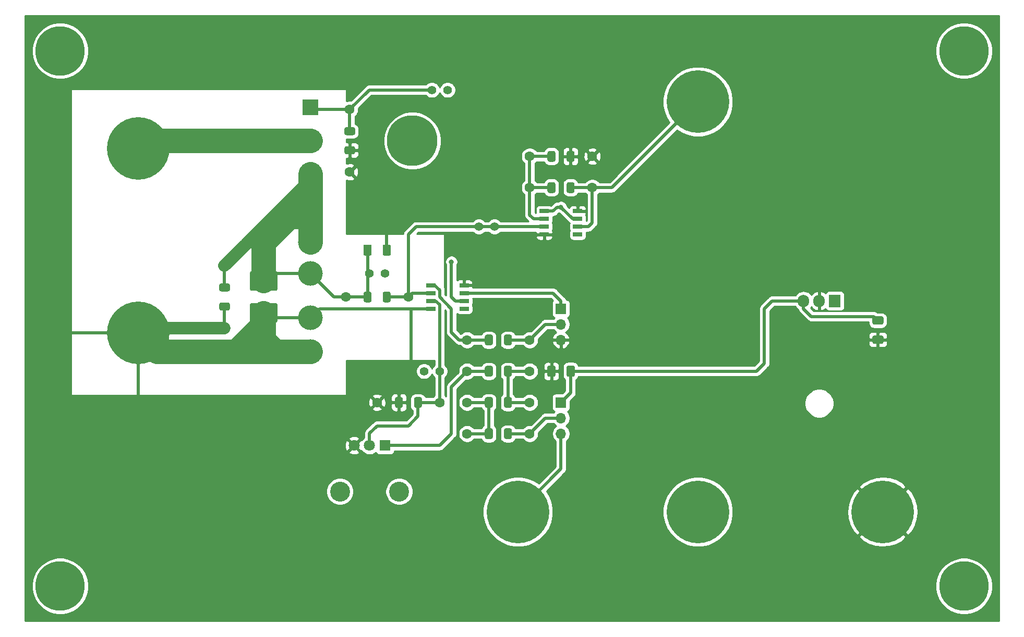
<source format=gbr>
%TF.GenerationSoftware,KiCad,Pcbnew,(5.1.7)-1*%
%TF.CreationDate,2022-02-05T15:55:05+01:00*%
%TF.ProjectId,Dev_Board,4465765f-426f-4617-9264-2e6b69636164,rev?*%
%TF.SameCoordinates,Original*%
%TF.FileFunction,Copper,L1,Top*%
%TF.FilePolarity,Positive*%
%FSLAX46Y46*%
G04 Gerber Fmt 4.6, Leading zero omitted, Abs format (unit mm)*
G04 Created by KiCad (PCBNEW (5.1.7)-1) date 2022-02-05 15:55:05*
%MOMM*%
%LPD*%
G01*
G04 APERTURE LIST*
%TA.AperFunction,ComponentPad*%
%ADD10C,1.600000*%
%TD*%
%TA.AperFunction,ComponentPad*%
%ADD11C,4.000000*%
%TD*%
%TA.AperFunction,ComponentPad*%
%ADD12O,1.905000X2.000000*%
%TD*%
%TA.AperFunction,ComponentPad*%
%ADD13R,1.905000X2.000000*%
%TD*%
%TA.AperFunction,ComponentPad*%
%ADD14C,1.400000*%
%TD*%
%TA.AperFunction,SMDPad,CuDef*%
%ADD15R,1.526000X0.650000*%
%TD*%
%TA.AperFunction,ComponentPad*%
%ADD16O,1.700000X1.700000*%
%TD*%
%TA.AperFunction,ComponentPad*%
%ADD17R,1.700000X1.700000*%
%TD*%
%TA.AperFunction,ComponentPad*%
%ADD18C,10.160000*%
%TD*%
%TA.AperFunction,ComponentPad*%
%ADD19R,2.550000X2.550000*%
%TD*%
%TA.AperFunction,ComponentPad*%
%ADD20C,2.550000*%
%TD*%
%TA.AperFunction,ComponentPad*%
%ADD21R,1.800000X1.800000*%
%TD*%
%TA.AperFunction,ComponentPad*%
%ADD22C,1.800000*%
%TD*%
%TA.AperFunction,ComponentPad*%
%ADD23C,3.240000*%
%TD*%
%TA.AperFunction,ViaPad*%
%ADD24C,8.000000*%
%TD*%
%TA.AperFunction,ViaPad*%
%ADD25C,8.200000*%
%TD*%
%TA.AperFunction,ViaPad*%
%ADD26C,0.800000*%
%TD*%
%TA.AperFunction,Conductor*%
%ADD27C,0.500000*%
%TD*%
%TA.AperFunction,Conductor*%
%ADD28C,4.000000*%
%TD*%
%TA.AperFunction,Conductor*%
%ADD29C,2.000000*%
%TD*%
%TA.AperFunction,Conductor*%
%ADD30C,0.254000*%
%TD*%
%TA.AperFunction,Conductor*%
%ADD31C,0.100000*%
%TD*%
G04 APERTURE END LIST*
%TO.P,R9,2*%
%TO.N,GND*%
%TA.AperFunction,SMDPad,CuDef*%
G36*
G01*
X131815000Y-106125000D02*
X131815000Y-107235000D01*
G75*
G02*
X131490000Y-107560000I-325000J0D01*
G01*
X130840000Y-107560000D01*
G75*
G02*
X130515000Y-107235000I0J325000D01*
G01*
X130515000Y-106125000D01*
G75*
G02*
X130840000Y-105800000I325000J0D01*
G01*
X131490000Y-105800000D01*
G75*
G02*
X131815000Y-106125000I0J-325000D01*
G01*
G37*
%TD.AperFunction*%
%TO.P,R9,1*%
%TO.N,Net-(IC1-Pad3)*%
%TA.AperFunction,SMDPad,CuDef*%
G36*
G01*
X134915000Y-106125000D02*
X134915000Y-107235000D01*
G75*
G02*
X134590000Y-107560000I-325000J0D01*
G01*
X133940000Y-107560000D01*
G75*
G02*
X133615000Y-107235000I0J325000D01*
G01*
X133615000Y-106125000D01*
G75*
G02*
X133940000Y-105800000I325000J0D01*
G01*
X134590000Y-105800000D01*
G75*
G02*
X134915000Y-106125000I0J-325000D01*
G01*
G37*
%TD.AperFunction*%
D10*
%TO.P,R9,2*%
%TO.N,GND*%
X127635000Y-106680000D03*
%TO.P,R9,1*%
%TO.N,Net-(IC1-Pad3)*%
X137795000Y-106680000D03*
%TD*%
%TO.P,R13,2*%
%TO.N,Net-(R13-Pad2)*%
%TA.AperFunction,SMDPad,CuDef*%
G36*
G01*
X148220000Y-107235000D02*
X148220000Y-106125000D01*
G75*
G02*
X148545000Y-105800000I325000J0D01*
G01*
X149195000Y-105800000D01*
G75*
G02*
X149520000Y-106125000I0J-325000D01*
G01*
X149520000Y-107235000D01*
G75*
G02*
X149195000Y-107560000I-325000J0D01*
G01*
X148545000Y-107560000D01*
G75*
G02*
X148220000Y-107235000I0J325000D01*
G01*
G37*
%TD.AperFunction*%
%TO.P,R13,1*%
%TO.N,Net-(R12-Pad2)*%
%TA.AperFunction,SMDPad,CuDef*%
G36*
G01*
X145120000Y-107235000D02*
X145120000Y-106125000D01*
G75*
G02*
X145445000Y-105800000I325000J0D01*
G01*
X146095000Y-105800000D01*
G75*
G02*
X146420000Y-106125000I0J-325000D01*
G01*
X146420000Y-107235000D01*
G75*
G02*
X146095000Y-107560000I-325000J0D01*
G01*
X145445000Y-107560000D01*
G75*
G02*
X145120000Y-107235000I0J325000D01*
G01*
G37*
%TD.AperFunction*%
%TO.P,R13,2*%
%TO.N,Net-(R13-Pad2)*%
X152400000Y-106680000D03*
%TO.P,R13,1*%
%TO.N,Net-(R12-Pad2)*%
X142240000Y-106680000D03*
%TD*%
%TO.P,R12,2*%
%TO.N,Net-(R12-Pad2)*%
%TA.AperFunction,SMDPad,CuDef*%
G36*
G01*
X146420000Y-111205000D02*
X146420000Y-112315000D01*
G75*
G02*
X146095000Y-112640000I-325000J0D01*
G01*
X145445000Y-112640000D01*
G75*
G02*
X145120000Y-112315000I0J325000D01*
G01*
X145120000Y-111205000D01*
G75*
G02*
X145445000Y-110880000I325000J0D01*
G01*
X146095000Y-110880000D01*
G75*
G02*
X146420000Y-111205000I0J-325000D01*
G01*
G37*
%TD.AperFunction*%
%TO.P,R12,1*%
%TO.N,Net-(J3-Pad2)*%
%TA.AperFunction,SMDPad,CuDef*%
G36*
G01*
X149520000Y-111205000D02*
X149520000Y-112315000D01*
G75*
G02*
X149195000Y-112640000I-325000J0D01*
G01*
X148545000Y-112640000D01*
G75*
G02*
X148220000Y-112315000I0J325000D01*
G01*
X148220000Y-111205000D01*
G75*
G02*
X148545000Y-110880000I325000J0D01*
G01*
X149195000Y-110880000D01*
G75*
G02*
X149520000Y-111205000I0J-325000D01*
G01*
G37*
%TD.AperFunction*%
%TO.P,R12,2*%
%TO.N,Net-(R12-Pad2)*%
X142240000Y-111760000D03*
%TO.P,R12,1*%
%TO.N,Net-(J3-Pad2)*%
X152400000Y-111760000D03*
%TD*%
D11*
%TO.P,R5,4*%
%TO.N,Net-(C1-Pad1)*%
X116840000Y-80645000D03*
%TO.P,R5,3*%
X116840000Y-85725000D03*
%TO.P,R5,2*%
%TO.N,GND*%
X116840000Y-92916000D03*
%TO.P,R5,1*%
X116840000Y-98425000D03*
%TD*%
D12*
%TO.P,U1,3*%
%TO.N,+5V*%
X196850000Y-90170000D03*
%TO.P,U1,2*%
%TO.N,GND*%
X199390000Y-90170000D03*
D13*
%TO.P,U1,1*%
%TO.N,+12V*%
X201930000Y-90170000D03*
%TD*%
%TO.P,C5,2*%
%TO.N,GND*%
%TA.AperFunction,SMDPad,CuDef*%
G36*
G01*
X156580000Y-100949997D02*
X156580000Y-102250003D01*
G75*
G02*
X156330003Y-102500000I-249997J0D01*
G01*
X155504997Y-102500000D01*
G75*
G02*
X155255000Y-102250003I0J249997D01*
G01*
X155255000Y-100949997D01*
G75*
G02*
X155504997Y-100700000I249997J0D01*
G01*
X156330003Y-100700000D01*
G75*
G02*
X156580000Y-100949997I0J-249997D01*
G01*
G37*
%TD.AperFunction*%
%TO.P,C5,1*%
%TO.N,+5V*%
%TA.AperFunction,SMDPad,CuDef*%
G36*
G01*
X159705000Y-100949997D02*
X159705000Y-102250003D01*
G75*
G02*
X159455003Y-102500000I-249997J0D01*
G01*
X158629997Y-102500000D01*
G75*
G02*
X158380000Y-102250003I0J249997D01*
G01*
X158380000Y-100949997D01*
G75*
G02*
X158629997Y-100700000I249997J0D01*
G01*
X159455003Y-100700000D01*
G75*
G02*
X159705000Y-100949997I0J-249997D01*
G01*
G37*
%TD.AperFunction*%
%TD*%
%TO.P,C4,2*%
%TO.N,GND*%
%TA.AperFunction,SMDPad,CuDef*%
G36*
G01*
X208264997Y-95807500D02*
X209565003Y-95807500D01*
G75*
G02*
X209815000Y-96057497I0J-249997D01*
G01*
X209815000Y-96882503D01*
G75*
G02*
X209565003Y-97132500I-249997J0D01*
G01*
X208264997Y-97132500D01*
G75*
G02*
X208015000Y-96882503I0J249997D01*
G01*
X208015000Y-96057497D01*
G75*
G02*
X208264997Y-95807500I249997J0D01*
G01*
G37*
%TD.AperFunction*%
%TO.P,C4,1*%
%TO.N,+5V*%
%TA.AperFunction,SMDPad,CuDef*%
G36*
G01*
X208264997Y-92682500D02*
X209565003Y-92682500D01*
G75*
G02*
X209815000Y-92932497I0J-249997D01*
G01*
X209815000Y-93757503D01*
G75*
G02*
X209565003Y-94007500I-249997J0D01*
G01*
X208264997Y-94007500D01*
G75*
G02*
X208015000Y-93757503I0J249997D01*
G01*
X208015000Y-92932497D01*
G75*
G02*
X208264997Y-92682500I249997J0D01*
G01*
G37*
%TD.AperFunction*%
%TD*%
%TO.P,R6,2*%
%TO.N,GND*%
%TA.AperFunction,SMDPad,CuDef*%
G36*
G01*
X107245000Y-90535000D02*
X111195000Y-90535000D01*
G75*
G02*
X111445000Y-90785000I0J-250000D01*
G01*
X111445000Y-93485000D01*
G75*
G02*
X111195000Y-93735000I-250000J0D01*
G01*
X107245000Y-93735000D01*
G75*
G02*
X106995000Y-93485000I0J250000D01*
G01*
X106995000Y-90785000D01*
G75*
G02*
X107245000Y-90535000I250000J0D01*
G01*
G37*
%TD.AperFunction*%
%TO.P,R6,1*%
%TO.N,Net-(C1-Pad1)*%
%TA.AperFunction,SMDPad,CuDef*%
G36*
G01*
X107245000Y-85335000D02*
X111195000Y-85335000D01*
G75*
G02*
X111445000Y-85585000I0J-250000D01*
G01*
X111445000Y-88285000D01*
G75*
G02*
X111195000Y-88535000I-250000J0D01*
G01*
X107245000Y-88535000D01*
G75*
G02*
X106995000Y-88285000I0J250000D01*
G01*
X106995000Y-85585000D01*
G75*
G02*
X107245000Y-85335000I250000J0D01*
G01*
G37*
%TD.AperFunction*%
%TD*%
D14*
%TO.P,TP4,2*%
%TO.N,N/C*%
X128905000Y-85725000D03*
%TO.P,TP4,1*%
%TO.N,Net-(C1-Pad1)*%
X126365000Y-85725000D03*
%TD*%
%TO.P,TP3,2*%
%TO.N,N/C*%
X146685000Y-78105000D03*
%TO.P,TP3,1*%
%TO.N,Net-(IC1-Pad2)*%
X144145000Y-78105000D03*
%TD*%
%TO.P,TP2,2*%
%TO.N,N/C*%
X139065000Y-55880000D03*
%TO.P,TP2,1*%
%TO.N,Net-(IC1-Pad6)*%
X136525000Y-55880000D03*
%TD*%
%TO.P,TP1,2*%
%TO.N,N/C*%
X135255000Y-101600000D03*
%TO.P,TP1,1*%
%TO.N,Net-(IC1-Pad3)*%
X137795000Y-101600000D03*
%TD*%
%TO.P,C1,1*%
%TO.N,Net-(C1-Pad1)*%
%TA.AperFunction,SMDPad,CuDef*%
G36*
G01*
X125410000Y-82565003D02*
X125410000Y-81264997D01*
G75*
G02*
X125659997Y-81015000I249997J0D01*
G01*
X126485003Y-81015000D01*
G75*
G02*
X126735000Y-81264997I0J-249997D01*
G01*
X126735000Y-82565003D01*
G75*
G02*
X126485003Y-82815000I-249997J0D01*
G01*
X125659997Y-82815000D01*
G75*
G02*
X125410000Y-82565003I0J249997D01*
G01*
G37*
%TD.AperFunction*%
%TO.P,C1,2*%
%TO.N,GND*%
%TA.AperFunction,SMDPad,CuDef*%
G36*
G01*
X128535000Y-82565003D02*
X128535000Y-81264997D01*
G75*
G02*
X128784997Y-81015000I249997J0D01*
G01*
X129610003Y-81015000D01*
G75*
G02*
X129860000Y-81264997I0J-249997D01*
G01*
X129860000Y-82565003D01*
G75*
G02*
X129610003Y-82815000I-249997J0D01*
G01*
X128784997Y-82815000D01*
G75*
G02*
X128535000Y-82565003I0J249997D01*
G01*
G37*
%TD.AperFunction*%
%TD*%
D15*
%TO.P,IC1,1*%
%TO.N,Net-(IC1-Pad1)*%
X136353000Y-87630000D03*
%TO.P,IC1,2*%
%TO.N,Net-(IC1-Pad2)*%
X136353000Y-88900000D03*
%TO.P,IC1,3*%
%TO.N,Net-(IC1-Pad3)*%
X136353000Y-90170000D03*
%TO.P,IC1,4*%
%TO.N,GND*%
X136353000Y-91440000D03*
%TO.P,IC1,5*%
%TO.N,Net-(IC1-Pad5)*%
X141777000Y-91440000D03*
%TO.P,IC1,6*%
%TO.N,Net-(IC1-Pad6)*%
X141777000Y-90170000D03*
%TO.P,IC1,7*%
%TO.N,+12V*%
X141777000Y-88900000D03*
%TO.P,IC1,8*%
%TO.N,GND*%
X141777000Y-87630000D03*
%TD*%
%TO.P,IC2,8*%
%TO.N,GND*%
X160192000Y-75565000D03*
%TO.P,IC2,7*%
%TO.N,+12V*%
X160192000Y-76835000D03*
%TO.P,IC2,6*%
%TO.N,Net-(IC2-Pad6)*%
X160192000Y-78105000D03*
%TO.P,IC2,5*%
%TO.N,Net-(IC2-Pad5)*%
X160192000Y-79375000D03*
%TO.P,IC2,4*%
%TO.N,GND*%
X154768000Y-79375000D03*
%TO.P,IC2,3*%
%TO.N,Net-(IC1-Pad2)*%
X154768000Y-78105000D03*
%TO.P,IC2,2*%
%TO.N,Net-(IC2-Pad2)*%
X154768000Y-76835000D03*
%TO.P,IC2,1*%
%TO.N,+12V*%
X154768000Y-75565000D03*
%TD*%
D16*
%TO.P,J1,3*%
%TO.N,GND*%
X157480000Y-96520000D03*
%TO.P,J1,2*%
%TO.N,Net-(J1-Pad2)*%
X157480000Y-93980000D03*
D17*
%TO.P,J1,1*%
%TO.N,+12V*%
X157480000Y-91440000D03*
%TD*%
D18*
%TO.P,J2,1*%
%TO.N,Net-(J2-Pad1)*%
X150495000Y-124460000D03*
%TD*%
D17*
%TO.P,J3,1*%
%TO.N,+5V*%
X157480000Y-106680000D03*
D16*
%TO.P,J3,2*%
%TO.N,Net-(J3-Pad2)*%
X157480000Y-109220000D03*
%TO.P,J3,3*%
%TO.N,Net-(J2-Pad1)*%
X157480000Y-111760000D03*
%TD*%
D18*
%TO.P,J4,1*%
%TO.N,Net-(J4-Pad1)*%
X88900000Y-65405000D03*
%TO.P,J4,2*%
%TO.N,GND*%
X88900000Y-95375000D03*
%TD*%
%TO.P,J5,1*%
%TO.N,Net-(IC2-Pad6)*%
X179705000Y-57785000D03*
%TD*%
%TO.P,J6,2*%
%TO.N,GND*%
X209675000Y-124460000D03*
%TO.P,J6,1*%
%TO.N,+12V*%
X179705000Y-124460000D03*
%TD*%
D19*
%TO.P,Q1,1*%
%TO.N,Net-(IC1-Pad6)*%
X116840000Y-58695000D03*
D20*
%TO.P,Q1,2*%
%TO.N,Net-(J4-Pad1)*%
X116840000Y-64135000D03*
%TO.P,Q1,3*%
%TO.N,Net-(C1-Pad1)*%
X116840000Y-69575000D03*
%TD*%
%TO.P,R1,2*%
%TO.N,Net-(IC1-Pad1)*%
%TA.AperFunction,SMDPad,CuDef*%
G36*
G01*
X146420000Y-95965000D02*
X146420000Y-97075000D01*
G75*
G02*
X146095000Y-97400000I-325000J0D01*
G01*
X145445000Y-97400000D01*
G75*
G02*
X145120000Y-97075000I0J325000D01*
G01*
X145120000Y-95965000D01*
G75*
G02*
X145445000Y-95640000I325000J0D01*
G01*
X146095000Y-95640000D01*
G75*
G02*
X146420000Y-95965000I0J-325000D01*
G01*
G37*
%TD.AperFunction*%
%TO.P,R1,1*%
%TO.N,Net-(J1-Pad2)*%
%TA.AperFunction,SMDPad,CuDef*%
G36*
G01*
X149520000Y-95965000D02*
X149520000Y-97075000D01*
G75*
G02*
X149195000Y-97400000I-325000J0D01*
G01*
X148545000Y-97400000D01*
G75*
G02*
X148220000Y-97075000I0J325000D01*
G01*
X148220000Y-95965000D01*
G75*
G02*
X148545000Y-95640000I325000J0D01*
G01*
X149195000Y-95640000D01*
G75*
G02*
X149520000Y-95965000I0J-325000D01*
G01*
G37*
%TD.AperFunction*%
D10*
%TO.P,R1,2*%
%TO.N,Net-(IC1-Pad1)*%
X142240000Y-96520000D03*
%TO.P,R1,1*%
%TO.N,Net-(J1-Pad2)*%
X152400000Y-96520000D03*
%TD*%
%TO.P,R2,2*%
%TO.N,Net-(R2-Pad2)*%
%TA.AperFunction,SMDPad,CuDef*%
G36*
G01*
X146420000Y-101045000D02*
X146420000Y-102155000D01*
G75*
G02*
X146095000Y-102480000I-325000J0D01*
G01*
X145445000Y-102480000D01*
G75*
G02*
X145120000Y-102155000I0J325000D01*
G01*
X145120000Y-101045000D01*
G75*
G02*
X145445000Y-100720000I325000J0D01*
G01*
X146095000Y-100720000D01*
G75*
G02*
X146420000Y-101045000I0J-325000D01*
G01*
G37*
%TD.AperFunction*%
%TO.P,R2,1*%
%TO.N,Net-(R13-Pad2)*%
%TA.AperFunction,SMDPad,CuDef*%
G36*
G01*
X149520000Y-101045000D02*
X149520000Y-102155000D01*
G75*
G02*
X149195000Y-102480000I-325000J0D01*
G01*
X148545000Y-102480000D01*
G75*
G02*
X148220000Y-102155000I0J325000D01*
G01*
X148220000Y-101045000D01*
G75*
G02*
X148545000Y-100720000I325000J0D01*
G01*
X149195000Y-100720000D01*
G75*
G02*
X149520000Y-101045000I0J-325000D01*
G01*
G37*
%TD.AperFunction*%
%TO.P,R2,2*%
%TO.N,Net-(R2-Pad2)*%
X142240000Y-101600000D03*
%TO.P,R2,1*%
%TO.N,Net-(R13-Pad2)*%
X152400000Y-101600000D03*
%TD*%
%TO.P,R3,1*%
%TO.N,Net-(IC1-Pad6)*%
X123190000Y-59055000D03*
%TO.P,R3,2*%
%TO.N,GND*%
X123190000Y-69215000D03*
%TO.P,R3,1*%
%TO.N,Net-(IC1-Pad6)*%
%TA.AperFunction,SMDPad,CuDef*%
G36*
G01*
X122635000Y-61935000D02*
X123745000Y-61935000D01*
G75*
G02*
X124070000Y-62260000I0J-325000D01*
G01*
X124070000Y-62910000D01*
G75*
G02*
X123745000Y-63235000I-325000J0D01*
G01*
X122635000Y-63235000D01*
G75*
G02*
X122310000Y-62910000I0J325000D01*
G01*
X122310000Y-62260000D01*
G75*
G02*
X122635000Y-61935000I325000J0D01*
G01*
G37*
%TD.AperFunction*%
%TO.P,R3,2*%
%TO.N,GND*%
%TA.AperFunction,SMDPad,CuDef*%
G36*
G01*
X122635000Y-65035000D02*
X123745000Y-65035000D01*
G75*
G02*
X124070000Y-65360000I0J-325000D01*
G01*
X124070000Y-66010000D01*
G75*
G02*
X123745000Y-66335000I-325000J0D01*
G01*
X122635000Y-66335000D01*
G75*
G02*
X122310000Y-66010000I0J325000D01*
G01*
X122310000Y-65360000D01*
G75*
G02*
X122635000Y-65035000I325000J0D01*
G01*
G37*
%TD.AperFunction*%
%TD*%
%TO.P,R4,1*%
%TO.N,Net-(IC1-Pad2)*%
X132715000Y-89535000D03*
%TO.P,R4,2*%
%TO.N,Net-(C1-Pad1)*%
X122555000Y-89535000D03*
%TO.P,R4,1*%
%TO.N,Net-(IC1-Pad2)*%
%TA.AperFunction,SMDPad,CuDef*%
G36*
G01*
X129835000Y-88980000D02*
X129835000Y-90090000D01*
G75*
G02*
X129510000Y-90415000I-325000J0D01*
G01*
X128860000Y-90415000D01*
G75*
G02*
X128535000Y-90090000I0J325000D01*
G01*
X128535000Y-88980000D01*
G75*
G02*
X128860000Y-88655000I325000J0D01*
G01*
X129510000Y-88655000D01*
G75*
G02*
X129835000Y-88980000I0J-325000D01*
G01*
G37*
%TD.AperFunction*%
%TO.P,R4,2*%
%TO.N,Net-(C1-Pad1)*%
%TA.AperFunction,SMDPad,CuDef*%
G36*
G01*
X126735000Y-88980000D02*
X126735000Y-90090000D01*
G75*
G02*
X126410000Y-90415000I-325000J0D01*
G01*
X125760000Y-90415000D01*
G75*
G02*
X125435000Y-90090000I0J325000D01*
G01*
X125435000Y-88980000D01*
G75*
G02*
X125760000Y-88655000I325000J0D01*
G01*
X126410000Y-88655000D01*
G75*
G02*
X126735000Y-88980000I0J-325000D01*
G01*
G37*
%TD.AperFunction*%
%TD*%
%TO.P,R7,1*%
%TO.N,Net-(C1-Pad1)*%
X102870000Y-84455000D03*
%TO.P,R7,2*%
%TO.N,GND*%
X102870000Y-94615000D03*
%TO.P,R7,1*%
%TO.N,Net-(C1-Pad1)*%
%TA.AperFunction,SMDPad,CuDef*%
G36*
G01*
X102315000Y-87335000D02*
X103425000Y-87335000D01*
G75*
G02*
X103750000Y-87660000I0J-325000D01*
G01*
X103750000Y-88310000D01*
G75*
G02*
X103425000Y-88635000I-325000J0D01*
G01*
X102315000Y-88635000D01*
G75*
G02*
X101990000Y-88310000I0J325000D01*
G01*
X101990000Y-87660000D01*
G75*
G02*
X102315000Y-87335000I325000J0D01*
G01*
G37*
%TD.AperFunction*%
%TO.P,R7,2*%
%TO.N,GND*%
%TA.AperFunction,SMDPad,CuDef*%
G36*
G01*
X102315000Y-90435000D02*
X103425000Y-90435000D01*
G75*
G02*
X103750000Y-90760000I0J-325000D01*
G01*
X103750000Y-91410000D01*
G75*
G02*
X103425000Y-91735000I-325000J0D01*
G01*
X102315000Y-91735000D01*
G75*
G02*
X101990000Y-91410000I0J325000D01*
G01*
X101990000Y-90760000D01*
G75*
G02*
X102315000Y-90435000I325000J0D01*
G01*
G37*
%TD.AperFunction*%
%TD*%
%TO.P,R8,2*%
%TO.N,Net-(IC2-Pad6)*%
%TA.AperFunction,SMDPad,CuDef*%
G36*
G01*
X158380000Y-72310000D02*
X158380000Y-71200000D01*
G75*
G02*
X158705000Y-70875000I325000J0D01*
G01*
X159355000Y-70875000D01*
G75*
G02*
X159680000Y-71200000I0J-325000D01*
G01*
X159680000Y-72310000D01*
G75*
G02*
X159355000Y-72635000I-325000J0D01*
G01*
X158705000Y-72635000D01*
G75*
G02*
X158380000Y-72310000I0J325000D01*
G01*
G37*
%TD.AperFunction*%
%TO.P,R8,1*%
%TO.N,Net-(IC2-Pad2)*%
%TA.AperFunction,SMDPad,CuDef*%
G36*
G01*
X155280000Y-72310000D02*
X155280000Y-71200000D01*
G75*
G02*
X155605000Y-70875000I325000J0D01*
G01*
X156255000Y-70875000D01*
G75*
G02*
X156580000Y-71200000I0J-325000D01*
G01*
X156580000Y-72310000D01*
G75*
G02*
X156255000Y-72635000I-325000J0D01*
G01*
X155605000Y-72635000D01*
G75*
G02*
X155280000Y-72310000I0J325000D01*
G01*
G37*
%TD.AperFunction*%
%TO.P,R8,2*%
%TO.N,Net-(IC2-Pad6)*%
X162560000Y-71755000D03*
%TO.P,R8,1*%
%TO.N,Net-(IC2-Pad2)*%
X152400000Y-71755000D03*
%TD*%
%TO.P,R10,1*%
%TO.N,GND*%
X162560000Y-66675000D03*
%TO.P,R10,2*%
%TO.N,Net-(IC2-Pad2)*%
X152400000Y-66675000D03*
%TO.P,R10,1*%
%TO.N,GND*%
%TA.AperFunction,SMDPad,CuDef*%
G36*
G01*
X159680000Y-66120000D02*
X159680000Y-67230000D01*
G75*
G02*
X159355000Y-67555000I-325000J0D01*
G01*
X158705000Y-67555000D01*
G75*
G02*
X158380000Y-67230000I0J325000D01*
G01*
X158380000Y-66120000D01*
G75*
G02*
X158705000Y-65795000I325000J0D01*
G01*
X159355000Y-65795000D01*
G75*
G02*
X159680000Y-66120000I0J-325000D01*
G01*
G37*
%TD.AperFunction*%
%TO.P,R10,2*%
%TO.N,Net-(IC2-Pad2)*%
%TA.AperFunction,SMDPad,CuDef*%
G36*
G01*
X156580000Y-66120000D02*
X156580000Y-67230000D01*
G75*
G02*
X156255000Y-67555000I-325000J0D01*
G01*
X155605000Y-67555000D01*
G75*
G02*
X155280000Y-67230000I0J325000D01*
G01*
X155280000Y-66120000D01*
G75*
G02*
X155605000Y-65795000I325000J0D01*
G01*
X156255000Y-65795000D01*
G75*
G02*
X156580000Y-66120000I0J-325000D01*
G01*
G37*
%TD.AperFunction*%
%TD*%
D21*
%TO.P,RV1,1*%
%TO.N,Net-(R2-Pad2)*%
X128905000Y-113665000D03*
D22*
%TO.P,RV1,2*%
%TO.N,Net-(IC1-Pad3)*%
X126405000Y-113665000D03*
%TO.P,RV1,3*%
%TO.N,GND*%
X123905000Y-113665000D03*
D23*
%TO.P,RV1,*%
%TO.N,*%
X121605000Y-121165000D03*
X131205000Y-121165000D03*
%TD*%
D24*
%TO.N,*%
X222885000Y-136525000D03*
X76200000Y-136525000D03*
X76200000Y-49530000D03*
X222885000Y-49530000D03*
D25*
X133350000Y-64135000D03*
D26*
%TO.N,GND*%
X155575000Y-104140000D03*
X160655000Y-73025000D03*
X154305000Y-73025000D03*
X164465000Y-67310000D03*
X164465000Y-66040000D03*
X124460000Y-53340000D03*
X122555000Y-53340000D03*
%TO.N,+12V*%
X157480000Y-74930000D03*
%TO.N,Net-(IC1-Pad6)*%
X139700000Y-83820000D03*
%TD*%
D27*
%TO.N,Net-(C1-Pad1)*%
X116840000Y-84455000D02*
X118110000Y-85725000D01*
X108170000Y-87985000D02*
X109220000Y-86935000D01*
X102870000Y-87985000D02*
X102870000Y-84455000D01*
D28*
X109220000Y-86935000D02*
X109220000Y-80645000D01*
X116840000Y-69575000D02*
X116840000Y-73025000D01*
D29*
X116840000Y-70485000D02*
X116840000Y-69575000D01*
X112395000Y-77470000D02*
X112077500Y-77787500D01*
X116840000Y-77470000D02*
X112395000Y-77470000D01*
D28*
X112077500Y-77787500D02*
X116840000Y-73025000D01*
X109220000Y-80645000D02*
X112077500Y-77787500D01*
X116840000Y-73025000D02*
X116840000Y-77470000D01*
X116840000Y-77470000D02*
X116840000Y-80645000D01*
D29*
X109220000Y-80645000D02*
X106680000Y-80645000D01*
X106362500Y-80962500D02*
X116840000Y-70485000D01*
X106680000Y-80645000D02*
X106362500Y-80962500D01*
X102870000Y-84455000D02*
X106362500Y-80962500D01*
D27*
X110430000Y-85725000D02*
X109220000Y-86935000D01*
X116840000Y-85725000D02*
X110430000Y-85725000D01*
X126085000Y-86005000D02*
X126365000Y-85725000D01*
X126085000Y-89535000D02*
X126085000Y-86005000D01*
X126072500Y-85432500D02*
X126365000Y-85725000D01*
X126072500Y-81915000D02*
X126072500Y-85432500D01*
X126085000Y-89535000D02*
X122555000Y-89535000D01*
X120650000Y-89535000D02*
X116840000Y-85725000D01*
X122555000Y-89535000D02*
X120650000Y-89535000D01*
%TO.N,GND*%
X109340000Y-90805000D02*
X109220000Y-90925000D01*
X109220000Y-92135000D02*
X109280000Y-92135000D01*
X109280000Y-92135000D02*
X110490000Y-93345000D01*
X116840000Y-94615000D02*
X118110000Y-93345000D01*
X108170000Y-91085000D02*
X109220000Y-92135000D01*
X102870000Y-91085000D02*
X102870000Y-94615000D01*
X129197500Y-81915000D02*
X129197500Y-81572500D01*
X129197500Y-75222500D02*
X123190000Y-69215000D01*
X129197500Y-81915000D02*
X129197500Y-75222500D01*
D29*
X89660000Y-94615000D02*
X88900000Y-95375000D01*
X102870000Y-94615000D02*
X89660000Y-94615000D01*
D27*
X88900000Y-95375000D02*
X74805000Y-95375000D01*
X74805000Y-95375000D02*
X74930000Y-95500000D01*
X88900000Y-95375000D02*
X88900000Y-109855000D01*
D28*
X91950000Y-98425000D02*
X88900000Y-95375000D01*
X109220000Y-93980000D02*
X104775000Y-98425000D01*
X109220000Y-92135000D02*
X109220000Y-93980000D01*
X104775000Y-98425000D02*
X91950000Y-98425000D01*
X111125000Y-98425000D02*
X104775000Y-98425000D01*
X109220000Y-96520000D02*
X111125000Y-98425000D01*
X109220000Y-92135000D02*
X109220000Y-96520000D01*
X116840000Y-98425000D02*
X111125000Y-98425000D01*
D27*
X110001000Y-92916000D02*
X109220000Y-92135000D01*
X116840000Y-92916000D02*
X110001000Y-92916000D01*
X208865000Y-96520000D02*
X208915000Y-96470000D01*
X118316000Y-91440000D02*
X116840000Y-92916000D01*
X133144000Y-91646000D02*
X133350000Y-91440000D01*
X133144000Y-100536000D02*
X133144000Y-91646000D01*
X133350000Y-91440000D02*
X118316000Y-91440000D01*
X136353000Y-91440000D02*
X133350000Y-91440000D01*
%TO.N,+12V*%
X154768000Y-75565000D02*
X156210000Y-75565000D01*
X156845000Y-74930000D02*
X156210000Y-75565000D01*
X157480000Y-74930000D02*
X156845000Y-74930000D01*
X159385000Y-76835000D02*
X160192000Y-76835000D01*
X157480000Y-74930000D02*
X159385000Y-76835000D01*
X144780000Y-88900000D02*
X141777000Y-88900000D01*
X144780000Y-88900000D02*
X156210000Y-88900000D01*
X157480000Y-90170000D02*
X157480000Y-91440000D01*
X156210000Y-88900000D02*
X157480000Y-90170000D01*
%TO.N,Net-(IC1-Pad1)*%
X136981002Y-87630000D02*
X137795000Y-88443998D01*
X136353000Y-87630000D02*
X136981002Y-87630000D01*
X139700000Y-91440000D02*
X139700000Y-95250000D01*
X139700000Y-95250000D02*
X140970000Y-96520000D01*
X140970000Y-96520000D02*
X142240000Y-96520000D01*
X137795000Y-89535000D02*
X139700000Y-91440000D01*
X137795000Y-88443998D02*
X137795000Y-89535000D01*
X142240000Y-96520000D02*
X145770000Y-96520000D01*
%TO.N,Net-(IC1-Pad2)*%
X136353000Y-88900000D02*
X135890000Y-88900000D01*
X154768000Y-78105000D02*
X133985000Y-78105000D01*
X133985000Y-78105000D02*
X132715000Y-79375000D01*
X133350000Y-88900000D02*
X132715000Y-89535000D01*
X136353000Y-88900000D02*
X133350000Y-88900000D01*
X132715000Y-89535000D02*
X129185000Y-89535000D01*
X132715000Y-79375000D02*
X132715000Y-89535000D01*
%TO.N,Net-(IC1-Pad3)*%
X136353000Y-90170000D02*
X137160000Y-90170000D01*
X137160000Y-90170000D02*
X137795000Y-90805000D01*
X137795000Y-90805000D02*
X137795000Y-101600000D01*
X126405000Y-113665000D02*
X126405000Y-111720000D01*
X126405000Y-111720000D02*
X127635000Y-110490000D01*
X127635000Y-110490000D02*
X132715000Y-110490000D01*
X134265000Y-108940000D02*
X134265000Y-106680000D01*
X132715000Y-110490000D02*
X134265000Y-108940000D01*
X137795000Y-106680000D02*
X134265000Y-106680000D01*
X137795000Y-106680000D02*
X137795000Y-101600000D01*
%TO.N,Net-(IC1-Pad6)*%
X123190000Y-59055000D02*
X123190000Y-62585000D01*
X117200000Y-59055000D02*
X116840000Y-58695000D01*
X123190000Y-59055000D02*
X117200000Y-59055000D01*
X123190000Y-59055000D02*
X126365000Y-55880000D01*
X126365000Y-55880000D02*
X136525000Y-55880000D01*
X140335000Y-90170000D02*
X141777000Y-90170000D01*
X139700000Y-89535000D02*
X140335000Y-90170000D01*
X139700000Y-83820000D02*
X139700000Y-89535000D01*
%TO.N,Net-(IC2-Pad6)*%
X159030000Y-71755000D02*
X162560000Y-71755000D01*
X180975000Y-59055000D02*
X179705000Y-57785000D01*
X165735000Y-71755000D02*
X179705000Y-57785000D01*
X160192000Y-78105000D02*
X161925000Y-78105000D01*
X162560000Y-77470000D02*
X162560000Y-71755000D01*
X161925000Y-78105000D02*
X162560000Y-77470000D01*
X165735000Y-71755000D02*
X162560000Y-71755000D01*
%TO.N,Net-(IC2-Pad2)*%
X152400000Y-71755000D02*
X152400000Y-74930000D01*
X152400000Y-71755000D02*
X155930000Y-71755000D01*
X155930000Y-66675000D02*
X152400000Y-66675000D01*
X152400000Y-71755000D02*
X152400000Y-66675000D01*
X154768000Y-76835000D02*
X153035000Y-76835000D01*
X152400000Y-76200000D02*
X152400000Y-74930000D01*
X153035000Y-76835000D02*
X152400000Y-76200000D01*
%TO.N,Net-(J1-Pad2)*%
X154940000Y-93980000D02*
X157480000Y-93980000D01*
X152400000Y-96520000D02*
X154940000Y-93980000D01*
X148870000Y-96520000D02*
X152400000Y-96520000D01*
%TO.N,Net-(J2-Pad1)*%
X157480000Y-117475000D02*
X150495000Y-124460000D01*
X157480000Y-111760000D02*
X157480000Y-117475000D01*
%TO.N,+5V*%
X159042500Y-105117500D02*
X157480000Y-106680000D01*
X159042500Y-101600000D02*
X159042500Y-105117500D01*
X159042500Y-101600000D02*
X189230000Y-101600000D01*
X189230000Y-101600000D02*
X190500000Y-100330000D01*
X190500000Y-100330000D02*
X190500000Y-91440000D01*
X191770000Y-90170000D02*
X196850000Y-90170000D01*
X190500000Y-91440000D02*
X191770000Y-90170000D01*
X208915000Y-93345000D02*
X208280000Y-92710000D01*
X208280000Y-92710000D02*
X198120000Y-92710000D01*
X196850000Y-91440000D02*
X196850000Y-90170000D01*
X198120000Y-92710000D02*
X196850000Y-91440000D01*
%TO.N,Net-(J3-Pad2)*%
X154940000Y-109220000D02*
X152400000Y-111760000D01*
X157480000Y-109220000D02*
X154940000Y-109220000D01*
X148870000Y-111760000D02*
X152400000Y-111760000D01*
D28*
%TO.N,Net-(J4-Pad1)*%
X90170000Y-64135000D02*
X88900000Y-65405000D01*
X116840000Y-64135000D02*
X90170000Y-64135000D01*
D27*
%TO.N,Net-(R13-Pad2)*%
X148870000Y-101600000D02*
X152400000Y-101600000D01*
X152400000Y-106680000D02*
X148870000Y-106680000D01*
X148870000Y-101600000D02*
X148870000Y-106680000D01*
%TO.N,Net-(R12-Pad2)*%
X142240000Y-106680000D02*
X145770000Y-106680000D01*
X142240000Y-111760000D02*
X145770000Y-111760000D01*
X145770000Y-111760000D02*
X145770000Y-106680000D01*
%TO.N,Net-(R2-Pad2)*%
X145770000Y-101600000D02*
X142240000Y-101600000D01*
X142240000Y-101600000D02*
X139700000Y-104140000D01*
X139700000Y-104140000D02*
X139700000Y-111760000D01*
X139700000Y-111760000D02*
X137795000Y-113665000D01*
X137795000Y-113665000D02*
X128905000Y-113665000D01*
%TD*%
D30*
%TO.N,GND*%
X228575001Y-142215000D02*
X70510000Y-142215000D01*
X70510000Y-136068492D01*
X71565000Y-136068492D01*
X71565000Y-136981508D01*
X71743120Y-137876980D01*
X72092516Y-138720496D01*
X72599760Y-139479640D01*
X73245360Y-140125240D01*
X74004504Y-140632484D01*
X74848020Y-140981880D01*
X75743492Y-141160000D01*
X76656508Y-141160000D01*
X77551980Y-140981880D01*
X78395496Y-140632484D01*
X79154640Y-140125240D01*
X79800240Y-139479640D01*
X80307484Y-138720496D01*
X80656880Y-137876980D01*
X80835000Y-136981508D01*
X80835000Y-136068492D01*
X218250000Y-136068492D01*
X218250000Y-136981508D01*
X218428120Y-137876980D01*
X218777516Y-138720496D01*
X219284760Y-139479640D01*
X219930360Y-140125240D01*
X220689504Y-140632484D01*
X221533020Y-140981880D01*
X222428492Y-141160000D01*
X223341508Y-141160000D01*
X224236980Y-140981880D01*
X225080496Y-140632484D01*
X225839640Y-140125240D01*
X226485240Y-139479640D01*
X226992484Y-138720496D01*
X227341880Y-137876980D01*
X227520000Y-136981508D01*
X227520000Y-136068492D01*
X227341880Y-135173020D01*
X226992484Y-134329504D01*
X226485240Y-133570360D01*
X225839640Y-132924760D01*
X225080496Y-132417516D01*
X224236980Y-132068120D01*
X223341508Y-131890000D01*
X222428492Y-131890000D01*
X221533020Y-132068120D01*
X220689504Y-132417516D01*
X219930360Y-132924760D01*
X219284760Y-133570360D01*
X218777516Y-134329504D01*
X218428120Y-135173020D01*
X218250000Y-136068492D01*
X80835000Y-136068492D01*
X80656880Y-135173020D01*
X80307484Y-134329504D01*
X79800240Y-133570360D01*
X79154640Y-132924760D01*
X78395496Y-132417516D01*
X77551980Y-132068120D01*
X76656508Y-131890000D01*
X75743492Y-131890000D01*
X74848020Y-132068120D01*
X74004504Y-132417516D01*
X73245360Y-132924760D01*
X72599760Y-133570360D01*
X72092516Y-134329504D01*
X71743120Y-135173020D01*
X71565000Y-136068492D01*
X70510000Y-136068492D01*
X70510000Y-123897122D01*
X144780000Y-123897122D01*
X144780000Y-125022878D01*
X144999625Y-126127004D01*
X145430433Y-127167067D01*
X146055870Y-128103100D01*
X146851900Y-128899130D01*
X147787933Y-129524567D01*
X148827996Y-129955375D01*
X149932122Y-130175000D01*
X151057878Y-130175000D01*
X152162004Y-129955375D01*
X153202067Y-129524567D01*
X154138100Y-128899130D01*
X154934130Y-128103100D01*
X155559567Y-127167067D01*
X155990375Y-126127004D01*
X156210000Y-125022878D01*
X156210000Y-123897122D01*
X173990000Y-123897122D01*
X173990000Y-125022878D01*
X174209625Y-126127004D01*
X174640433Y-127167067D01*
X175265870Y-128103100D01*
X176061900Y-128899130D01*
X176997933Y-129524567D01*
X178037996Y-129955375D01*
X179142122Y-130175000D01*
X180267878Y-130175000D01*
X181372004Y-129955375D01*
X182412067Y-129524567D01*
X183348100Y-128899130D01*
X183750034Y-128497196D01*
X205817409Y-128497196D01*
X206403124Y-129179416D01*
X207386704Y-129727045D01*
X208458223Y-130072265D01*
X209576501Y-130201808D01*
X210698565Y-130110697D01*
X211781294Y-129802433D01*
X212783079Y-129288863D01*
X212946876Y-129179416D01*
X213532591Y-128497196D01*
X209675000Y-124639605D01*
X205817409Y-128497196D01*
X183750034Y-128497196D01*
X184144130Y-128103100D01*
X184769567Y-127167067D01*
X185200375Y-126127004D01*
X185420000Y-125022878D01*
X185420000Y-124361501D01*
X203933192Y-124361501D01*
X204024303Y-125483565D01*
X204332567Y-126566294D01*
X204846137Y-127568079D01*
X204955584Y-127731876D01*
X205637804Y-128317591D01*
X209495395Y-124460000D01*
X209854605Y-124460000D01*
X213712196Y-128317591D01*
X214394416Y-127731876D01*
X214942045Y-126748296D01*
X215287265Y-125676777D01*
X215416808Y-124558499D01*
X215325697Y-123436435D01*
X215017433Y-122353706D01*
X214503863Y-121351921D01*
X214394416Y-121188124D01*
X213712196Y-120602409D01*
X209854605Y-124460000D01*
X209495395Y-124460000D01*
X205637804Y-120602409D01*
X204955584Y-121188124D01*
X204407955Y-122171704D01*
X204062735Y-123243223D01*
X203933192Y-124361501D01*
X185420000Y-124361501D01*
X185420000Y-123897122D01*
X185200375Y-122792996D01*
X184769567Y-121752933D01*
X184144130Y-120816900D01*
X183750034Y-120422804D01*
X205817409Y-120422804D01*
X209675000Y-124280395D01*
X213532591Y-120422804D01*
X212946876Y-119740584D01*
X211963296Y-119192955D01*
X210891777Y-118847735D01*
X209773499Y-118718192D01*
X208651435Y-118809303D01*
X207568706Y-119117567D01*
X206566921Y-119631137D01*
X206403124Y-119740584D01*
X205817409Y-120422804D01*
X183750034Y-120422804D01*
X183348100Y-120020870D01*
X182412067Y-119395433D01*
X181372004Y-118964625D01*
X180267878Y-118745000D01*
X179142122Y-118745000D01*
X178037996Y-118964625D01*
X176997933Y-119395433D01*
X176061900Y-120020870D01*
X175265870Y-120816900D01*
X174640433Y-121752933D01*
X174209625Y-122792996D01*
X173990000Y-123897122D01*
X156210000Y-123897122D01*
X155990375Y-122792996D01*
X155559567Y-121752933D01*
X155116597Y-121089981D01*
X158075049Y-118131530D01*
X158108817Y-118103817D01*
X158219411Y-117969059D01*
X158301589Y-117815313D01*
X158352195Y-117648490D01*
X158365000Y-117518477D01*
X158365000Y-117518469D01*
X158369281Y-117475000D01*
X158365000Y-117431531D01*
X158365000Y-112954656D01*
X158426632Y-112913475D01*
X158633475Y-112706632D01*
X158795990Y-112463411D01*
X158907932Y-112193158D01*
X158965000Y-111906260D01*
X158965000Y-111613740D01*
X158907932Y-111326842D01*
X158795990Y-111056589D01*
X158633475Y-110813368D01*
X158426632Y-110606525D01*
X158252240Y-110490000D01*
X158426632Y-110373475D01*
X158633475Y-110166632D01*
X158795990Y-109923411D01*
X158907932Y-109653158D01*
X158965000Y-109366260D01*
X158965000Y-109073740D01*
X158907932Y-108786842D01*
X158795990Y-108516589D01*
X158633475Y-108273368D01*
X158501620Y-108141513D01*
X158574180Y-108119502D01*
X158684494Y-108060537D01*
X158781185Y-107981185D01*
X158860537Y-107884494D01*
X158919502Y-107774180D01*
X158955812Y-107654482D01*
X158968072Y-107530000D01*
X158968072Y-106595098D01*
X197005000Y-106595098D01*
X197005000Y-107064902D01*
X197096654Y-107525679D01*
X197276440Y-107959721D01*
X197537450Y-108350349D01*
X197869651Y-108682550D01*
X198260279Y-108943560D01*
X198694321Y-109123346D01*
X199155098Y-109215000D01*
X199624902Y-109215000D01*
X200085679Y-109123346D01*
X200519721Y-108943560D01*
X200910349Y-108682550D01*
X201242550Y-108350349D01*
X201503560Y-107959721D01*
X201683346Y-107525679D01*
X201775000Y-107064902D01*
X201775000Y-106595098D01*
X201683346Y-106134321D01*
X201503560Y-105700279D01*
X201242550Y-105309651D01*
X200910349Y-104977450D01*
X200519721Y-104716440D01*
X200085679Y-104536654D01*
X199624902Y-104445000D01*
X199155098Y-104445000D01*
X198694321Y-104536654D01*
X198260279Y-104716440D01*
X197869651Y-104977450D01*
X197537450Y-105309651D01*
X197276440Y-105700279D01*
X197096654Y-106134321D01*
X197005000Y-106595098D01*
X158968072Y-106595098D01*
X158968072Y-106443507D01*
X159637549Y-105774030D01*
X159671317Y-105746317D01*
X159704801Y-105705518D01*
X159781911Y-105611559D01*
X159864089Y-105457814D01*
X159914695Y-105290990D01*
X159916815Y-105269463D01*
X159927500Y-105160977D01*
X159927500Y-105160969D01*
X159931781Y-105117500D01*
X159927500Y-105074031D01*
X159927500Y-102999570D01*
X159948388Y-102988405D01*
X160082963Y-102877963D01*
X160193405Y-102743388D01*
X160275472Y-102589852D01*
X160307278Y-102485000D01*
X189186531Y-102485000D01*
X189230000Y-102489281D01*
X189273469Y-102485000D01*
X189273477Y-102485000D01*
X189403490Y-102472195D01*
X189570313Y-102421589D01*
X189724059Y-102339411D01*
X189858817Y-102228817D01*
X189886534Y-102195044D01*
X191095050Y-100986529D01*
X191128817Y-100958817D01*
X191239411Y-100824059D01*
X191321589Y-100670313D01*
X191372195Y-100503490D01*
X191385000Y-100373477D01*
X191385000Y-100373467D01*
X191389281Y-100330001D01*
X191385000Y-100286535D01*
X191385000Y-97132500D01*
X207376928Y-97132500D01*
X207389188Y-97256982D01*
X207425498Y-97376680D01*
X207484463Y-97486994D01*
X207563815Y-97583685D01*
X207660506Y-97663037D01*
X207770820Y-97722002D01*
X207890518Y-97758312D01*
X208015000Y-97770572D01*
X208629250Y-97767500D01*
X208788000Y-97608750D01*
X208788000Y-96597000D01*
X209042000Y-96597000D01*
X209042000Y-97608750D01*
X209200750Y-97767500D01*
X209815000Y-97770572D01*
X209939482Y-97758312D01*
X210059180Y-97722002D01*
X210169494Y-97663037D01*
X210266185Y-97583685D01*
X210345537Y-97486994D01*
X210404502Y-97376680D01*
X210440812Y-97256982D01*
X210453072Y-97132500D01*
X210450000Y-96755750D01*
X210291250Y-96597000D01*
X209042000Y-96597000D01*
X208788000Y-96597000D01*
X207538750Y-96597000D01*
X207380000Y-96755750D01*
X207376928Y-97132500D01*
X191385000Y-97132500D01*
X191385000Y-95807500D01*
X207376928Y-95807500D01*
X207380000Y-96184250D01*
X207538750Y-96343000D01*
X208788000Y-96343000D01*
X208788000Y-95331250D01*
X209042000Y-95331250D01*
X209042000Y-96343000D01*
X210291250Y-96343000D01*
X210450000Y-96184250D01*
X210453072Y-95807500D01*
X210440812Y-95683018D01*
X210404502Y-95563320D01*
X210345537Y-95453006D01*
X210266185Y-95356315D01*
X210169494Y-95276963D01*
X210059180Y-95217998D01*
X209939482Y-95181688D01*
X209815000Y-95169428D01*
X209200750Y-95172500D01*
X209042000Y-95331250D01*
X208788000Y-95331250D01*
X208629250Y-95172500D01*
X208015000Y-95169428D01*
X207890518Y-95181688D01*
X207770820Y-95217998D01*
X207660506Y-95276963D01*
X207563815Y-95356315D01*
X207484463Y-95453006D01*
X207425498Y-95563320D01*
X207389188Y-95683018D01*
X207376928Y-95807500D01*
X191385000Y-95807500D01*
X191385000Y-91806578D01*
X192136579Y-91055000D01*
X195497606Y-91055000D01*
X195523655Y-91103734D01*
X195722037Y-91345463D01*
X195963765Y-91543845D01*
X195971345Y-91547897D01*
X195977805Y-91613490D01*
X195981779Y-91626589D01*
X196028411Y-91780312D01*
X196110589Y-91934058D01*
X196221183Y-92068817D01*
X196254954Y-92096532D01*
X197463470Y-93305049D01*
X197491183Y-93338817D01*
X197524951Y-93366530D01*
X197524953Y-93366532D01*
X197596452Y-93425210D01*
X197625941Y-93449411D01*
X197779687Y-93531589D01*
X197946510Y-93582195D01*
X198076523Y-93595000D01*
X198076533Y-93595000D01*
X198119999Y-93599281D01*
X198163465Y-93595000D01*
X207376928Y-93595000D01*
X207376928Y-93757503D01*
X207393992Y-93930757D01*
X207444528Y-94097352D01*
X207526595Y-94250888D01*
X207637037Y-94385463D01*
X207771612Y-94495905D01*
X207925148Y-94577972D01*
X208091743Y-94628508D01*
X208264997Y-94645572D01*
X209565003Y-94645572D01*
X209738257Y-94628508D01*
X209904852Y-94577972D01*
X210058388Y-94495905D01*
X210192963Y-94385463D01*
X210303405Y-94250888D01*
X210385472Y-94097352D01*
X210436008Y-93930757D01*
X210453072Y-93757503D01*
X210453072Y-92932497D01*
X210436008Y-92759243D01*
X210385472Y-92592648D01*
X210303405Y-92439112D01*
X210192963Y-92304537D01*
X210058388Y-92194095D01*
X209904852Y-92112028D01*
X209738257Y-92061492D01*
X209565003Y-92044428D01*
X208864031Y-92044428D01*
X208774059Y-91970589D01*
X208620313Y-91888411D01*
X208453490Y-91837805D01*
X208323477Y-91825000D01*
X208323469Y-91825000D01*
X208280000Y-91820719D01*
X208236531Y-91825000D01*
X198486579Y-91825000D01*
X197991070Y-91329492D01*
X198125163Y-91166101D01*
X198280563Y-91351315D01*
X198523077Y-91545969D01*
X198798906Y-91689571D01*
X199017020Y-91760563D01*
X199263000Y-91640594D01*
X199263000Y-90297000D01*
X199243000Y-90297000D01*
X199243000Y-90043000D01*
X199263000Y-90043000D01*
X199263000Y-88699406D01*
X199517000Y-88699406D01*
X199517000Y-90043000D01*
X199537000Y-90043000D01*
X199537000Y-90297000D01*
X199517000Y-90297000D01*
X199517000Y-91640594D01*
X199762980Y-91760563D01*
X199981094Y-91689571D01*
X200256923Y-91545969D01*
X200397941Y-91432781D01*
X200446963Y-91524494D01*
X200526315Y-91621185D01*
X200623006Y-91700537D01*
X200733320Y-91759502D01*
X200853018Y-91795812D01*
X200977500Y-91808072D01*
X202882500Y-91808072D01*
X203006982Y-91795812D01*
X203126680Y-91759502D01*
X203236994Y-91700537D01*
X203333685Y-91621185D01*
X203413037Y-91524494D01*
X203472002Y-91414180D01*
X203508312Y-91294482D01*
X203520572Y-91170000D01*
X203520572Y-89170000D01*
X203508312Y-89045518D01*
X203472002Y-88925820D01*
X203413037Y-88815506D01*
X203333685Y-88718815D01*
X203236994Y-88639463D01*
X203126680Y-88580498D01*
X203006982Y-88544188D01*
X202882500Y-88531928D01*
X200977500Y-88531928D01*
X200853018Y-88544188D01*
X200733320Y-88580498D01*
X200623006Y-88639463D01*
X200526315Y-88718815D01*
X200446963Y-88815506D01*
X200397941Y-88907219D01*
X200256923Y-88794031D01*
X199981094Y-88650429D01*
X199762980Y-88579437D01*
X199517000Y-88699406D01*
X199263000Y-88699406D01*
X199017020Y-88579437D01*
X198798906Y-88650429D01*
X198523077Y-88794031D01*
X198280563Y-88988685D01*
X198125162Y-89173900D01*
X197977963Y-88994537D01*
X197736235Y-88796155D01*
X197460449Y-88648745D01*
X197161204Y-88557970D01*
X196850000Y-88527319D01*
X196538797Y-88557970D01*
X196239552Y-88648745D01*
X195963766Y-88796155D01*
X195722037Y-88994537D01*
X195523655Y-89236265D01*
X195497606Y-89285000D01*
X191813465Y-89285000D01*
X191769999Y-89280719D01*
X191726533Y-89285000D01*
X191726523Y-89285000D01*
X191596510Y-89297805D01*
X191429687Y-89348411D01*
X191275941Y-89430589D01*
X191275939Y-89430590D01*
X191275940Y-89430590D01*
X191174953Y-89513468D01*
X191174951Y-89513470D01*
X191141183Y-89541183D01*
X191113470Y-89574951D01*
X189904951Y-90783471D01*
X189871184Y-90811183D01*
X189843471Y-90844951D01*
X189843468Y-90844954D01*
X189760590Y-90945941D01*
X189678412Y-91099687D01*
X189627805Y-91266510D01*
X189610719Y-91440000D01*
X189615001Y-91483476D01*
X189615000Y-99963421D01*
X188863422Y-100715000D01*
X160307278Y-100715000D01*
X160275472Y-100610148D01*
X160193405Y-100456612D01*
X160082963Y-100322037D01*
X159948388Y-100211595D01*
X159794852Y-100129528D01*
X159628257Y-100078992D01*
X159455003Y-100061928D01*
X158629997Y-100061928D01*
X158456743Y-100078992D01*
X158290148Y-100129528D01*
X158136612Y-100211595D01*
X158002037Y-100322037D01*
X157891595Y-100456612D01*
X157809528Y-100610148D01*
X157758992Y-100776743D01*
X157741928Y-100949997D01*
X157741928Y-102250003D01*
X157758992Y-102423257D01*
X157809528Y-102589852D01*
X157891595Y-102743388D01*
X158002037Y-102877963D01*
X158136612Y-102988405D01*
X158157500Y-102999570D01*
X158157501Y-104750920D01*
X157716493Y-105191928D01*
X156630000Y-105191928D01*
X156505518Y-105204188D01*
X156385820Y-105240498D01*
X156275506Y-105299463D01*
X156178815Y-105378815D01*
X156099463Y-105475506D01*
X156040498Y-105585820D01*
X156004188Y-105705518D01*
X155991928Y-105830000D01*
X155991928Y-107530000D01*
X156004188Y-107654482D01*
X156040498Y-107774180D01*
X156099463Y-107884494D01*
X156178815Y-107981185D01*
X156275506Y-108060537D01*
X156385820Y-108119502D01*
X156458380Y-108141513D01*
X156326525Y-108273368D01*
X156285344Y-108335000D01*
X154983465Y-108335000D01*
X154939999Y-108330719D01*
X154896533Y-108335000D01*
X154896523Y-108335000D01*
X154766510Y-108347805D01*
X154599687Y-108398411D01*
X154445941Y-108480589D01*
X154445939Y-108480590D01*
X154445940Y-108480590D01*
X154344953Y-108563468D01*
X154344951Y-108563470D01*
X154311183Y-108591183D01*
X154283470Y-108624951D01*
X152576439Y-110331983D01*
X152541335Y-110325000D01*
X152258665Y-110325000D01*
X151981426Y-110380147D01*
X151720273Y-110488320D01*
X151485241Y-110645363D01*
X151285363Y-110845241D01*
X151265479Y-110875000D01*
X150096458Y-110875000D01*
X150084763Y-110836448D01*
X149995765Y-110669946D01*
X149875995Y-110524005D01*
X149730054Y-110404235D01*
X149563552Y-110315237D01*
X149382886Y-110260433D01*
X149195000Y-110241928D01*
X148545000Y-110241928D01*
X148357114Y-110260433D01*
X148176448Y-110315237D01*
X148009946Y-110404235D01*
X147864005Y-110524005D01*
X147744235Y-110669946D01*
X147655237Y-110836448D01*
X147600433Y-111017114D01*
X147581928Y-111205000D01*
X147581928Y-112315000D01*
X147600433Y-112502886D01*
X147655237Y-112683552D01*
X147744235Y-112850054D01*
X147864005Y-112995995D01*
X148009946Y-113115765D01*
X148176448Y-113204763D01*
X148357114Y-113259567D01*
X148545000Y-113278072D01*
X149195000Y-113278072D01*
X149382886Y-113259567D01*
X149563552Y-113204763D01*
X149730054Y-113115765D01*
X149875995Y-112995995D01*
X149995765Y-112850054D01*
X150084763Y-112683552D01*
X150096458Y-112645000D01*
X151265479Y-112645000D01*
X151285363Y-112674759D01*
X151485241Y-112874637D01*
X151720273Y-113031680D01*
X151981426Y-113139853D01*
X152258665Y-113195000D01*
X152541335Y-113195000D01*
X152818574Y-113139853D01*
X153079727Y-113031680D01*
X153314759Y-112874637D01*
X153514637Y-112674759D01*
X153671680Y-112439727D01*
X153779853Y-112178574D01*
X153835000Y-111901335D01*
X153835000Y-111618665D01*
X153828017Y-111583561D01*
X155306579Y-110105000D01*
X156285344Y-110105000D01*
X156326525Y-110166632D01*
X156533368Y-110373475D01*
X156707760Y-110490000D01*
X156533368Y-110606525D01*
X156326525Y-110813368D01*
X156164010Y-111056589D01*
X156052068Y-111326842D01*
X155995000Y-111613740D01*
X155995000Y-111906260D01*
X156052068Y-112193158D01*
X156164010Y-112463411D01*
X156326525Y-112706632D01*
X156533368Y-112913475D01*
X156595000Y-112954656D01*
X156595001Y-117108420D01*
X153865019Y-119838403D01*
X153202067Y-119395433D01*
X152162004Y-118964625D01*
X151057878Y-118745000D01*
X149932122Y-118745000D01*
X148827996Y-118964625D01*
X147787933Y-119395433D01*
X146851900Y-120020870D01*
X146055870Y-120816900D01*
X145430433Y-121752933D01*
X144999625Y-122792996D01*
X144780000Y-123897122D01*
X70510000Y-123897122D01*
X70510000Y-120942902D01*
X119350000Y-120942902D01*
X119350000Y-121387098D01*
X119436658Y-121822759D01*
X119606645Y-122233143D01*
X119853427Y-122602479D01*
X120167521Y-122916573D01*
X120536857Y-123163355D01*
X120947241Y-123333342D01*
X121382902Y-123420000D01*
X121827098Y-123420000D01*
X122262759Y-123333342D01*
X122673143Y-123163355D01*
X123042479Y-122916573D01*
X123356573Y-122602479D01*
X123603355Y-122233143D01*
X123773342Y-121822759D01*
X123860000Y-121387098D01*
X123860000Y-120942902D01*
X128950000Y-120942902D01*
X128950000Y-121387098D01*
X129036658Y-121822759D01*
X129206645Y-122233143D01*
X129453427Y-122602479D01*
X129767521Y-122916573D01*
X130136857Y-123163355D01*
X130547241Y-123333342D01*
X130982902Y-123420000D01*
X131427098Y-123420000D01*
X131862759Y-123333342D01*
X132273143Y-123163355D01*
X132642479Y-122916573D01*
X132956573Y-122602479D01*
X133203355Y-122233143D01*
X133373342Y-121822759D01*
X133460000Y-121387098D01*
X133460000Y-120942902D01*
X133373342Y-120507241D01*
X133203355Y-120096857D01*
X132956573Y-119727521D01*
X132642479Y-119413427D01*
X132273143Y-119166645D01*
X131862759Y-118996658D01*
X131427098Y-118910000D01*
X130982902Y-118910000D01*
X130547241Y-118996658D01*
X130136857Y-119166645D01*
X129767521Y-119413427D01*
X129453427Y-119727521D01*
X129206645Y-120096857D01*
X129036658Y-120507241D01*
X128950000Y-120942902D01*
X123860000Y-120942902D01*
X123773342Y-120507241D01*
X123603355Y-120096857D01*
X123356573Y-119727521D01*
X123042479Y-119413427D01*
X122673143Y-119166645D01*
X122262759Y-118996658D01*
X121827098Y-118910000D01*
X121382902Y-118910000D01*
X120947241Y-118996658D01*
X120536857Y-119166645D01*
X120167521Y-119413427D01*
X119853427Y-119727521D01*
X119606645Y-120096857D01*
X119436658Y-120507241D01*
X119350000Y-120942902D01*
X70510000Y-120942902D01*
X70510000Y-114729080D01*
X123020525Y-114729080D01*
X123104208Y-114983261D01*
X123376775Y-115114158D01*
X123669642Y-115189365D01*
X123971553Y-115205991D01*
X124270907Y-115163397D01*
X124556199Y-115063222D01*
X124705792Y-114983261D01*
X124789475Y-114729080D01*
X123905000Y-113844605D01*
X123020525Y-114729080D01*
X70510000Y-114729080D01*
X70510000Y-113731553D01*
X122364009Y-113731553D01*
X122406603Y-114030907D01*
X122506778Y-114316199D01*
X122586739Y-114465792D01*
X122840920Y-114549475D01*
X123725395Y-113665000D01*
X122840920Y-112780525D01*
X122586739Y-112864208D01*
X122455842Y-113136775D01*
X122380635Y-113429642D01*
X122364009Y-113731553D01*
X70510000Y-113731553D01*
X70510000Y-112600920D01*
X123020525Y-112600920D01*
X123905000Y-113485395D01*
X124789475Y-112600920D01*
X124705792Y-112346739D01*
X124433225Y-112215842D01*
X124140358Y-112140635D01*
X123838447Y-112124009D01*
X123539093Y-112166603D01*
X123253801Y-112266778D01*
X123104208Y-112346739D01*
X123020525Y-112600920D01*
X70510000Y-112600920D01*
X70510000Y-107672702D01*
X126821903Y-107672702D01*
X126893486Y-107916671D01*
X127148996Y-108037571D01*
X127423184Y-108106300D01*
X127705512Y-108120217D01*
X127985130Y-108078787D01*
X128251292Y-107983603D01*
X128376514Y-107916671D01*
X128448097Y-107672702D01*
X128335395Y-107560000D01*
X129876928Y-107560000D01*
X129889188Y-107684482D01*
X129925498Y-107804180D01*
X129984463Y-107914494D01*
X130063815Y-108011185D01*
X130160506Y-108090537D01*
X130270820Y-108149502D01*
X130390518Y-108185812D01*
X130515000Y-108198072D01*
X130879250Y-108195000D01*
X131038000Y-108036250D01*
X131038000Y-106807000D01*
X131292000Y-106807000D01*
X131292000Y-108036250D01*
X131450750Y-108195000D01*
X131815000Y-108198072D01*
X131939482Y-108185812D01*
X132059180Y-108149502D01*
X132169494Y-108090537D01*
X132266185Y-108011185D01*
X132345537Y-107914494D01*
X132404502Y-107804180D01*
X132440812Y-107684482D01*
X132453072Y-107560000D01*
X132450000Y-106965750D01*
X132291250Y-106807000D01*
X131292000Y-106807000D01*
X131038000Y-106807000D01*
X130038750Y-106807000D01*
X129880000Y-106965750D01*
X129876928Y-107560000D01*
X128335395Y-107560000D01*
X127635000Y-106859605D01*
X126821903Y-107672702D01*
X70510000Y-107672702D01*
X70510000Y-106750512D01*
X126194783Y-106750512D01*
X126236213Y-107030130D01*
X126331397Y-107296292D01*
X126398329Y-107421514D01*
X126642298Y-107493097D01*
X127455395Y-106680000D01*
X127814605Y-106680000D01*
X128627702Y-107493097D01*
X128871671Y-107421514D01*
X128992571Y-107166004D01*
X129061300Y-106891816D01*
X129075217Y-106609488D01*
X129033787Y-106329870D01*
X128938603Y-106063708D01*
X128871671Y-105938486D01*
X128627702Y-105866903D01*
X127814605Y-106680000D01*
X127455395Y-106680000D01*
X126642298Y-105866903D01*
X126398329Y-105938486D01*
X126277429Y-106193996D01*
X126208700Y-106468184D01*
X126194783Y-106750512D01*
X70510000Y-106750512D01*
X70510000Y-105687298D01*
X126821903Y-105687298D01*
X127635000Y-106500395D01*
X128335395Y-105800000D01*
X129876928Y-105800000D01*
X129880000Y-106394250D01*
X130038750Y-106553000D01*
X131038000Y-106553000D01*
X131038000Y-105323750D01*
X131292000Y-105323750D01*
X131292000Y-106553000D01*
X132291250Y-106553000D01*
X132450000Y-106394250D01*
X132453072Y-105800000D01*
X132440812Y-105675518D01*
X132404502Y-105555820D01*
X132345537Y-105445506D01*
X132266185Y-105348815D01*
X132169494Y-105269463D01*
X132059180Y-105210498D01*
X131939482Y-105174188D01*
X131815000Y-105161928D01*
X131450750Y-105165000D01*
X131292000Y-105323750D01*
X131038000Y-105323750D01*
X130879250Y-105165000D01*
X130515000Y-105161928D01*
X130390518Y-105174188D01*
X130270820Y-105210498D01*
X130160506Y-105269463D01*
X130063815Y-105348815D01*
X129984463Y-105445506D01*
X129925498Y-105555820D01*
X129889188Y-105675518D01*
X129876928Y-105800000D01*
X128335395Y-105800000D01*
X128448097Y-105687298D01*
X128376514Y-105443329D01*
X128121004Y-105322429D01*
X127846816Y-105253700D01*
X127564488Y-105239783D01*
X127284870Y-105281213D01*
X127018708Y-105376397D01*
X126893486Y-105443329D01*
X126821903Y-105687298D01*
X70510000Y-105687298D01*
X70510000Y-55880000D01*
X77978000Y-55880000D01*
X77978000Y-105410000D01*
X77980440Y-105434776D01*
X77987667Y-105458601D01*
X77999403Y-105480557D01*
X78015197Y-105499803D01*
X78034443Y-105515597D01*
X78056399Y-105527333D01*
X78080224Y-105534560D01*
X78105000Y-105537000D01*
X122555000Y-105537000D01*
X122579776Y-105534560D01*
X122603601Y-105527333D01*
X122625557Y-105515597D01*
X122644803Y-105499803D01*
X122660597Y-105480557D01*
X122672333Y-105458601D01*
X122679560Y-105434776D01*
X122682000Y-105410000D01*
X122682000Y-99822000D01*
X136910001Y-99822000D01*
X136910001Y-100597024D01*
X136758038Y-100748987D01*
X136611939Y-100967641D01*
X136525000Y-101177530D01*
X136438061Y-100967641D01*
X136291962Y-100748987D01*
X136106013Y-100563038D01*
X135887359Y-100416939D01*
X135644405Y-100316304D01*
X135386486Y-100265000D01*
X135123514Y-100265000D01*
X134865595Y-100316304D01*
X134622641Y-100416939D01*
X134403987Y-100563038D01*
X134218038Y-100748987D01*
X134071939Y-100967641D01*
X133971304Y-101210595D01*
X133920000Y-101468514D01*
X133920000Y-101731486D01*
X133971304Y-101989405D01*
X134071939Y-102232359D01*
X134218038Y-102451013D01*
X134403987Y-102636962D01*
X134622641Y-102783061D01*
X134865595Y-102883696D01*
X135123514Y-102935000D01*
X135386486Y-102935000D01*
X135644405Y-102883696D01*
X135887359Y-102783061D01*
X136106013Y-102636962D01*
X136291962Y-102451013D01*
X136438061Y-102232359D01*
X136525000Y-102022470D01*
X136611939Y-102232359D01*
X136758038Y-102451013D01*
X136910001Y-102602976D01*
X136910000Y-105545479D01*
X136880241Y-105565363D01*
X136680363Y-105765241D01*
X136660479Y-105795000D01*
X135491458Y-105795000D01*
X135479763Y-105756448D01*
X135390765Y-105589946D01*
X135270995Y-105444005D01*
X135125054Y-105324235D01*
X134958552Y-105235237D01*
X134777886Y-105180433D01*
X134590000Y-105161928D01*
X133940000Y-105161928D01*
X133752114Y-105180433D01*
X133571448Y-105235237D01*
X133404946Y-105324235D01*
X133259005Y-105444005D01*
X133139235Y-105589946D01*
X133050237Y-105756448D01*
X132995433Y-105937114D01*
X132976928Y-106125000D01*
X132976928Y-107235000D01*
X132995433Y-107422886D01*
X133050237Y-107603552D01*
X133139235Y-107770054D01*
X133259005Y-107915995D01*
X133380000Y-108015293D01*
X133380000Y-108573421D01*
X132348422Y-109605000D01*
X127678469Y-109605000D01*
X127635000Y-109600719D01*
X127591531Y-109605000D01*
X127591523Y-109605000D01*
X127461510Y-109617805D01*
X127294686Y-109668411D01*
X127140941Y-109750589D01*
X127039953Y-109833468D01*
X127039951Y-109833470D01*
X127006183Y-109861183D01*
X126978470Y-109894951D01*
X125809951Y-111063471D01*
X125776184Y-111091183D01*
X125748471Y-111124951D01*
X125748468Y-111124954D01*
X125665590Y-111225941D01*
X125583412Y-111379687D01*
X125532805Y-111546510D01*
X125515719Y-111720000D01*
X125520001Y-111763479D01*
X125520001Y-112410209D01*
X125426495Y-112472688D01*
X125212688Y-112686495D01*
X125117262Y-112829310D01*
X124969080Y-112780525D01*
X124084605Y-113665000D01*
X124969080Y-114549475D01*
X125117262Y-114500690D01*
X125212688Y-114643505D01*
X125426495Y-114857312D01*
X125677905Y-115025299D01*
X125957257Y-115141011D01*
X126253816Y-115200000D01*
X126556184Y-115200000D01*
X126852743Y-115141011D01*
X127132095Y-115025299D01*
X127383505Y-114857312D01*
X127421120Y-114819697D01*
X127474463Y-114919494D01*
X127553815Y-115016185D01*
X127650506Y-115095537D01*
X127760820Y-115154502D01*
X127880518Y-115190812D01*
X128005000Y-115203072D01*
X129805000Y-115203072D01*
X129929482Y-115190812D01*
X130049180Y-115154502D01*
X130159494Y-115095537D01*
X130256185Y-115016185D01*
X130335537Y-114919494D01*
X130394502Y-114809180D01*
X130430812Y-114689482D01*
X130443072Y-114565000D01*
X130443072Y-114550000D01*
X137751531Y-114550000D01*
X137795000Y-114554281D01*
X137838469Y-114550000D01*
X137838477Y-114550000D01*
X137968490Y-114537195D01*
X138135313Y-114486589D01*
X138289059Y-114404411D01*
X138423817Y-114293817D01*
X138451534Y-114260044D01*
X140295049Y-112416530D01*
X140328817Y-112388817D01*
X140361645Y-112348817D01*
X140439411Y-112254059D01*
X140481402Y-112175498D01*
X140521589Y-112100313D01*
X140572195Y-111933490D01*
X140585000Y-111803477D01*
X140585000Y-111803469D01*
X140589281Y-111760000D01*
X140585000Y-111716531D01*
X140585000Y-106538665D01*
X140805000Y-106538665D01*
X140805000Y-106821335D01*
X140860147Y-107098574D01*
X140968320Y-107359727D01*
X141125363Y-107594759D01*
X141325241Y-107794637D01*
X141560273Y-107951680D01*
X141821426Y-108059853D01*
X142098665Y-108115000D01*
X142381335Y-108115000D01*
X142658574Y-108059853D01*
X142919727Y-107951680D01*
X143154759Y-107794637D01*
X143354637Y-107594759D01*
X143374521Y-107565000D01*
X144543542Y-107565000D01*
X144555237Y-107603552D01*
X144644235Y-107770054D01*
X144764005Y-107915995D01*
X144885001Y-108015293D01*
X144885000Y-110424707D01*
X144764005Y-110524005D01*
X144644235Y-110669946D01*
X144555237Y-110836448D01*
X144543542Y-110875000D01*
X143374521Y-110875000D01*
X143354637Y-110845241D01*
X143154759Y-110645363D01*
X142919727Y-110488320D01*
X142658574Y-110380147D01*
X142381335Y-110325000D01*
X142098665Y-110325000D01*
X141821426Y-110380147D01*
X141560273Y-110488320D01*
X141325241Y-110645363D01*
X141125363Y-110845241D01*
X140968320Y-111080273D01*
X140860147Y-111341426D01*
X140805000Y-111618665D01*
X140805000Y-111901335D01*
X140860147Y-112178574D01*
X140968320Y-112439727D01*
X141125363Y-112674759D01*
X141325241Y-112874637D01*
X141560273Y-113031680D01*
X141821426Y-113139853D01*
X142098665Y-113195000D01*
X142381335Y-113195000D01*
X142658574Y-113139853D01*
X142919727Y-113031680D01*
X143154759Y-112874637D01*
X143354637Y-112674759D01*
X143374521Y-112645000D01*
X144543542Y-112645000D01*
X144555237Y-112683552D01*
X144644235Y-112850054D01*
X144764005Y-112995995D01*
X144909946Y-113115765D01*
X145076448Y-113204763D01*
X145257114Y-113259567D01*
X145445000Y-113278072D01*
X146095000Y-113278072D01*
X146282886Y-113259567D01*
X146463552Y-113204763D01*
X146630054Y-113115765D01*
X146775995Y-112995995D01*
X146895765Y-112850054D01*
X146984763Y-112683552D01*
X147039567Y-112502886D01*
X147058072Y-112315000D01*
X147058072Y-111205000D01*
X147039567Y-111017114D01*
X146984763Y-110836448D01*
X146895765Y-110669946D01*
X146775995Y-110524005D01*
X146655000Y-110424708D01*
X146655000Y-108015292D01*
X146775995Y-107915995D01*
X146895765Y-107770054D01*
X146984763Y-107603552D01*
X147039567Y-107422886D01*
X147058072Y-107235000D01*
X147058072Y-106125000D01*
X147039567Y-105937114D01*
X146984763Y-105756448D01*
X146895765Y-105589946D01*
X146775995Y-105444005D01*
X146630054Y-105324235D01*
X146463552Y-105235237D01*
X146282886Y-105180433D01*
X146095000Y-105161928D01*
X145445000Y-105161928D01*
X145257114Y-105180433D01*
X145076448Y-105235237D01*
X144909946Y-105324235D01*
X144764005Y-105444005D01*
X144644235Y-105589946D01*
X144555237Y-105756448D01*
X144543542Y-105795000D01*
X143374521Y-105795000D01*
X143354637Y-105765241D01*
X143154759Y-105565363D01*
X142919727Y-105408320D01*
X142658574Y-105300147D01*
X142381335Y-105245000D01*
X142098665Y-105245000D01*
X141821426Y-105300147D01*
X141560273Y-105408320D01*
X141325241Y-105565363D01*
X141125363Y-105765241D01*
X140968320Y-106000273D01*
X140860147Y-106261426D01*
X140805000Y-106538665D01*
X140585000Y-106538665D01*
X140585000Y-104506578D01*
X142063561Y-103028017D01*
X142098665Y-103035000D01*
X142381335Y-103035000D01*
X142658574Y-102979853D01*
X142919727Y-102871680D01*
X143154759Y-102714637D01*
X143354637Y-102514759D01*
X143374521Y-102485000D01*
X144543542Y-102485000D01*
X144555237Y-102523552D01*
X144644235Y-102690054D01*
X144764005Y-102835995D01*
X144909946Y-102955765D01*
X145076448Y-103044763D01*
X145257114Y-103099567D01*
X145445000Y-103118072D01*
X146095000Y-103118072D01*
X146282886Y-103099567D01*
X146463552Y-103044763D01*
X146630054Y-102955765D01*
X146775995Y-102835995D01*
X146895765Y-102690054D01*
X146984763Y-102523552D01*
X147039567Y-102342886D01*
X147058072Y-102155000D01*
X147058072Y-101045000D01*
X147581928Y-101045000D01*
X147581928Y-102155000D01*
X147600433Y-102342886D01*
X147655237Y-102523552D01*
X147744235Y-102690054D01*
X147864005Y-102835995D01*
X147985000Y-102935293D01*
X147985001Y-105344707D01*
X147864005Y-105444005D01*
X147744235Y-105589946D01*
X147655237Y-105756448D01*
X147600433Y-105937114D01*
X147581928Y-106125000D01*
X147581928Y-107235000D01*
X147600433Y-107422886D01*
X147655237Y-107603552D01*
X147744235Y-107770054D01*
X147864005Y-107915995D01*
X148009946Y-108035765D01*
X148176448Y-108124763D01*
X148357114Y-108179567D01*
X148545000Y-108198072D01*
X149195000Y-108198072D01*
X149382886Y-108179567D01*
X149563552Y-108124763D01*
X149730054Y-108035765D01*
X149875995Y-107915995D01*
X149995765Y-107770054D01*
X150084763Y-107603552D01*
X150096458Y-107565000D01*
X151265479Y-107565000D01*
X151285363Y-107594759D01*
X151485241Y-107794637D01*
X151720273Y-107951680D01*
X151981426Y-108059853D01*
X152258665Y-108115000D01*
X152541335Y-108115000D01*
X152818574Y-108059853D01*
X153079727Y-107951680D01*
X153314759Y-107794637D01*
X153514637Y-107594759D01*
X153671680Y-107359727D01*
X153779853Y-107098574D01*
X153835000Y-106821335D01*
X153835000Y-106538665D01*
X153779853Y-106261426D01*
X153671680Y-106000273D01*
X153514637Y-105765241D01*
X153314759Y-105565363D01*
X153079727Y-105408320D01*
X152818574Y-105300147D01*
X152541335Y-105245000D01*
X152258665Y-105245000D01*
X151981426Y-105300147D01*
X151720273Y-105408320D01*
X151485241Y-105565363D01*
X151285363Y-105765241D01*
X151265479Y-105795000D01*
X150096458Y-105795000D01*
X150084763Y-105756448D01*
X149995765Y-105589946D01*
X149875995Y-105444005D01*
X149755000Y-105344708D01*
X149755000Y-102935292D01*
X149875995Y-102835995D01*
X149995765Y-102690054D01*
X150084763Y-102523552D01*
X150096458Y-102485000D01*
X151265479Y-102485000D01*
X151285363Y-102514759D01*
X151485241Y-102714637D01*
X151720273Y-102871680D01*
X151981426Y-102979853D01*
X152258665Y-103035000D01*
X152541335Y-103035000D01*
X152818574Y-102979853D01*
X153079727Y-102871680D01*
X153314759Y-102714637D01*
X153514637Y-102514759D01*
X153524498Y-102500000D01*
X154616928Y-102500000D01*
X154629188Y-102624482D01*
X154665498Y-102744180D01*
X154724463Y-102854494D01*
X154803815Y-102951185D01*
X154900506Y-103030537D01*
X155010820Y-103089502D01*
X155130518Y-103125812D01*
X155255000Y-103138072D01*
X155631750Y-103135000D01*
X155790500Y-102976250D01*
X155790500Y-101727000D01*
X156044500Y-101727000D01*
X156044500Y-102976250D01*
X156203250Y-103135000D01*
X156580000Y-103138072D01*
X156704482Y-103125812D01*
X156824180Y-103089502D01*
X156934494Y-103030537D01*
X157031185Y-102951185D01*
X157110537Y-102854494D01*
X157169502Y-102744180D01*
X157205812Y-102624482D01*
X157218072Y-102500000D01*
X157215000Y-101885750D01*
X157056250Y-101727000D01*
X156044500Y-101727000D01*
X155790500Y-101727000D01*
X154778750Y-101727000D01*
X154620000Y-101885750D01*
X154616928Y-102500000D01*
X153524498Y-102500000D01*
X153671680Y-102279727D01*
X153779853Y-102018574D01*
X153835000Y-101741335D01*
X153835000Y-101458665D01*
X153779853Y-101181426D01*
X153671680Y-100920273D01*
X153524499Y-100700000D01*
X154616928Y-100700000D01*
X154620000Y-101314250D01*
X154778750Y-101473000D01*
X155790500Y-101473000D01*
X155790500Y-100223750D01*
X156044500Y-100223750D01*
X156044500Y-101473000D01*
X157056250Y-101473000D01*
X157215000Y-101314250D01*
X157218072Y-100700000D01*
X157205812Y-100575518D01*
X157169502Y-100455820D01*
X157110537Y-100345506D01*
X157031185Y-100248815D01*
X156934494Y-100169463D01*
X156824180Y-100110498D01*
X156704482Y-100074188D01*
X156580000Y-100061928D01*
X156203250Y-100065000D01*
X156044500Y-100223750D01*
X155790500Y-100223750D01*
X155631750Y-100065000D01*
X155255000Y-100061928D01*
X155130518Y-100074188D01*
X155010820Y-100110498D01*
X154900506Y-100169463D01*
X154803815Y-100248815D01*
X154724463Y-100345506D01*
X154665498Y-100455820D01*
X154629188Y-100575518D01*
X154616928Y-100700000D01*
X153524499Y-100700000D01*
X153514637Y-100685241D01*
X153314759Y-100485363D01*
X153079727Y-100328320D01*
X152818574Y-100220147D01*
X152541335Y-100165000D01*
X152258665Y-100165000D01*
X151981426Y-100220147D01*
X151720273Y-100328320D01*
X151485241Y-100485363D01*
X151285363Y-100685241D01*
X151265479Y-100715000D01*
X150096458Y-100715000D01*
X150084763Y-100676448D01*
X149995765Y-100509946D01*
X149875995Y-100364005D01*
X149730054Y-100244235D01*
X149563552Y-100155237D01*
X149382886Y-100100433D01*
X149195000Y-100081928D01*
X148545000Y-100081928D01*
X148357114Y-100100433D01*
X148176448Y-100155237D01*
X148009946Y-100244235D01*
X147864005Y-100364005D01*
X147744235Y-100509946D01*
X147655237Y-100676448D01*
X147600433Y-100857114D01*
X147581928Y-101045000D01*
X147058072Y-101045000D01*
X147039567Y-100857114D01*
X146984763Y-100676448D01*
X146895765Y-100509946D01*
X146775995Y-100364005D01*
X146630054Y-100244235D01*
X146463552Y-100155237D01*
X146282886Y-100100433D01*
X146095000Y-100081928D01*
X145445000Y-100081928D01*
X145257114Y-100100433D01*
X145076448Y-100155237D01*
X144909946Y-100244235D01*
X144764005Y-100364005D01*
X144644235Y-100509946D01*
X144555237Y-100676448D01*
X144543542Y-100715000D01*
X143374521Y-100715000D01*
X143354637Y-100685241D01*
X143154759Y-100485363D01*
X142919727Y-100328320D01*
X142658574Y-100220147D01*
X142381335Y-100165000D01*
X142098665Y-100165000D01*
X141821426Y-100220147D01*
X141560273Y-100328320D01*
X141325241Y-100485363D01*
X141125363Y-100685241D01*
X140968320Y-100920273D01*
X140860147Y-101181426D01*
X140805000Y-101458665D01*
X140805000Y-101741335D01*
X140811983Y-101776439D01*
X139104956Y-103483466D01*
X139071183Y-103511183D01*
X138960589Y-103645942D01*
X138878411Y-103799688D01*
X138827805Y-103966511D01*
X138815000Y-104096524D01*
X138815000Y-104096531D01*
X138810719Y-104140000D01*
X138815000Y-104183469D01*
X138815000Y-105670604D01*
X138709759Y-105565363D01*
X138680000Y-105545479D01*
X138680000Y-102602975D01*
X138831962Y-102451013D01*
X138978061Y-102232359D01*
X139078696Y-101989405D01*
X139130000Y-101731486D01*
X139130000Y-101468514D01*
X139078696Y-101210595D01*
X138978061Y-100967641D01*
X138831962Y-100748987D01*
X138680000Y-100597025D01*
X138680000Y-91671579D01*
X138815000Y-91806579D01*
X138815001Y-95206521D01*
X138810719Y-95250000D01*
X138827805Y-95423490D01*
X138878412Y-95590313D01*
X138960590Y-95744059D01*
X139043468Y-95845046D01*
X139043471Y-95845049D01*
X139071184Y-95878817D01*
X139104951Y-95906529D01*
X140313470Y-97115049D01*
X140341183Y-97148817D01*
X140374951Y-97176530D01*
X140374953Y-97176532D01*
X140403216Y-97199727D01*
X140475941Y-97259411D01*
X140629687Y-97341589D01*
X140796510Y-97392195D01*
X140926523Y-97405000D01*
X140926533Y-97405000D01*
X140969999Y-97409281D01*
X141013465Y-97405000D01*
X141105479Y-97405000D01*
X141125363Y-97434759D01*
X141325241Y-97634637D01*
X141560273Y-97791680D01*
X141821426Y-97899853D01*
X142098665Y-97955000D01*
X142381335Y-97955000D01*
X142658574Y-97899853D01*
X142919727Y-97791680D01*
X143154759Y-97634637D01*
X143354637Y-97434759D01*
X143374521Y-97405000D01*
X144543542Y-97405000D01*
X144555237Y-97443552D01*
X144644235Y-97610054D01*
X144764005Y-97755995D01*
X144909946Y-97875765D01*
X145076448Y-97964763D01*
X145257114Y-98019567D01*
X145445000Y-98038072D01*
X146095000Y-98038072D01*
X146282886Y-98019567D01*
X146463552Y-97964763D01*
X146630054Y-97875765D01*
X146775995Y-97755995D01*
X146895765Y-97610054D01*
X146984763Y-97443552D01*
X147039567Y-97262886D01*
X147058072Y-97075000D01*
X147058072Y-95965000D01*
X147039567Y-95777114D01*
X146984763Y-95596448D01*
X146895765Y-95429946D01*
X146775995Y-95284005D01*
X146630054Y-95164235D01*
X146463552Y-95075237D01*
X146282886Y-95020433D01*
X146095000Y-95001928D01*
X145445000Y-95001928D01*
X145257114Y-95020433D01*
X145076448Y-95075237D01*
X144909946Y-95164235D01*
X144764005Y-95284005D01*
X144644235Y-95429946D01*
X144555237Y-95596448D01*
X144543542Y-95635000D01*
X143374521Y-95635000D01*
X143354637Y-95605241D01*
X143154759Y-95405363D01*
X142919727Y-95248320D01*
X142658574Y-95140147D01*
X142381335Y-95085000D01*
X142098665Y-95085000D01*
X141821426Y-95140147D01*
X141560273Y-95248320D01*
X141325241Y-95405363D01*
X141216091Y-95514513D01*
X140585000Y-94883422D01*
X140585000Y-92234392D01*
X140659506Y-92295537D01*
X140769820Y-92354502D01*
X140889518Y-92390812D01*
X141014000Y-92403072D01*
X142540000Y-92403072D01*
X142664482Y-92390812D01*
X142784180Y-92354502D01*
X142894494Y-92295537D01*
X142991185Y-92216185D01*
X143070537Y-92119494D01*
X143129502Y-92009180D01*
X143165812Y-91889482D01*
X143178072Y-91765000D01*
X143178072Y-91115000D01*
X143165812Y-90990518D01*
X143129502Y-90870820D01*
X143094320Y-90805000D01*
X143129502Y-90739180D01*
X143165812Y-90619482D01*
X143178072Y-90495000D01*
X143178072Y-89845000D01*
X143172163Y-89785000D01*
X155843422Y-89785000D01*
X156188933Y-90130511D01*
X156178815Y-90138815D01*
X156099463Y-90235506D01*
X156040498Y-90345820D01*
X156004188Y-90465518D01*
X155991928Y-90590000D01*
X155991928Y-92290000D01*
X156004188Y-92414482D01*
X156040498Y-92534180D01*
X156099463Y-92644494D01*
X156178815Y-92741185D01*
X156275506Y-92820537D01*
X156385820Y-92879502D01*
X156458380Y-92901513D01*
X156326525Y-93033368D01*
X156285344Y-93095000D01*
X154983465Y-93095000D01*
X154939999Y-93090719D01*
X154896533Y-93095000D01*
X154896523Y-93095000D01*
X154766510Y-93107805D01*
X154599687Y-93158411D01*
X154445941Y-93240589D01*
X154445939Y-93240590D01*
X154445940Y-93240590D01*
X154344953Y-93323468D01*
X154344951Y-93323470D01*
X154311183Y-93351183D01*
X154283470Y-93384951D01*
X152576439Y-95091983D01*
X152541335Y-95085000D01*
X152258665Y-95085000D01*
X151981426Y-95140147D01*
X151720273Y-95248320D01*
X151485241Y-95405363D01*
X151285363Y-95605241D01*
X151265479Y-95635000D01*
X150096458Y-95635000D01*
X150084763Y-95596448D01*
X149995765Y-95429946D01*
X149875995Y-95284005D01*
X149730054Y-95164235D01*
X149563552Y-95075237D01*
X149382886Y-95020433D01*
X149195000Y-95001928D01*
X148545000Y-95001928D01*
X148357114Y-95020433D01*
X148176448Y-95075237D01*
X148009946Y-95164235D01*
X147864005Y-95284005D01*
X147744235Y-95429946D01*
X147655237Y-95596448D01*
X147600433Y-95777114D01*
X147581928Y-95965000D01*
X147581928Y-97075000D01*
X147600433Y-97262886D01*
X147655237Y-97443552D01*
X147744235Y-97610054D01*
X147864005Y-97755995D01*
X148009946Y-97875765D01*
X148176448Y-97964763D01*
X148357114Y-98019567D01*
X148545000Y-98038072D01*
X149195000Y-98038072D01*
X149382886Y-98019567D01*
X149563552Y-97964763D01*
X149730054Y-97875765D01*
X149875995Y-97755995D01*
X149995765Y-97610054D01*
X150084763Y-97443552D01*
X150096458Y-97405000D01*
X151265479Y-97405000D01*
X151285363Y-97434759D01*
X151485241Y-97634637D01*
X151720273Y-97791680D01*
X151981426Y-97899853D01*
X152258665Y-97955000D01*
X152541335Y-97955000D01*
X152818574Y-97899853D01*
X153079727Y-97791680D01*
X153314759Y-97634637D01*
X153514637Y-97434759D01*
X153671680Y-97199727D01*
X153779853Y-96938574D01*
X153792122Y-96876890D01*
X156038524Y-96876890D01*
X156083175Y-97024099D01*
X156208359Y-97286920D01*
X156382412Y-97520269D01*
X156598645Y-97715178D01*
X156848748Y-97864157D01*
X157123109Y-97961481D01*
X157353000Y-97840814D01*
X157353000Y-96647000D01*
X157607000Y-96647000D01*
X157607000Y-97840814D01*
X157836891Y-97961481D01*
X158111252Y-97864157D01*
X158361355Y-97715178D01*
X158577588Y-97520269D01*
X158751641Y-97286920D01*
X158876825Y-97024099D01*
X158921476Y-96876890D01*
X158800155Y-96647000D01*
X157607000Y-96647000D01*
X157353000Y-96647000D01*
X156159845Y-96647000D01*
X156038524Y-96876890D01*
X153792122Y-96876890D01*
X153835000Y-96661335D01*
X153835000Y-96378665D01*
X153828017Y-96343561D01*
X155306579Y-94865000D01*
X156285344Y-94865000D01*
X156326525Y-94926632D01*
X156533368Y-95133475D01*
X156715534Y-95255195D01*
X156598645Y-95324822D01*
X156382412Y-95519731D01*
X156208359Y-95753080D01*
X156083175Y-96015901D01*
X156038524Y-96163110D01*
X156159845Y-96393000D01*
X157353000Y-96393000D01*
X157353000Y-96373000D01*
X157607000Y-96373000D01*
X157607000Y-96393000D01*
X158800155Y-96393000D01*
X158921476Y-96163110D01*
X158876825Y-96015901D01*
X158751641Y-95753080D01*
X158577588Y-95519731D01*
X158361355Y-95324822D01*
X158244466Y-95255195D01*
X158426632Y-95133475D01*
X158633475Y-94926632D01*
X158795990Y-94683411D01*
X158907932Y-94413158D01*
X158965000Y-94126260D01*
X158965000Y-93833740D01*
X158907932Y-93546842D01*
X158795990Y-93276589D01*
X158633475Y-93033368D01*
X158501620Y-92901513D01*
X158574180Y-92879502D01*
X158684494Y-92820537D01*
X158781185Y-92741185D01*
X158860537Y-92644494D01*
X158919502Y-92534180D01*
X158955812Y-92414482D01*
X158968072Y-92290000D01*
X158968072Y-90590000D01*
X158955812Y-90465518D01*
X158919502Y-90345820D01*
X158860537Y-90235506D01*
X158781185Y-90138815D01*
X158684494Y-90059463D01*
X158574180Y-90000498D01*
X158454482Y-89964188D01*
X158338938Y-89952808D01*
X158301589Y-89829687D01*
X158219411Y-89675941D01*
X158189431Y-89639411D01*
X158136532Y-89574953D01*
X158136530Y-89574951D01*
X158108817Y-89541183D01*
X158075050Y-89513471D01*
X156866534Y-88304956D01*
X156838817Y-88271183D01*
X156704059Y-88160589D01*
X156550313Y-88078411D01*
X156383490Y-88027805D01*
X156253477Y-88015000D01*
X156253469Y-88015000D01*
X156210000Y-88010719D01*
X156166531Y-88015000D01*
X143172163Y-88015000D01*
X143178072Y-87955000D01*
X143175000Y-87915750D01*
X143016250Y-87757000D01*
X141904000Y-87757000D01*
X141904000Y-87777000D01*
X141650000Y-87777000D01*
X141650000Y-87757000D01*
X141630000Y-87757000D01*
X141630000Y-87503000D01*
X141650000Y-87503000D01*
X141650000Y-86828750D01*
X141904000Y-86828750D01*
X141904000Y-87503000D01*
X143016250Y-87503000D01*
X143175000Y-87344250D01*
X143178072Y-87305000D01*
X143165812Y-87180518D01*
X143129502Y-87060820D01*
X143070537Y-86950506D01*
X142991185Y-86853815D01*
X142894494Y-86774463D01*
X142784180Y-86715498D01*
X142664482Y-86679188D01*
X142540000Y-86666928D01*
X142062750Y-86670000D01*
X141904000Y-86828750D01*
X141650000Y-86828750D01*
X141491250Y-86670000D01*
X141014000Y-86666928D01*
X140889518Y-86679188D01*
X140769820Y-86715498D01*
X140659506Y-86774463D01*
X140585000Y-86835608D01*
X140585000Y-84358454D01*
X140617205Y-84310256D01*
X140695226Y-84121898D01*
X140735000Y-83921939D01*
X140735000Y-83718061D01*
X140695226Y-83518102D01*
X140617205Y-83329744D01*
X140503937Y-83160226D01*
X140359774Y-83016063D01*
X140190256Y-82902795D01*
X140001898Y-82824774D01*
X139801939Y-82785000D01*
X139598061Y-82785000D01*
X139398102Y-82824774D01*
X139209744Y-82902795D01*
X139040226Y-83016063D01*
X138896063Y-83160226D01*
X138782795Y-83329744D01*
X138704774Y-83518102D01*
X138665000Y-83718061D01*
X138665000Y-83921939D01*
X138704774Y-84121898D01*
X138782795Y-84310256D01*
X138815000Y-84358454D01*
X138815001Y-89303423D01*
X138680000Y-89168422D01*
X138680000Y-88487464D01*
X138684281Y-88443997D01*
X138680000Y-88400531D01*
X138680000Y-88400521D01*
X138667195Y-88270508D01*
X138616589Y-88103685D01*
X138557000Y-87992201D01*
X138557000Y-79700000D01*
X153366928Y-79700000D01*
X153379188Y-79824482D01*
X153415498Y-79944180D01*
X153474463Y-80054494D01*
X153553815Y-80151185D01*
X153650506Y-80230537D01*
X153760820Y-80289502D01*
X153880518Y-80325812D01*
X154005000Y-80338072D01*
X154482250Y-80335000D01*
X154641000Y-80176250D01*
X154641000Y-79502000D01*
X154895000Y-79502000D01*
X154895000Y-80176250D01*
X155053750Y-80335000D01*
X155531000Y-80338072D01*
X155655482Y-80325812D01*
X155775180Y-80289502D01*
X155885494Y-80230537D01*
X155982185Y-80151185D01*
X156061537Y-80054494D01*
X156120502Y-79944180D01*
X156156812Y-79824482D01*
X156169072Y-79700000D01*
X156166000Y-79660750D01*
X156007250Y-79502000D01*
X154895000Y-79502000D01*
X154641000Y-79502000D01*
X153528750Y-79502000D01*
X153370000Y-79660750D01*
X153366928Y-79700000D01*
X138557000Y-79700000D01*
X138557000Y-79375000D01*
X138554560Y-79350224D01*
X138547333Y-79326399D01*
X138535597Y-79304443D01*
X138519803Y-79285197D01*
X138500557Y-79269403D01*
X138478601Y-79257667D01*
X138454776Y-79250440D01*
X138430000Y-79248000D01*
X134093579Y-79248000D01*
X134351579Y-78990000D01*
X143142025Y-78990000D01*
X143293987Y-79141962D01*
X143512641Y-79288061D01*
X143755595Y-79388696D01*
X144013514Y-79440000D01*
X144276486Y-79440000D01*
X144534405Y-79388696D01*
X144777359Y-79288061D01*
X144996013Y-79141962D01*
X145147975Y-78990000D01*
X145682025Y-78990000D01*
X145833987Y-79141962D01*
X146052641Y-79288061D01*
X146295595Y-79388696D01*
X146553514Y-79440000D01*
X146816486Y-79440000D01*
X147074405Y-79388696D01*
X147317359Y-79288061D01*
X147536013Y-79141962D01*
X147687975Y-78990000D01*
X153372837Y-78990000D01*
X153366928Y-79050000D01*
X153370000Y-79089250D01*
X153528750Y-79248000D01*
X154641000Y-79248000D01*
X154641000Y-79228000D01*
X154895000Y-79228000D01*
X154895000Y-79248000D01*
X156007250Y-79248000D01*
X156166000Y-79089250D01*
X156169072Y-79050000D01*
X156156812Y-78925518D01*
X156120502Y-78805820D01*
X156085320Y-78740000D01*
X156120502Y-78674180D01*
X156156812Y-78554482D01*
X156169072Y-78430000D01*
X156169072Y-77780000D01*
X156156812Y-77655518D01*
X156120502Y-77535820D01*
X156085320Y-77470000D01*
X156120502Y-77404180D01*
X156156812Y-77284482D01*
X156169072Y-77160000D01*
X156169072Y-76510000D01*
X156163163Y-76450000D01*
X156166531Y-76450000D01*
X156210000Y-76454281D01*
X156253469Y-76450000D01*
X156253477Y-76450000D01*
X156383490Y-76437195D01*
X156550313Y-76386589D01*
X156704059Y-76304411D01*
X156838817Y-76193817D01*
X156866534Y-76160044D01*
X157123832Y-75902746D01*
X157178102Y-75925226D01*
X157234957Y-75936535D01*
X158728470Y-77430049D01*
X158756183Y-77463817D01*
X158789951Y-77491530D01*
X158789953Y-77491532D01*
X158840846Y-77533299D01*
X158839498Y-77535820D01*
X158803188Y-77655518D01*
X158790928Y-77780000D01*
X158790928Y-78430000D01*
X158803188Y-78554482D01*
X158839498Y-78674180D01*
X158874680Y-78740000D01*
X158839498Y-78805820D01*
X158803188Y-78925518D01*
X158790928Y-79050000D01*
X158790928Y-79700000D01*
X158803188Y-79824482D01*
X158839498Y-79944180D01*
X158898463Y-80054494D01*
X158977815Y-80151185D01*
X159074506Y-80230537D01*
X159184820Y-80289502D01*
X159304518Y-80325812D01*
X159429000Y-80338072D01*
X160955000Y-80338072D01*
X161079482Y-80325812D01*
X161199180Y-80289502D01*
X161309494Y-80230537D01*
X161406185Y-80151185D01*
X161485537Y-80054494D01*
X161544502Y-79944180D01*
X161580812Y-79824482D01*
X161593072Y-79700000D01*
X161593072Y-79050000D01*
X161587163Y-78990000D01*
X161881531Y-78990000D01*
X161925000Y-78994281D01*
X161968469Y-78990000D01*
X161968477Y-78990000D01*
X162098490Y-78977195D01*
X162265313Y-78926589D01*
X162419059Y-78844411D01*
X162553817Y-78733817D01*
X162581534Y-78700044D01*
X163155050Y-78126529D01*
X163188817Y-78098817D01*
X163299411Y-77964059D01*
X163316809Y-77931510D01*
X163381589Y-77810314D01*
X163432195Y-77643490D01*
X163435377Y-77611185D01*
X163445000Y-77513477D01*
X163445000Y-77513469D01*
X163449281Y-77470000D01*
X163445000Y-77426531D01*
X163445000Y-72889521D01*
X163474759Y-72869637D01*
X163674637Y-72669759D01*
X163694521Y-72640000D01*
X165691531Y-72640000D01*
X165735000Y-72644281D01*
X165778469Y-72640000D01*
X165778477Y-72640000D01*
X165908490Y-72627195D01*
X166075313Y-72576589D01*
X166229059Y-72494411D01*
X166363817Y-72383817D01*
X166391534Y-72350044D01*
X176334982Y-62406597D01*
X176997933Y-62849567D01*
X178037996Y-63280375D01*
X179142122Y-63500000D01*
X180267878Y-63500000D01*
X181372004Y-63280375D01*
X182412067Y-62849567D01*
X183348100Y-62224130D01*
X184144130Y-61428100D01*
X184769567Y-60492067D01*
X185200375Y-59452004D01*
X185420000Y-58347878D01*
X185420000Y-57222122D01*
X185200375Y-56117996D01*
X184769567Y-55077933D01*
X184144130Y-54141900D01*
X183348100Y-53345870D01*
X182412067Y-52720433D01*
X181372004Y-52289625D01*
X180267878Y-52070000D01*
X179142122Y-52070000D01*
X178037996Y-52289625D01*
X176997933Y-52720433D01*
X176061900Y-53345870D01*
X175265870Y-54141900D01*
X174640433Y-55077933D01*
X174209625Y-56117996D01*
X173990000Y-57222122D01*
X173990000Y-58347878D01*
X174209625Y-59452004D01*
X174640433Y-60492067D01*
X175083403Y-61155018D01*
X165368422Y-70870000D01*
X163694521Y-70870000D01*
X163674637Y-70840241D01*
X163474759Y-70640363D01*
X163239727Y-70483320D01*
X162978574Y-70375147D01*
X162701335Y-70320000D01*
X162418665Y-70320000D01*
X162141426Y-70375147D01*
X161880273Y-70483320D01*
X161645241Y-70640363D01*
X161445363Y-70840241D01*
X161425479Y-70870000D01*
X160256458Y-70870000D01*
X160244763Y-70831448D01*
X160155765Y-70664946D01*
X160035995Y-70519005D01*
X159890054Y-70399235D01*
X159723552Y-70310237D01*
X159542886Y-70255433D01*
X159355000Y-70236928D01*
X158705000Y-70236928D01*
X158517114Y-70255433D01*
X158336448Y-70310237D01*
X158169946Y-70399235D01*
X158024005Y-70519005D01*
X157904235Y-70664946D01*
X157815237Y-70831448D01*
X157760433Y-71012114D01*
X157741928Y-71200000D01*
X157741928Y-72310000D01*
X157760433Y-72497886D01*
X157815237Y-72678552D01*
X157904235Y-72845054D01*
X158024005Y-72990995D01*
X158169946Y-73110765D01*
X158336448Y-73199763D01*
X158517114Y-73254567D01*
X158705000Y-73273072D01*
X159355000Y-73273072D01*
X159542886Y-73254567D01*
X159723552Y-73199763D01*
X159890054Y-73110765D01*
X160035995Y-72990995D01*
X160155765Y-72845054D01*
X160244763Y-72678552D01*
X160256458Y-72640000D01*
X161425479Y-72640000D01*
X161445363Y-72669759D01*
X161645241Y-72869637D01*
X161675001Y-72889522D01*
X161675000Y-77103421D01*
X161590303Y-77188119D01*
X161593072Y-77160000D01*
X161593072Y-76510000D01*
X161580812Y-76385518D01*
X161544502Y-76265820D01*
X161509320Y-76200000D01*
X161544502Y-76134180D01*
X161580812Y-76014482D01*
X161593072Y-75890000D01*
X161590000Y-75850750D01*
X161431250Y-75692000D01*
X160319000Y-75692000D01*
X160319000Y-75712000D01*
X160065000Y-75712000D01*
X160065000Y-75692000D01*
X160045000Y-75692000D01*
X160045000Y-75438000D01*
X160065000Y-75438000D01*
X160065000Y-74763750D01*
X160319000Y-74763750D01*
X160319000Y-75438000D01*
X161431250Y-75438000D01*
X161590000Y-75279250D01*
X161593072Y-75240000D01*
X161580812Y-75115518D01*
X161544502Y-74995820D01*
X161485537Y-74885506D01*
X161406185Y-74788815D01*
X161309494Y-74709463D01*
X161199180Y-74650498D01*
X161079482Y-74614188D01*
X160955000Y-74601928D01*
X160477750Y-74605000D01*
X160319000Y-74763750D01*
X160065000Y-74763750D01*
X159906250Y-74605000D01*
X159429000Y-74601928D01*
X159304518Y-74614188D01*
X159184820Y-74650498D01*
X159074506Y-74709463D01*
X158977815Y-74788815D01*
X158898463Y-74885506D01*
X158839498Y-74995820D01*
X158829700Y-75028121D01*
X158486535Y-74684957D01*
X158475226Y-74628102D01*
X158397205Y-74439744D01*
X158283937Y-74270226D01*
X158139774Y-74126063D01*
X157970256Y-74012795D01*
X157781898Y-73934774D01*
X157581939Y-73895000D01*
X157378061Y-73895000D01*
X157178102Y-73934774D01*
X156989744Y-74012795D01*
X156941546Y-74045000D01*
X156888469Y-74045000D01*
X156845000Y-74040719D01*
X156801531Y-74045000D01*
X156801523Y-74045000D01*
X156671510Y-74057805D01*
X156504686Y-74108411D01*
X156350941Y-74190589D01*
X156249953Y-74273468D01*
X156249951Y-74273470D01*
X156216183Y-74301183D01*
X156188470Y-74334951D01*
X155843422Y-74680000D01*
X155830373Y-74680000D01*
X155775180Y-74650498D01*
X155655482Y-74614188D01*
X155531000Y-74601928D01*
X154005000Y-74601928D01*
X153880518Y-74614188D01*
X153760820Y-74650498D01*
X153650506Y-74709463D01*
X153553815Y-74788815D01*
X153474463Y-74885506D01*
X153415498Y-74995820D01*
X153379188Y-75115518D01*
X153366928Y-75240000D01*
X153366928Y-75890000D01*
X153369697Y-75918119D01*
X153285000Y-75833422D01*
X153285000Y-72889521D01*
X153314759Y-72869637D01*
X153514637Y-72669759D01*
X153534521Y-72640000D01*
X154703542Y-72640000D01*
X154715237Y-72678552D01*
X154804235Y-72845054D01*
X154924005Y-72990995D01*
X155069946Y-73110765D01*
X155236448Y-73199763D01*
X155417114Y-73254567D01*
X155605000Y-73273072D01*
X156255000Y-73273072D01*
X156442886Y-73254567D01*
X156623552Y-73199763D01*
X156790054Y-73110765D01*
X156935995Y-72990995D01*
X157055765Y-72845054D01*
X157144763Y-72678552D01*
X157199567Y-72497886D01*
X157218072Y-72310000D01*
X157218072Y-71200000D01*
X157199567Y-71012114D01*
X157144763Y-70831448D01*
X157055765Y-70664946D01*
X156935995Y-70519005D01*
X156790054Y-70399235D01*
X156623552Y-70310237D01*
X156442886Y-70255433D01*
X156255000Y-70236928D01*
X155605000Y-70236928D01*
X155417114Y-70255433D01*
X155236448Y-70310237D01*
X155069946Y-70399235D01*
X154924005Y-70519005D01*
X154804235Y-70664946D01*
X154715237Y-70831448D01*
X154703542Y-70870000D01*
X153534521Y-70870000D01*
X153514637Y-70840241D01*
X153314759Y-70640363D01*
X153285000Y-70620479D01*
X153285000Y-67809521D01*
X153314759Y-67789637D01*
X153514637Y-67589759D01*
X153534521Y-67560000D01*
X154703542Y-67560000D01*
X154715237Y-67598552D01*
X154804235Y-67765054D01*
X154924005Y-67910995D01*
X155069946Y-68030765D01*
X155236448Y-68119763D01*
X155417114Y-68174567D01*
X155605000Y-68193072D01*
X156255000Y-68193072D01*
X156442886Y-68174567D01*
X156623552Y-68119763D01*
X156790054Y-68030765D01*
X156935995Y-67910995D01*
X157055765Y-67765054D01*
X157144763Y-67598552D01*
X157157974Y-67555000D01*
X157741928Y-67555000D01*
X157754188Y-67679482D01*
X157790498Y-67799180D01*
X157849463Y-67909494D01*
X157928815Y-68006185D01*
X158025506Y-68085537D01*
X158135820Y-68144502D01*
X158255518Y-68180812D01*
X158380000Y-68193072D01*
X158744250Y-68190000D01*
X158903000Y-68031250D01*
X158903000Y-66802000D01*
X159157000Y-66802000D01*
X159157000Y-68031250D01*
X159315750Y-68190000D01*
X159680000Y-68193072D01*
X159804482Y-68180812D01*
X159924180Y-68144502D01*
X160034494Y-68085537D01*
X160131185Y-68006185D01*
X160210537Y-67909494D01*
X160269502Y-67799180D01*
X160305812Y-67679482D01*
X160306972Y-67667702D01*
X161746903Y-67667702D01*
X161818486Y-67911671D01*
X162073996Y-68032571D01*
X162348184Y-68101300D01*
X162630512Y-68115217D01*
X162910130Y-68073787D01*
X163176292Y-67978603D01*
X163301514Y-67911671D01*
X163373097Y-67667702D01*
X162560000Y-66854605D01*
X161746903Y-67667702D01*
X160306972Y-67667702D01*
X160318072Y-67555000D01*
X160315000Y-66960750D01*
X160156250Y-66802000D01*
X159157000Y-66802000D01*
X158903000Y-66802000D01*
X157903750Y-66802000D01*
X157745000Y-66960750D01*
X157741928Y-67555000D01*
X157157974Y-67555000D01*
X157199567Y-67417886D01*
X157218072Y-67230000D01*
X157218072Y-66745512D01*
X161119783Y-66745512D01*
X161161213Y-67025130D01*
X161256397Y-67291292D01*
X161323329Y-67416514D01*
X161567298Y-67488097D01*
X162380395Y-66675000D01*
X162739605Y-66675000D01*
X163552702Y-67488097D01*
X163796671Y-67416514D01*
X163917571Y-67161004D01*
X163986300Y-66886816D01*
X164000217Y-66604488D01*
X163958787Y-66324870D01*
X163863603Y-66058708D01*
X163796671Y-65933486D01*
X163552702Y-65861903D01*
X162739605Y-66675000D01*
X162380395Y-66675000D01*
X161567298Y-65861903D01*
X161323329Y-65933486D01*
X161202429Y-66188996D01*
X161133700Y-66463184D01*
X161119783Y-66745512D01*
X157218072Y-66745512D01*
X157218072Y-66120000D01*
X157199567Y-65932114D01*
X157157975Y-65795000D01*
X157741928Y-65795000D01*
X157745000Y-66389250D01*
X157903750Y-66548000D01*
X158903000Y-66548000D01*
X158903000Y-65318750D01*
X159157000Y-65318750D01*
X159157000Y-66548000D01*
X160156250Y-66548000D01*
X160315000Y-66389250D01*
X160318072Y-65795000D01*
X160306973Y-65682298D01*
X161746903Y-65682298D01*
X162560000Y-66495395D01*
X163373097Y-65682298D01*
X163301514Y-65438329D01*
X163046004Y-65317429D01*
X162771816Y-65248700D01*
X162489488Y-65234783D01*
X162209870Y-65276213D01*
X161943708Y-65371397D01*
X161818486Y-65438329D01*
X161746903Y-65682298D01*
X160306973Y-65682298D01*
X160305812Y-65670518D01*
X160269502Y-65550820D01*
X160210537Y-65440506D01*
X160131185Y-65343815D01*
X160034494Y-65264463D01*
X159924180Y-65205498D01*
X159804482Y-65169188D01*
X159680000Y-65156928D01*
X159315750Y-65160000D01*
X159157000Y-65318750D01*
X158903000Y-65318750D01*
X158744250Y-65160000D01*
X158380000Y-65156928D01*
X158255518Y-65169188D01*
X158135820Y-65205498D01*
X158025506Y-65264463D01*
X157928815Y-65343815D01*
X157849463Y-65440506D01*
X157790498Y-65550820D01*
X157754188Y-65670518D01*
X157741928Y-65795000D01*
X157157975Y-65795000D01*
X157144763Y-65751448D01*
X157055765Y-65584946D01*
X156935995Y-65439005D01*
X156790054Y-65319235D01*
X156623552Y-65230237D01*
X156442886Y-65175433D01*
X156255000Y-65156928D01*
X155605000Y-65156928D01*
X155417114Y-65175433D01*
X155236448Y-65230237D01*
X155069946Y-65319235D01*
X154924005Y-65439005D01*
X154804235Y-65584946D01*
X154715237Y-65751448D01*
X154703542Y-65790000D01*
X153534521Y-65790000D01*
X153514637Y-65760241D01*
X153314759Y-65560363D01*
X153079727Y-65403320D01*
X152818574Y-65295147D01*
X152541335Y-65240000D01*
X152258665Y-65240000D01*
X151981426Y-65295147D01*
X151720273Y-65403320D01*
X151485241Y-65560363D01*
X151285363Y-65760241D01*
X151128320Y-65995273D01*
X151020147Y-66256426D01*
X150965000Y-66533665D01*
X150965000Y-66816335D01*
X151020147Y-67093574D01*
X151128320Y-67354727D01*
X151285363Y-67589759D01*
X151485241Y-67789637D01*
X151515001Y-67809522D01*
X151515000Y-70620479D01*
X151485241Y-70640363D01*
X151285363Y-70840241D01*
X151128320Y-71075273D01*
X151020147Y-71336426D01*
X150965000Y-71613665D01*
X150965000Y-71896335D01*
X151020147Y-72173574D01*
X151128320Y-72434727D01*
X151285363Y-72669759D01*
X151485241Y-72869637D01*
X151515000Y-72889522D01*
X151515001Y-74886523D01*
X151515000Y-76156530D01*
X151510719Y-76200000D01*
X151515000Y-76243469D01*
X151515000Y-76243476D01*
X151522191Y-76316490D01*
X151527805Y-76373490D01*
X151531779Y-76386589D01*
X151578411Y-76540312D01*
X151660589Y-76694058D01*
X151771183Y-76828817D01*
X151804956Y-76856534D01*
X152168421Y-77220000D01*
X147687975Y-77220000D01*
X147536013Y-77068038D01*
X147317359Y-76921939D01*
X147074405Y-76821304D01*
X146816486Y-76770000D01*
X146553514Y-76770000D01*
X146295595Y-76821304D01*
X146052641Y-76921939D01*
X145833987Y-77068038D01*
X145682025Y-77220000D01*
X145147975Y-77220000D01*
X144996013Y-77068038D01*
X144777359Y-76921939D01*
X144534405Y-76821304D01*
X144276486Y-76770000D01*
X144013514Y-76770000D01*
X143755595Y-76821304D01*
X143512641Y-76921939D01*
X143293987Y-77068038D01*
X143142025Y-77220000D01*
X134028465Y-77220000D01*
X133984999Y-77215719D01*
X133941533Y-77220000D01*
X133941523Y-77220000D01*
X133811510Y-77232805D01*
X133644687Y-77283411D01*
X133490941Y-77365589D01*
X133490939Y-77365590D01*
X133490940Y-77365590D01*
X133389953Y-77448468D01*
X133389951Y-77448470D01*
X133356183Y-77476183D01*
X133328470Y-77509951D01*
X132119956Y-78718466D01*
X132086183Y-78746183D01*
X131975589Y-78880942D01*
X131893411Y-79034688D01*
X131876860Y-79089250D01*
X131851154Y-79173990D01*
X131842805Y-79201511D01*
X131838226Y-79248000D01*
X122682000Y-79248000D01*
X122682000Y-70562163D01*
X122703996Y-70572571D01*
X122978184Y-70641300D01*
X123260512Y-70655217D01*
X123540130Y-70613787D01*
X123806292Y-70518603D01*
X123931514Y-70451671D01*
X124003097Y-70207702D01*
X123190000Y-69394605D01*
X123175858Y-69408748D01*
X122996253Y-69229143D01*
X123010395Y-69215000D01*
X123369605Y-69215000D01*
X124182702Y-70028097D01*
X124426671Y-69956514D01*
X124547571Y-69701004D01*
X124616300Y-69426816D01*
X124630217Y-69144488D01*
X124588787Y-68864870D01*
X124493603Y-68598708D01*
X124426671Y-68473486D01*
X124182702Y-68401903D01*
X123369605Y-69215000D01*
X123010395Y-69215000D01*
X122996253Y-69200858D01*
X123175858Y-69021253D01*
X123190000Y-69035395D01*
X124003097Y-68222298D01*
X123931514Y-67978329D01*
X123676004Y-67857429D01*
X123401816Y-67788700D01*
X123119488Y-67774783D01*
X122839870Y-67816213D01*
X122682000Y-67872670D01*
X122682000Y-66971149D01*
X122904250Y-66970000D01*
X123063000Y-66811250D01*
X123063000Y-65812000D01*
X123317000Y-65812000D01*
X123317000Y-66811250D01*
X123475750Y-66970000D01*
X124070000Y-66973072D01*
X124194482Y-66960812D01*
X124314180Y-66924502D01*
X124424494Y-66865537D01*
X124521185Y-66786185D01*
X124600537Y-66689494D01*
X124659502Y-66579180D01*
X124695812Y-66459482D01*
X124708072Y-66335000D01*
X124705000Y-65970750D01*
X124546250Y-65812000D01*
X123317000Y-65812000D01*
X123063000Y-65812000D01*
X123043000Y-65812000D01*
X123043000Y-65558000D01*
X123063000Y-65558000D01*
X123063000Y-64558750D01*
X123317000Y-64558750D01*
X123317000Y-65558000D01*
X124546250Y-65558000D01*
X124705000Y-65399250D01*
X124708072Y-65035000D01*
X124695812Y-64910518D01*
X124659502Y-64790820D01*
X124600537Y-64680506D01*
X124521185Y-64583815D01*
X124424494Y-64504463D01*
X124314180Y-64445498D01*
X124194482Y-64409188D01*
X124070000Y-64396928D01*
X123475750Y-64400000D01*
X123317000Y-64558750D01*
X123063000Y-64558750D01*
X122904250Y-64400000D01*
X122682000Y-64398851D01*
X122682000Y-63873072D01*
X123745000Y-63873072D01*
X123932886Y-63854567D01*
X124113552Y-63799763D01*
X124280054Y-63710765D01*
X124331380Y-63668643D01*
X128615000Y-63668643D01*
X128615000Y-64601357D01*
X128796963Y-65516149D01*
X129153897Y-66377864D01*
X129672085Y-67153387D01*
X130331613Y-67812915D01*
X131107136Y-68331103D01*
X131968851Y-68688037D01*
X132883643Y-68870000D01*
X133816357Y-68870000D01*
X134731149Y-68688037D01*
X135592864Y-68331103D01*
X136368387Y-67812915D01*
X137027915Y-67153387D01*
X137546103Y-66377864D01*
X137903037Y-65516149D01*
X138085000Y-64601357D01*
X138085000Y-63668643D01*
X137903037Y-62753851D01*
X137546103Y-61892136D01*
X137027915Y-61116613D01*
X136368387Y-60457085D01*
X135592864Y-59938897D01*
X134731149Y-59581963D01*
X133816357Y-59400000D01*
X132883643Y-59400000D01*
X131968851Y-59581963D01*
X131107136Y-59938897D01*
X130331613Y-60457085D01*
X129672085Y-61116613D01*
X129153897Y-61892136D01*
X128796963Y-62753851D01*
X128615000Y-63668643D01*
X124331380Y-63668643D01*
X124425995Y-63590995D01*
X124545765Y-63445054D01*
X124634763Y-63278552D01*
X124689567Y-63097886D01*
X124708072Y-62910000D01*
X124708072Y-62260000D01*
X124689567Y-62072114D01*
X124634763Y-61891448D01*
X124545765Y-61724946D01*
X124425995Y-61579005D01*
X124280054Y-61459235D01*
X124113552Y-61370237D01*
X124075000Y-61358542D01*
X124075000Y-60189521D01*
X124104759Y-60169637D01*
X124304637Y-59969759D01*
X124461680Y-59734727D01*
X124569853Y-59473574D01*
X124625000Y-59196335D01*
X124625000Y-58913665D01*
X124618017Y-58878561D01*
X126731579Y-56765000D01*
X135522025Y-56765000D01*
X135673987Y-56916962D01*
X135892641Y-57063061D01*
X136135595Y-57163696D01*
X136393514Y-57215000D01*
X136656486Y-57215000D01*
X136914405Y-57163696D01*
X137157359Y-57063061D01*
X137376013Y-56916962D01*
X137561962Y-56731013D01*
X137708061Y-56512359D01*
X137795000Y-56302470D01*
X137881939Y-56512359D01*
X138028038Y-56731013D01*
X138213987Y-56916962D01*
X138432641Y-57063061D01*
X138675595Y-57163696D01*
X138933514Y-57215000D01*
X139196486Y-57215000D01*
X139454405Y-57163696D01*
X139697359Y-57063061D01*
X139916013Y-56916962D01*
X140101962Y-56731013D01*
X140248061Y-56512359D01*
X140348696Y-56269405D01*
X140400000Y-56011486D01*
X140400000Y-55748514D01*
X140348696Y-55490595D01*
X140248061Y-55247641D01*
X140101962Y-55028987D01*
X139916013Y-54843038D01*
X139697359Y-54696939D01*
X139454405Y-54596304D01*
X139196486Y-54545000D01*
X138933514Y-54545000D01*
X138675595Y-54596304D01*
X138432641Y-54696939D01*
X138213987Y-54843038D01*
X138028038Y-55028987D01*
X137881939Y-55247641D01*
X137795000Y-55457530D01*
X137708061Y-55247641D01*
X137561962Y-55028987D01*
X137376013Y-54843038D01*
X137157359Y-54696939D01*
X136914405Y-54596304D01*
X136656486Y-54545000D01*
X136393514Y-54545000D01*
X136135595Y-54596304D01*
X135892641Y-54696939D01*
X135673987Y-54843038D01*
X135522025Y-54995000D01*
X126408466Y-54995000D01*
X126364999Y-54990719D01*
X126321533Y-54995000D01*
X126321523Y-54995000D01*
X126191510Y-55007805D01*
X126024687Y-55058411D01*
X125870941Y-55140589D01*
X125870939Y-55140590D01*
X125870940Y-55140590D01*
X125769953Y-55223468D01*
X125769951Y-55223470D01*
X125736183Y-55251183D01*
X125708470Y-55284951D01*
X123366439Y-57626983D01*
X123331335Y-57620000D01*
X123048665Y-57620000D01*
X122771426Y-57675147D01*
X122682000Y-57712188D01*
X122682000Y-55880000D01*
X122679560Y-55855224D01*
X122672333Y-55831399D01*
X122660597Y-55809443D01*
X122644803Y-55790197D01*
X122625557Y-55774403D01*
X122603601Y-55762667D01*
X122579776Y-55755440D01*
X122555000Y-55753000D01*
X78105000Y-55753000D01*
X78080224Y-55755440D01*
X78056399Y-55762667D01*
X78034443Y-55774403D01*
X78015197Y-55790197D01*
X77999403Y-55809443D01*
X77987667Y-55831399D01*
X77980440Y-55855224D01*
X77978000Y-55880000D01*
X70510000Y-55880000D01*
X70510000Y-49073492D01*
X71565000Y-49073492D01*
X71565000Y-49986508D01*
X71743120Y-50881980D01*
X72092516Y-51725496D01*
X72599760Y-52484640D01*
X73245360Y-53130240D01*
X74004504Y-53637484D01*
X74848020Y-53986880D01*
X75743492Y-54165000D01*
X76656508Y-54165000D01*
X77551980Y-53986880D01*
X78395496Y-53637484D01*
X79154640Y-53130240D01*
X79800240Y-52484640D01*
X80307484Y-51725496D01*
X80656880Y-50881980D01*
X80835000Y-49986508D01*
X80835000Y-49073492D01*
X218250000Y-49073492D01*
X218250000Y-49986508D01*
X218428120Y-50881980D01*
X218777516Y-51725496D01*
X219284760Y-52484640D01*
X219930360Y-53130240D01*
X220689504Y-53637484D01*
X221533020Y-53986880D01*
X222428492Y-54165000D01*
X223341508Y-54165000D01*
X224236980Y-53986880D01*
X225080496Y-53637484D01*
X225839640Y-53130240D01*
X226485240Y-52484640D01*
X226992484Y-51725496D01*
X227341880Y-50881980D01*
X227520000Y-49986508D01*
X227520000Y-49073492D01*
X227341880Y-48178020D01*
X226992484Y-47334504D01*
X226485240Y-46575360D01*
X225839640Y-45929760D01*
X225080496Y-45422516D01*
X224236980Y-45073120D01*
X223341508Y-44895000D01*
X222428492Y-44895000D01*
X221533020Y-45073120D01*
X220689504Y-45422516D01*
X219930360Y-45929760D01*
X219284760Y-46575360D01*
X218777516Y-47334504D01*
X218428120Y-48178020D01*
X218250000Y-49073492D01*
X80835000Y-49073492D01*
X80656880Y-48178020D01*
X80307484Y-47334504D01*
X79800240Y-46575360D01*
X79154640Y-45929760D01*
X78395496Y-45422516D01*
X77551980Y-45073120D01*
X76656508Y-44895000D01*
X75743492Y-44895000D01*
X74848020Y-45073120D01*
X74004504Y-45422516D01*
X73245360Y-45929760D01*
X72599760Y-46575360D01*
X72092516Y-47334504D01*
X71743120Y-48178020D01*
X71565000Y-49073492D01*
X70510000Y-49073492D01*
X70510000Y-43840000D01*
X228575000Y-43840000D01*
X228575001Y-142215000D01*
%TA.AperFunction,Conductor*%
D31*
G36*
X228575001Y-142215000D02*
G01*
X70510000Y-142215000D01*
X70510000Y-136068492D01*
X71565000Y-136068492D01*
X71565000Y-136981508D01*
X71743120Y-137876980D01*
X72092516Y-138720496D01*
X72599760Y-139479640D01*
X73245360Y-140125240D01*
X74004504Y-140632484D01*
X74848020Y-140981880D01*
X75743492Y-141160000D01*
X76656508Y-141160000D01*
X77551980Y-140981880D01*
X78395496Y-140632484D01*
X79154640Y-140125240D01*
X79800240Y-139479640D01*
X80307484Y-138720496D01*
X80656880Y-137876980D01*
X80835000Y-136981508D01*
X80835000Y-136068492D01*
X218250000Y-136068492D01*
X218250000Y-136981508D01*
X218428120Y-137876980D01*
X218777516Y-138720496D01*
X219284760Y-139479640D01*
X219930360Y-140125240D01*
X220689504Y-140632484D01*
X221533020Y-140981880D01*
X222428492Y-141160000D01*
X223341508Y-141160000D01*
X224236980Y-140981880D01*
X225080496Y-140632484D01*
X225839640Y-140125240D01*
X226485240Y-139479640D01*
X226992484Y-138720496D01*
X227341880Y-137876980D01*
X227520000Y-136981508D01*
X227520000Y-136068492D01*
X227341880Y-135173020D01*
X226992484Y-134329504D01*
X226485240Y-133570360D01*
X225839640Y-132924760D01*
X225080496Y-132417516D01*
X224236980Y-132068120D01*
X223341508Y-131890000D01*
X222428492Y-131890000D01*
X221533020Y-132068120D01*
X220689504Y-132417516D01*
X219930360Y-132924760D01*
X219284760Y-133570360D01*
X218777516Y-134329504D01*
X218428120Y-135173020D01*
X218250000Y-136068492D01*
X80835000Y-136068492D01*
X80656880Y-135173020D01*
X80307484Y-134329504D01*
X79800240Y-133570360D01*
X79154640Y-132924760D01*
X78395496Y-132417516D01*
X77551980Y-132068120D01*
X76656508Y-131890000D01*
X75743492Y-131890000D01*
X74848020Y-132068120D01*
X74004504Y-132417516D01*
X73245360Y-132924760D01*
X72599760Y-133570360D01*
X72092516Y-134329504D01*
X71743120Y-135173020D01*
X71565000Y-136068492D01*
X70510000Y-136068492D01*
X70510000Y-123897122D01*
X144780000Y-123897122D01*
X144780000Y-125022878D01*
X144999625Y-126127004D01*
X145430433Y-127167067D01*
X146055870Y-128103100D01*
X146851900Y-128899130D01*
X147787933Y-129524567D01*
X148827996Y-129955375D01*
X149932122Y-130175000D01*
X151057878Y-130175000D01*
X152162004Y-129955375D01*
X153202067Y-129524567D01*
X154138100Y-128899130D01*
X154934130Y-128103100D01*
X155559567Y-127167067D01*
X155990375Y-126127004D01*
X156210000Y-125022878D01*
X156210000Y-123897122D01*
X173990000Y-123897122D01*
X173990000Y-125022878D01*
X174209625Y-126127004D01*
X174640433Y-127167067D01*
X175265870Y-128103100D01*
X176061900Y-128899130D01*
X176997933Y-129524567D01*
X178037996Y-129955375D01*
X179142122Y-130175000D01*
X180267878Y-130175000D01*
X181372004Y-129955375D01*
X182412067Y-129524567D01*
X183348100Y-128899130D01*
X183750034Y-128497196D01*
X205817409Y-128497196D01*
X206403124Y-129179416D01*
X207386704Y-129727045D01*
X208458223Y-130072265D01*
X209576501Y-130201808D01*
X210698565Y-130110697D01*
X211781294Y-129802433D01*
X212783079Y-129288863D01*
X212946876Y-129179416D01*
X213532591Y-128497196D01*
X209675000Y-124639605D01*
X205817409Y-128497196D01*
X183750034Y-128497196D01*
X184144130Y-128103100D01*
X184769567Y-127167067D01*
X185200375Y-126127004D01*
X185420000Y-125022878D01*
X185420000Y-124361501D01*
X203933192Y-124361501D01*
X204024303Y-125483565D01*
X204332567Y-126566294D01*
X204846137Y-127568079D01*
X204955584Y-127731876D01*
X205637804Y-128317591D01*
X209495395Y-124460000D01*
X209854605Y-124460000D01*
X213712196Y-128317591D01*
X214394416Y-127731876D01*
X214942045Y-126748296D01*
X215287265Y-125676777D01*
X215416808Y-124558499D01*
X215325697Y-123436435D01*
X215017433Y-122353706D01*
X214503863Y-121351921D01*
X214394416Y-121188124D01*
X213712196Y-120602409D01*
X209854605Y-124460000D01*
X209495395Y-124460000D01*
X205637804Y-120602409D01*
X204955584Y-121188124D01*
X204407955Y-122171704D01*
X204062735Y-123243223D01*
X203933192Y-124361501D01*
X185420000Y-124361501D01*
X185420000Y-123897122D01*
X185200375Y-122792996D01*
X184769567Y-121752933D01*
X184144130Y-120816900D01*
X183750034Y-120422804D01*
X205817409Y-120422804D01*
X209675000Y-124280395D01*
X213532591Y-120422804D01*
X212946876Y-119740584D01*
X211963296Y-119192955D01*
X210891777Y-118847735D01*
X209773499Y-118718192D01*
X208651435Y-118809303D01*
X207568706Y-119117567D01*
X206566921Y-119631137D01*
X206403124Y-119740584D01*
X205817409Y-120422804D01*
X183750034Y-120422804D01*
X183348100Y-120020870D01*
X182412067Y-119395433D01*
X181372004Y-118964625D01*
X180267878Y-118745000D01*
X179142122Y-118745000D01*
X178037996Y-118964625D01*
X176997933Y-119395433D01*
X176061900Y-120020870D01*
X175265870Y-120816900D01*
X174640433Y-121752933D01*
X174209625Y-122792996D01*
X173990000Y-123897122D01*
X156210000Y-123897122D01*
X155990375Y-122792996D01*
X155559567Y-121752933D01*
X155116597Y-121089981D01*
X158075049Y-118131530D01*
X158108817Y-118103817D01*
X158219411Y-117969059D01*
X158301589Y-117815313D01*
X158352195Y-117648490D01*
X158365000Y-117518477D01*
X158365000Y-117518469D01*
X158369281Y-117475000D01*
X158365000Y-117431531D01*
X158365000Y-112954656D01*
X158426632Y-112913475D01*
X158633475Y-112706632D01*
X158795990Y-112463411D01*
X158907932Y-112193158D01*
X158965000Y-111906260D01*
X158965000Y-111613740D01*
X158907932Y-111326842D01*
X158795990Y-111056589D01*
X158633475Y-110813368D01*
X158426632Y-110606525D01*
X158252240Y-110490000D01*
X158426632Y-110373475D01*
X158633475Y-110166632D01*
X158795990Y-109923411D01*
X158907932Y-109653158D01*
X158965000Y-109366260D01*
X158965000Y-109073740D01*
X158907932Y-108786842D01*
X158795990Y-108516589D01*
X158633475Y-108273368D01*
X158501620Y-108141513D01*
X158574180Y-108119502D01*
X158684494Y-108060537D01*
X158781185Y-107981185D01*
X158860537Y-107884494D01*
X158919502Y-107774180D01*
X158955812Y-107654482D01*
X158968072Y-107530000D01*
X158968072Y-106595098D01*
X197005000Y-106595098D01*
X197005000Y-107064902D01*
X197096654Y-107525679D01*
X197276440Y-107959721D01*
X197537450Y-108350349D01*
X197869651Y-108682550D01*
X198260279Y-108943560D01*
X198694321Y-109123346D01*
X199155098Y-109215000D01*
X199624902Y-109215000D01*
X200085679Y-109123346D01*
X200519721Y-108943560D01*
X200910349Y-108682550D01*
X201242550Y-108350349D01*
X201503560Y-107959721D01*
X201683346Y-107525679D01*
X201775000Y-107064902D01*
X201775000Y-106595098D01*
X201683346Y-106134321D01*
X201503560Y-105700279D01*
X201242550Y-105309651D01*
X200910349Y-104977450D01*
X200519721Y-104716440D01*
X200085679Y-104536654D01*
X199624902Y-104445000D01*
X199155098Y-104445000D01*
X198694321Y-104536654D01*
X198260279Y-104716440D01*
X197869651Y-104977450D01*
X197537450Y-105309651D01*
X197276440Y-105700279D01*
X197096654Y-106134321D01*
X197005000Y-106595098D01*
X158968072Y-106595098D01*
X158968072Y-106443507D01*
X159637549Y-105774030D01*
X159671317Y-105746317D01*
X159704801Y-105705518D01*
X159781911Y-105611559D01*
X159864089Y-105457814D01*
X159914695Y-105290990D01*
X159916815Y-105269463D01*
X159927500Y-105160977D01*
X159927500Y-105160969D01*
X159931781Y-105117500D01*
X159927500Y-105074031D01*
X159927500Y-102999570D01*
X159948388Y-102988405D01*
X160082963Y-102877963D01*
X160193405Y-102743388D01*
X160275472Y-102589852D01*
X160307278Y-102485000D01*
X189186531Y-102485000D01*
X189230000Y-102489281D01*
X189273469Y-102485000D01*
X189273477Y-102485000D01*
X189403490Y-102472195D01*
X189570313Y-102421589D01*
X189724059Y-102339411D01*
X189858817Y-102228817D01*
X189886534Y-102195044D01*
X191095050Y-100986529D01*
X191128817Y-100958817D01*
X191239411Y-100824059D01*
X191321589Y-100670313D01*
X191372195Y-100503490D01*
X191385000Y-100373477D01*
X191385000Y-100373467D01*
X191389281Y-100330001D01*
X191385000Y-100286535D01*
X191385000Y-97132500D01*
X207376928Y-97132500D01*
X207389188Y-97256982D01*
X207425498Y-97376680D01*
X207484463Y-97486994D01*
X207563815Y-97583685D01*
X207660506Y-97663037D01*
X207770820Y-97722002D01*
X207890518Y-97758312D01*
X208015000Y-97770572D01*
X208629250Y-97767500D01*
X208788000Y-97608750D01*
X208788000Y-96597000D01*
X209042000Y-96597000D01*
X209042000Y-97608750D01*
X209200750Y-97767500D01*
X209815000Y-97770572D01*
X209939482Y-97758312D01*
X210059180Y-97722002D01*
X210169494Y-97663037D01*
X210266185Y-97583685D01*
X210345537Y-97486994D01*
X210404502Y-97376680D01*
X210440812Y-97256982D01*
X210453072Y-97132500D01*
X210450000Y-96755750D01*
X210291250Y-96597000D01*
X209042000Y-96597000D01*
X208788000Y-96597000D01*
X207538750Y-96597000D01*
X207380000Y-96755750D01*
X207376928Y-97132500D01*
X191385000Y-97132500D01*
X191385000Y-95807500D01*
X207376928Y-95807500D01*
X207380000Y-96184250D01*
X207538750Y-96343000D01*
X208788000Y-96343000D01*
X208788000Y-95331250D01*
X209042000Y-95331250D01*
X209042000Y-96343000D01*
X210291250Y-96343000D01*
X210450000Y-96184250D01*
X210453072Y-95807500D01*
X210440812Y-95683018D01*
X210404502Y-95563320D01*
X210345537Y-95453006D01*
X210266185Y-95356315D01*
X210169494Y-95276963D01*
X210059180Y-95217998D01*
X209939482Y-95181688D01*
X209815000Y-95169428D01*
X209200750Y-95172500D01*
X209042000Y-95331250D01*
X208788000Y-95331250D01*
X208629250Y-95172500D01*
X208015000Y-95169428D01*
X207890518Y-95181688D01*
X207770820Y-95217998D01*
X207660506Y-95276963D01*
X207563815Y-95356315D01*
X207484463Y-95453006D01*
X207425498Y-95563320D01*
X207389188Y-95683018D01*
X207376928Y-95807500D01*
X191385000Y-95807500D01*
X191385000Y-91806578D01*
X192136579Y-91055000D01*
X195497606Y-91055000D01*
X195523655Y-91103734D01*
X195722037Y-91345463D01*
X195963765Y-91543845D01*
X195971345Y-91547897D01*
X195977805Y-91613490D01*
X195981779Y-91626589D01*
X196028411Y-91780312D01*
X196110589Y-91934058D01*
X196221183Y-92068817D01*
X196254954Y-92096532D01*
X197463470Y-93305049D01*
X197491183Y-93338817D01*
X197524951Y-93366530D01*
X197524953Y-93366532D01*
X197596452Y-93425210D01*
X197625941Y-93449411D01*
X197779687Y-93531589D01*
X197946510Y-93582195D01*
X198076523Y-93595000D01*
X198076533Y-93595000D01*
X198119999Y-93599281D01*
X198163465Y-93595000D01*
X207376928Y-93595000D01*
X207376928Y-93757503D01*
X207393992Y-93930757D01*
X207444528Y-94097352D01*
X207526595Y-94250888D01*
X207637037Y-94385463D01*
X207771612Y-94495905D01*
X207925148Y-94577972D01*
X208091743Y-94628508D01*
X208264997Y-94645572D01*
X209565003Y-94645572D01*
X209738257Y-94628508D01*
X209904852Y-94577972D01*
X210058388Y-94495905D01*
X210192963Y-94385463D01*
X210303405Y-94250888D01*
X210385472Y-94097352D01*
X210436008Y-93930757D01*
X210453072Y-93757503D01*
X210453072Y-92932497D01*
X210436008Y-92759243D01*
X210385472Y-92592648D01*
X210303405Y-92439112D01*
X210192963Y-92304537D01*
X210058388Y-92194095D01*
X209904852Y-92112028D01*
X209738257Y-92061492D01*
X209565003Y-92044428D01*
X208864031Y-92044428D01*
X208774059Y-91970589D01*
X208620313Y-91888411D01*
X208453490Y-91837805D01*
X208323477Y-91825000D01*
X208323469Y-91825000D01*
X208280000Y-91820719D01*
X208236531Y-91825000D01*
X198486579Y-91825000D01*
X197991070Y-91329492D01*
X198125163Y-91166101D01*
X198280563Y-91351315D01*
X198523077Y-91545969D01*
X198798906Y-91689571D01*
X199017020Y-91760563D01*
X199263000Y-91640594D01*
X199263000Y-90297000D01*
X199243000Y-90297000D01*
X199243000Y-90043000D01*
X199263000Y-90043000D01*
X199263000Y-88699406D01*
X199517000Y-88699406D01*
X199517000Y-90043000D01*
X199537000Y-90043000D01*
X199537000Y-90297000D01*
X199517000Y-90297000D01*
X199517000Y-91640594D01*
X199762980Y-91760563D01*
X199981094Y-91689571D01*
X200256923Y-91545969D01*
X200397941Y-91432781D01*
X200446963Y-91524494D01*
X200526315Y-91621185D01*
X200623006Y-91700537D01*
X200733320Y-91759502D01*
X200853018Y-91795812D01*
X200977500Y-91808072D01*
X202882500Y-91808072D01*
X203006982Y-91795812D01*
X203126680Y-91759502D01*
X203236994Y-91700537D01*
X203333685Y-91621185D01*
X203413037Y-91524494D01*
X203472002Y-91414180D01*
X203508312Y-91294482D01*
X203520572Y-91170000D01*
X203520572Y-89170000D01*
X203508312Y-89045518D01*
X203472002Y-88925820D01*
X203413037Y-88815506D01*
X203333685Y-88718815D01*
X203236994Y-88639463D01*
X203126680Y-88580498D01*
X203006982Y-88544188D01*
X202882500Y-88531928D01*
X200977500Y-88531928D01*
X200853018Y-88544188D01*
X200733320Y-88580498D01*
X200623006Y-88639463D01*
X200526315Y-88718815D01*
X200446963Y-88815506D01*
X200397941Y-88907219D01*
X200256923Y-88794031D01*
X199981094Y-88650429D01*
X199762980Y-88579437D01*
X199517000Y-88699406D01*
X199263000Y-88699406D01*
X199017020Y-88579437D01*
X198798906Y-88650429D01*
X198523077Y-88794031D01*
X198280563Y-88988685D01*
X198125162Y-89173900D01*
X197977963Y-88994537D01*
X197736235Y-88796155D01*
X197460449Y-88648745D01*
X197161204Y-88557970D01*
X196850000Y-88527319D01*
X196538797Y-88557970D01*
X196239552Y-88648745D01*
X195963766Y-88796155D01*
X195722037Y-88994537D01*
X195523655Y-89236265D01*
X195497606Y-89285000D01*
X191813465Y-89285000D01*
X191769999Y-89280719D01*
X191726533Y-89285000D01*
X191726523Y-89285000D01*
X191596510Y-89297805D01*
X191429687Y-89348411D01*
X191275941Y-89430589D01*
X191275939Y-89430590D01*
X191275940Y-89430590D01*
X191174953Y-89513468D01*
X191174951Y-89513470D01*
X191141183Y-89541183D01*
X191113470Y-89574951D01*
X189904951Y-90783471D01*
X189871184Y-90811183D01*
X189843471Y-90844951D01*
X189843468Y-90844954D01*
X189760590Y-90945941D01*
X189678412Y-91099687D01*
X189627805Y-91266510D01*
X189610719Y-91440000D01*
X189615001Y-91483476D01*
X189615000Y-99963421D01*
X188863422Y-100715000D01*
X160307278Y-100715000D01*
X160275472Y-100610148D01*
X160193405Y-100456612D01*
X160082963Y-100322037D01*
X159948388Y-100211595D01*
X159794852Y-100129528D01*
X159628257Y-100078992D01*
X159455003Y-100061928D01*
X158629997Y-100061928D01*
X158456743Y-100078992D01*
X158290148Y-100129528D01*
X158136612Y-100211595D01*
X158002037Y-100322037D01*
X157891595Y-100456612D01*
X157809528Y-100610148D01*
X157758992Y-100776743D01*
X157741928Y-100949997D01*
X157741928Y-102250003D01*
X157758992Y-102423257D01*
X157809528Y-102589852D01*
X157891595Y-102743388D01*
X158002037Y-102877963D01*
X158136612Y-102988405D01*
X158157500Y-102999570D01*
X158157501Y-104750920D01*
X157716493Y-105191928D01*
X156630000Y-105191928D01*
X156505518Y-105204188D01*
X156385820Y-105240498D01*
X156275506Y-105299463D01*
X156178815Y-105378815D01*
X156099463Y-105475506D01*
X156040498Y-105585820D01*
X156004188Y-105705518D01*
X155991928Y-105830000D01*
X155991928Y-107530000D01*
X156004188Y-107654482D01*
X156040498Y-107774180D01*
X156099463Y-107884494D01*
X156178815Y-107981185D01*
X156275506Y-108060537D01*
X156385820Y-108119502D01*
X156458380Y-108141513D01*
X156326525Y-108273368D01*
X156285344Y-108335000D01*
X154983465Y-108335000D01*
X154939999Y-108330719D01*
X154896533Y-108335000D01*
X154896523Y-108335000D01*
X154766510Y-108347805D01*
X154599687Y-108398411D01*
X154445941Y-108480589D01*
X154445939Y-108480590D01*
X154445940Y-108480590D01*
X154344953Y-108563468D01*
X154344951Y-108563470D01*
X154311183Y-108591183D01*
X154283470Y-108624951D01*
X152576439Y-110331983D01*
X152541335Y-110325000D01*
X152258665Y-110325000D01*
X151981426Y-110380147D01*
X151720273Y-110488320D01*
X151485241Y-110645363D01*
X151285363Y-110845241D01*
X151265479Y-110875000D01*
X150096458Y-110875000D01*
X150084763Y-110836448D01*
X149995765Y-110669946D01*
X149875995Y-110524005D01*
X149730054Y-110404235D01*
X149563552Y-110315237D01*
X149382886Y-110260433D01*
X149195000Y-110241928D01*
X148545000Y-110241928D01*
X148357114Y-110260433D01*
X148176448Y-110315237D01*
X148009946Y-110404235D01*
X147864005Y-110524005D01*
X147744235Y-110669946D01*
X147655237Y-110836448D01*
X147600433Y-111017114D01*
X147581928Y-111205000D01*
X147581928Y-112315000D01*
X147600433Y-112502886D01*
X147655237Y-112683552D01*
X147744235Y-112850054D01*
X147864005Y-112995995D01*
X148009946Y-113115765D01*
X148176448Y-113204763D01*
X148357114Y-113259567D01*
X148545000Y-113278072D01*
X149195000Y-113278072D01*
X149382886Y-113259567D01*
X149563552Y-113204763D01*
X149730054Y-113115765D01*
X149875995Y-112995995D01*
X149995765Y-112850054D01*
X150084763Y-112683552D01*
X150096458Y-112645000D01*
X151265479Y-112645000D01*
X151285363Y-112674759D01*
X151485241Y-112874637D01*
X151720273Y-113031680D01*
X151981426Y-113139853D01*
X152258665Y-113195000D01*
X152541335Y-113195000D01*
X152818574Y-113139853D01*
X153079727Y-113031680D01*
X153314759Y-112874637D01*
X153514637Y-112674759D01*
X153671680Y-112439727D01*
X153779853Y-112178574D01*
X153835000Y-111901335D01*
X153835000Y-111618665D01*
X153828017Y-111583561D01*
X155306579Y-110105000D01*
X156285344Y-110105000D01*
X156326525Y-110166632D01*
X156533368Y-110373475D01*
X156707760Y-110490000D01*
X156533368Y-110606525D01*
X156326525Y-110813368D01*
X156164010Y-111056589D01*
X156052068Y-111326842D01*
X155995000Y-111613740D01*
X155995000Y-111906260D01*
X156052068Y-112193158D01*
X156164010Y-112463411D01*
X156326525Y-112706632D01*
X156533368Y-112913475D01*
X156595000Y-112954656D01*
X156595001Y-117108420D01*
X153865019Y-119838403D01*
X153202067Y-119395433D01*
X152162004Y-118964625D01*
X151057878Y-118745000D01*
X149932122Y-118745000D01*
X148827996Y-118964625D01*
X147787933Y-119395433D01*
X146851900Y-120020870D01*
X146055870Y-120816900D01*
X145430433Y-121752933D01*
X144999625Y-122792996D01*
X144780000Y-123897122D01*
X70510000Y-123897122D01*
X70510000Y-120942902D01*
X119350000Y-120942902D01*
X119350000Y-121387098D01*
X119436658Y-121822759D01*
X119606645Y-122233143D01*
X119853427Y-122602479D01*
X120167521Y-122916573D01*
X120536857Y-123163355D01*
X120947241Y-123333342D01*
X121382902Y-123420000D01*
X121827098Y-123420000D01*
X122262759Y-123333342D01*
X122673143Y-123163355D01*
X123042479Y-122916573D01*
X123356573Y-122602479D01*
X123603355Y-122233143D01*
X123773342Y-121822759D01*
X123860000Y-121387098D01*
X123860000Y-120942902D01*
X128950000Y-120942902D01*
X128950000Y-121387098D01*
X129036658Y-121822759D01*
X129206645Y-122233143D01*
X129453427Y-122602479D01*
X129767521Y-122916573D01*
X130136857Y-123163355D01*
X130547241Y-123333342D01*
X130982902Y-123420000D01*
X131427098Y-123420000D01*
X131862759Y-123333342D01*
X132273143Y-123163355D01*
X132642479Y-122916573D01*
X132956573Y-122602479D01*
X133203355Y-122233143D01*
X133373342Y-121822759D01*
X133460000Y-121387098D01*
X133460000Y-120942902D01*
X133373342Y-120507241D01*
X133203355Y-120096857D01*
X132956573Y-119727521D01*
X132642479Y-119413427D01*
X132273143Y-119166645D01*
X131862759Y-118996658D01*
X131427098Y-118910000D01*
X130982902Y-118910000D01*
X130547241Y-118996658D01*
X130136857Y-119166645D01*
X129767521Y-119413427D01*
X129453427Y-119727521D01*
X129206645Y-120096857D01*
X129036658Y-120507241D01*
X128950000Y-120942902D01*
X123860000Y-120942902D01*
X123773342Y-120507241D01*
X123603355Y-120096857D01*
X123356573Y-119727521D01*
X123042479Y-119413427D01*
X122673143Y-119166645D01*
X122262759Y-118996658D01*
X121827098Y-118910000D01*
X121382902Y-118910000D01*
X120947241Y-118996658D01*
X120536857Y-119166645D01*
X120167521Y-119413427D01*
X119853427Y-119727521D01*
X119606645Y-120096857D01*
X119436658Y-120507241D01*
X119350000Y-120942902D01*
X70510000Y-120942902D01*
X70510000Y-114729080D01*
X123020525Y-114729080D01*
X123104208Y-114983261D01*
X123376775Y-115114158D01*
X123669642Y-115189365D01*
X123971553Y-115205991D01*
X124270907Y-115163397D01*
X124556199Y-115063222D01*
X124705792Y-114983261D01*
X124789475Y-114729080D01*
X123905000Y-113844605D01*
X123020525Y-114729080D01*
X70510000Y-114729080D01*
X70510000Y-113731553D01*
X122364009Y-113731553D01*
X122406603Y-114030907D01*
X122506778Y-114316199D01*
X122586739Y-114465792D01*
X122840920Y-114549475D01*
X123725395Y-113665000D01*
X122840920Y-112780525D01*
X122586739Y-112864208D01*
X122455842Y-113136775D01*
X122380635Y-113429642D01*
X122364009Y-113731553D01*
X70510000Y-113731553D01*
X70510000Y-112600920D01*
X123020525Y-112600920D01*
X123905000Y-113485395D01*
X124789475Y-112600920D01*
X124705792Y-112346739D01*
X124433225Y-112215842D01*
X124140358Y-112140635D01*
X123838447Y-112124009D01*
X123539093Y-112166603D01*
X123253801Y-112266778D01*
X123104208Y-112346739D01*
X123020525Y-112600920D01*
X70510000Y-112600920D01*
X70510000Y-107672702D01*
X126821903Y-107672702D01*
X126893486Y-107916671D01*
X127148996Y-108037571D01*
X127423184Y-108106300D01*
X127705512Y-108120217D01*
X127985130Y-108078787D01*
X128251292Y-107983603D01*
X128376514Y-107916671D01*
X128448097Y-107672702D01*
X128335395Y-107560000D01*
X129876928Y-107560000D01*
X129889188Y-107684482D01*
X129925498Y-107804180D01*
X129984463Y-107914494D01*
X130063815Y-108011185D01*
X130160506Y-108090537D01*
X130270820Y-108149502D01*
X130390518Y-108185812D01*
X130515000Y-108198072D01*
X130879250Y-108195000D01*
X131038000Y-108036250D01*
X131038000Y-106807000D01*
X131292000Y-106807000D01*
X131292000Y-108036250D01*
X131450750Y-108195000D01*
X131815000Y-108198072D01*
X131939482Y-108185812D01*
X132059180Y-108149502D01*
X132169494Y-108090537D01*
X132266185Y-108011185D01*
X132345537Y-107914494D01*
X132404502Y-107804180D01*
X132440812Y-107684482D01*
X132453072Y-107560000D01*
X132450000Y-106965750D01*
X132291250Y-106807000D01*
X131292000Y-106807000D01*
X131038000Y-106807000D01*
X130038750Y-106807000D01*
X129880000Y-106965750D01*
X129876928Y-107560000D01*
X128335395Y-107560000D01*
X127635000Y-106859605D01*
X126821903Y-107672702D01*
X70510000Y-107672702D01*
X70510000Y-106750512D01*
X126194783Y-106750512D01*
X126236213Y-107030130D01*
X126331397Y-107296292D01*
X126398329Y-107421514D01*
X126642298Y-107493097D01*
X127455395Y-106680000D01*
X127814605Y-106680000D01*
X128627702Y-107493097D01*
X128871671Y-107421514D01*
X128992571Y-107166004D01*
X129061300Y-106891816D01*
X129075217Y-106609488D01*
X129033787Y-106329870D01*
X128938603Y-106063708D01*
X128871671Y-105938486D01*
X128627702Y-105866903D01*
X127814605Y-106680000D01*
X127455395Y-106680000D01*
X126642298Y-105866903D01*
X126398329Y-105938486D01*
X126277429Y-106193996D01*
X126208700Y-106468184D01*
X126194783Y-106750512D01*
X70510000Y-106750512D01*
X70510000Y-105687298D01*
X126821903Y-105687298D01*
X127635000Y-106500395D01*
X128335395Y-105800000D01*
X129876928Y-105800000D01*
X129880000Y-106394250D01*
X130038750Y-106553000D01*
X131038000Y-106553000D01*
X131038000Y-105323750D01*
X131292000Y-105323750D01*
X131292000Y-106553000D01*
X132291250Y-106553000D01*
X132450000Y-106394250D01*
X132453072Y-105800000D01*
X132440812Y-105675518D01*
X132404502Y-105555820D01*
X132345537Y-105445506D01*
X132266185Y-105348815D01*
X132169494Y-105269463D01*
X132059180Y-105210498D01*
X131939482Y-105174188D01*
X131815000Y-105161928D01*
X131450750Y-105165000D01*
X131292000Y-105323750D01*
X131038000Y-105323750D01*
X130879250Y-105165000D01*
X130515000Y-105161928D01*
X130390518Y-105174188D01*
X130270820Y-105210498D01*
X130160506Y-105269463D01*
X130063815Y-105348815D01*
X129984463Y-105445506D01*
X129925498Y-105555820D01*
X129889188Y-105675518D01*
X129876928Y-105800000D01*
X128335395Y-105800000D01*
X128448097Y-105687298D01*
X128376514Y-105443329D01*
X128121004Y-105322429D01*
X127846816Y-105253700D01*
X127564488Y-105239783D01*
X127284870Y-105281213D01*
X127018708Y-105376397D01*
X126893486Y-105443329D01*
X126821903Y-105687298D01*
X70510000Y-105687298D01*
X70510000Y-55880000D01*
X77978000Y-55880000D01*
X77978000Y-105410000D01*
X77980440Y-105434776D01*
X77987667Y-105458601D01*
X77999403Y-105480557D01*
X78015197Y-105499803D01*
X78034443Y-105515597D01*
X78056399Y-105527333D01*
X78080224Y-105534560D01*
X78105000Y-105537000D01*
X122555000Y-105537000D01*
X122579776Y-105534560D01*
X122603601Y-105527333D01*
X122625557Y-105515597D01*
X122644803Y-105499803D01*
X122660597Y-105480557D01*
X122672333Y-105458601D01*
X122679560Y-105434776D01*
X122682000Y-105410000D01*
X122682000Y-99822000D01*
X136910001Y-99822000D01*
X136910001Y-100597024D01*
X136758038Y-100748987D01*
X136611939Y-100967641D01*
X136525000Y-101177530D01*
X136438061Y-100967641D01*
X136291962Y-100748987D01*
X136106013Y-100563038D01*
X135887359Y-100416939D01*
X135644405Y-100316304D01*
X135386486Y-100265000D01*
X135123514Y-100265000D01*
X134865595Y-100316304D01*
X134622641Y-100416939D01*
X134403987Y-100563038D01*
X134218038Y-100748987D01*
X134071939Y-100967641D01*
X133971304Y-101210595D01*
X133920000Y-101468514D01*
X133920000Y-101731486D01*
X133971304Y-101989405D01*
X134071939Y-102232359D01*
X134218038Y-102451013D01*
X134403987Y-102636962D01*
X134622641Y-102783061D01*
X134865595Y-102883696D01*
X135123514Y-102935000D01*
X135386486Y-102935000D01*
X135644405Y-102883696D01*
X135887359Y-102783061D01*
X136106013Y-102636962D01*
X136291962Y-102451013D01*
X136438061Y-102232359D01*
X136525000Y-102022470D01*
X136611939Y-102232359D01*
X136758038Y-102451013D01*
X136910001Y-102602976D01*
X136910000Y-105545479D01*
X136880241Y-105565363D01*
X136680363Y-105765241D01*
X136660479Y-105795000D01*
X135491458Y-105795000D01*
X135479763Y-105756448D01*
X135390765Y-105589946D01*
X135270995Y-105444005D01*
X135125054Y-105324235D01*
X134958552Y-105235237D01*
X134777886Y-105180433D01*
X134590000Y-105161928D01*
X133940000Y-105161928D01*
X133752114Y-105180433D01*
X133571448Y-105235237D01*
X133404946Y-105324235D01*
X133259005Y-105444005D01*
X133139235Y-105589946D01*
X133050237Y-105756448D01*
X132995433Y-105937114D01*
X132976928Y-106125000D01*
X132976928Y-107235000D01*
X132995433Y-107422886D01*
X133050237Y-107603552D01*
X133139235Y-107770054D01*
X133259005Y-107915995D01*
X133380000Y-108015293D01*
X133380000Y-108573421D01*
X132348422Y-109605000D01*
X127678469Y-109605000D01*
X127635000Y-109600719D01*
X127591531Y-109605000D01*
X127591523Y-109605000D01*
X127461510Y-109617805D01*
X127294686Y-109668411D01*
X127140941Y-109750589D01*
X127039953Y-109833468D01*
X127039951Y-109833470D01*
X127006183Y-109861183D01*
X126978470Y-109894951D01*
X125809951Y-111063471D01*
X125776184Y-111091183D01*
X125748471Y-111124951D01*
X125748468Y-111124954D01*
X125665590Y-111225941D01*
X125583412Y-111379687D01*
X125532805Y-111546510D01*
X125515719Y-111720000D01*
X125520001Y-111763479D01*
X125520001Y-112410209D01*
X125426495Y-112472688D01*
X125212688Y-112686495D01*
X125117262Y-112829310D01*
X124969080Y-112780525D01*
X124084605Y-113665000D01*
X124969080Y-114549475D01*
X125117262Y-114500690D01*
X125212688Y-114643505D01*
X125426495Y-114857312D01*
X125677905Y-115025299D01*
X125957257Y-115141011D01*
X126253816Y-115200000D01*
X126556184Y-115200000D01*
X126852743Y-115141011D01*
X127132095Y-115025299D01*
X127383505Y-114857312D01*
X127421120Y-114819697D01*
X127474463Y-114919494D01*
X127553815Y-115016185D01*
X127650506Y-115095537D01*
X127760820Y-115154502D01*
X127880518Y-115190812D01*
X128005000Y-115203072D01*
X129805000Y-115203072D01*
X129929482Y-115190812D01*
X130049180Y-115154502D01*
X130159494Y-115095537D01*
X130256185Y-115016185D01*
X130335537Y-114919494D01*
X130394502Y-114809180D01*
X130430812Y-114689482D01*
X130443072Y-114565000D01*
X130443072Y-114550000D01*
X137751531Y-114550000D01*
X137795000Y-114554281D01*
X137838469Y-114550000D01*
X137838477Y-114550000D01*
X137968490Y-114537195D01*
X138135313Y-114486589D01*
X138289059Y-114404411D01*
X138423817Y-114293817D01*
X138451534Y-114260044D01*
X140295049Y-112416530D01*
X140328817Y-112388817D01*
X140361645Y-112348817D01*
X140439411Y-112254059D01*
X140481402Y-112175498D01*
X140521589Y-112100313D01*
X140572195Y-111933490D01*
X140585000Y-111803477D01*
X140585000Y-111803469D01*
X140589281Y-111760000D01*
X140585000Y-111716531D01*
X140585000Y-106538665D01*
X140805000Y-106538665D01*
X140805000Y-106821335D01*
X140860147Y-107098574D01*
X140968320Y-107359727D01*
X141125363Y-107594759D01*
X141325241Y-107794637D01*
X141560273Y-107951680D01*
X141821426Y-108059853D01*
X142098665Y-108115000D01*
X142381335Y-108115000D01*
X142658574Y-108059853D01*
X142919727Y-107951680D01*
X143154759Y-107794637D01*
X143354637Y-107594759D01*
X143374521Y-107565000D01*
X144543542Y-107565000D01*
X144555237Y-107603552D01*
X144644235Y-107770054D01*
X144764005Y-107915995D01*
X144885001Y-108015293D01*
X144885000Y-110424707D01*
X144764005Y-110524005D01*
X144644235Y-110669946D01*
X144555237Y-110836448D01*
X144543542Y-110875000D01*
X143374521Y-110875000D01*
X143354637Y-110845241D01*
X143154759Y-110645363D01*
X142919727Y-110488320D01*
X142658574Y-110380147D01*
X142381335Y-110325000D01*
X142098665Y-110325000D01*
X141821426Y-110380147D01*
X141560273Y-110488320D01*
X141325241Y-110645363D01*
X141125363Y-110845241D01*
X140968320Y-111080273D01*
X140860147Y-111341426D01*
X140805000Y-111618665D01*
X140805000Y-111901335D01*
X140860147Y-112178574D01*
X140968320Y-112439727D01*
X141125363Y-112674759D01*
X141325241Y-112874637D01*
X141560273Y-113031680D01*
X141821426Y-113139853D01*
X142098665Y-113195000D01*
X142381335Y-113195000D01*
X142658574Y-113139853D01*
X142919727Y-113031680D01*
X143154759Y-112874637D01*
X143354637Y-112674759D01*
X143374521Y-112645000D01*
X144543542Y-112645000D01*
X144555237Y-112683552D01*
X144644235Y-112850054D01*
X144764005Y-112995995D01*
X144909946Y-113115765D01*
X145076448Y-113204763D01*
X145257114Y-113259567D01*
X145445000Y-113278072D01*
X146095000Y-113278072D01*
X146282886Y-113259567D01*
X146463552Y-113204763D01*
X146630054Y-113115765D01*
X146775995Y-112995995D01*
X146895765Y-112850054D01*
X146984763Y-112683552D01*
X147039567Y-112502886D01*
X147058072Y-112315000D01*
X147058072Y-111205000D01*
X147039567Y-111017114D01*
X146984763Y-110836448D01*
X146895765Y-110669946D01*
X146775995Y-110524005D01*
X146655000Y-110424708D01*
X146655000Y-108015292D01*
X146775995Y-107915995D01*
X146895765Y-107770054D01*
X146984763Y-107603552D01*
X147039567Y-107422886D01*
X147058072Y-107235000D01*
X147058072Y-106125000D01*
X147039567Y-105937114D01*
X146984763Y-105756448D01*
X146895765Y-105589946D01*
X146775995Y-105444005D01*
X146630054Y-105324235D01*
X146463552Y-105235237D01*
X146282886Y-105180433D01*
X146095000Y-105161928D01*
X145445000Y-105161928D01*
X145257114Y-105180433D01*
X145076448Y-105235237D01*
X144909946Y-105324235D01*
X144764005Y-105444005D01*
X144644235Y-105589946D01*
X144555237Y-105756448D01*
X144543542Y-105795000D01*
X143374521Y-105795000D01*
X143354637Y-105765241D01*
X143154759Y-105565363D01*
X142919727Y-105408320D01*
X142658574Y-105300147D01*
X142381335Y-105245000D01*
X142098665Y-105245000D01*
X141821426Y-105300147D01*
X141560273Y-105408320D01*
X141325241Y-105565363D01*
X141125363Y-105765241D01*
X140968320Y-106000273D01*
X140860147Y-106261426D01*
X140805000Y-106538665D01*
X140585000Y-106538665D01*
X140585000Y-104506578D01*
X142063561Y-103028017D01*
X142098665Y-103035000D01*
X142381335Y-103035000D01*
X142658574Y-102979853D01*
X142919727Y-102871680D01*
X143154759Y-102714637D01*
X143354637Y-102514759D01*
X143374521Y-102485000D01*
X144543542Y-102485000D01*
X144555237Y-102523552D01*
X144644235Y-102690054D01*
X144764005Y-102835995D01*
X144909946Y-102955765D01*
X145076448Y-103044763D01*
X145257114Y-103099567D01*
X145445000Y-103118072D01*
X146095000Y-103118072D01*
X146282886Y-103099567D01*
X146463552Y-103044763D01*
X146630054Y-102955765D01*
X146775995Y-102835995D01*
X146895765Y-102690054D01*
X146984763Y-102523552D01*
X147039567Y-102342886D01*
X147058072Y-102155000D01*
X147058072Y-101045000D01*
X147581928Y-101045000D01*
X147581928Y-102155000D01*
X147600433Y-102342886D01*
X147655237Y-102523552D01*
X147744235Y-102690054D01*
X147864005Y-102835995D01*
X147985000Y-102935293D01*
X147985001Y-105344707D01*
X147864005Y-105444005D01*
X147744235Y-105589946D01*
X147655237Y-105756448D01*
X147600433Y-105937114D01*
X147581928Y-106125000D01*
X147581928Y-107235000D01*
X147600433Y-107422886D01*
X147655237Y-107603552D01*
X147744235Y-107770054D01*
X147864005Y-107915995D01*
X148009946Y-108035765D01*
X148176448Y-108124763D01*
X148357114Y-108179567D01*
X148545000Y-108198072D01*
X149195000Y-108198072D01*
X149382886Y-108179567D01*
X149563552Y-108124763D01*
X149730054Y-108035765D01*
X149875995Y-107915995D01*
X149995765Y-107770054D01*
X150084763Y-107603552D01*
X150096458Y-107565000D01*
X151265479Y-107565000D01*
X151285363Y-107594759D01*
X151485241Y-107794637D01*
X151720273Y-107951680D01*
X151981426Y-108059853D01*
X152258665Y-108115000D01*
X152541335Y-108115000D01*
X152818574Y-108059853D01*
X153079727Y-107951680D01*
X153314759Y-107794637D01*
X153514637Y-107594759D01*
X153671680Y-107359727D01*
X153779853Y-107098574D01*
X153835000Y-106821335D01*
X153835000Y-106538665D01*
X153779853Y-106261426D01*
X153671680Y-106000273D01*
X153514637Y-105765241D01*
X153314759Y-105565363D01*
X153079727Y-105408320D01*
X152818574Y-105300147D01*
X152541335Y-105245000D01*
X152258665Y-105245000D01*
X151981426Y-105300147D01*
X151720273Y-105408320D01*
X151485241Y-105565363D01*
X151285363Y-105765241D01*
X151265479Y-105795000D01*
X150096458Y-105795000D01*
X150084763Y-105756448D01*
X149995765Y-105589946D01*
X149875995Y-105444005D01*
X149755000Y-105344708D01*
X149755000Y-102935292D01*
X149875995Y-102835995D01*
X149995765Y-102690054D01*
X150084763Y-102523552D01*
X150096458Y-102485000D01*
X151265479Y-102485000D01*
X151285363Y-102514759D01*
X151485241Y-102714637D01*
X151720273Y-102871680D01*
X151981426Y-102979853D01*
X152258665Y-103035000D01*
X152541335Y-103035000D01*
X152818574Y-102979853D01*
X153079727Y-102871680D01*
X153314759Y-102714637D01*
X153514637Y-102514759D01*
X153524498Y-102500000D01*
X154616928Y-102500000D01*
X154629188Y-102624482D01*
X154665498Y-102744180D01*
X154724463Y-102854494D01*
X154803815Y-102951185D01*
X154900506Y-103030537D01*
X155010820Y-103089502D01*
X155130518Y-103125812D01*
X155255000Y-103138072D01*
X155631750Y-103135000D01*
X155790500Y-102976250D01*
X155790500Y-101727000D01*
X156044500Y-101727000D01*
X156044500Y-102976250D01*
X156203250Y-103135000D01*
X156580000Y-103138072D01*
X156704482Y-103125812D01*
X156824180Y-103089502D01*
X156934494Y-103030537D01*
X157031185Y-102951185D01*
X157110537Y-102854494D01*
X157169502Y-102744180D01*
X157205812Y-102624482D01*
X157218072Y-102500000D01*
X157215000Y-101885750D01*
X157056250Y-101727000D01*
X156044500Y-101727000D01*
X155790500Y-101727000D01*
X154778750Y-101727000D01*
X154620000Y-101885750D01*
X154616928Y-102500000D01*
X153524498Y-102500000D01*
X153671680Y-102279727D01*
X153779853Y-102018574D01*
X153835000Y-101741335D01*
X153835000Y-101458665D01*
X153779853Y-101181426D01*
X153671680Y-100920273D01*
X153524499Y-100700000D01*
X154616928Y-100700000D01*
X154620000Y-101314250D01*
X154778750Y-101473000D01*
X155790500Y-101473000D01*
X155790500Y-100223750D01*
X156044500Y-100223750D01*
X156044500Y-101473000D01*
X157056250Y-101473000D01*
X157215000Y-101314250D01*
X157218072Y-100700000D01*
X157205812Y-100575518D01*
X157169502Y-100455820D01*
X157110537Y-100345506D01*
X157031185Y-100248815D01*
X156934494Y-100169463D01*
X156824180Y-100110498D01*
X156704482Y-100074188D01*
X156580000Y-100061928D01*
X156203250Y-100065000D01*
X156044500Y-100223750D01*
X155790500Y-100223750D01*
X155631750Y-100065000D01*
X155255000Y-100061928D01*
X155130518Y-100074188D01*
X155010820Y-100110498D01*
X154900506Y-100169463D01*
X154803815Y-100248815D01*
X154724463Y-100345506D01*
X154665498Y-100455820D01*
X154629188Y-100575518D01*
X154616928Y-100700000D01*
X153524499Y-100700000D01*
X153514637Y-100685241D01*
X153314759Y-100485363D01*
X153079727Y-100328320D01*
X152818574Y-100220147D01*
X152541335Y-100165000D01*
X152258665Y-100165000D01*
X151981426Y-100220147D01*
X151720273Y-100328320D01*
X151485241Y-100485363D01*
X151285363Y-100685241D01*
X151265479Y-100715000D01*
X150096458Y-100715000D01*
X150084763Y-100676448D01*
X149995765Y-100509946D01*
X149875995Y-100364005D01*
X149730054Y-100244235D01*
X149563552Y-100155237D01*
X149382886Y-100100433D01*
X149195000Y-100081928D01*
X148545000Y-100081928D01*
X148357114Y-100100433D01*
X148176448Y-100155237D01*
X148009946Y-100244235D01*
X147864005Y-100364005D01*
X147744235Y-100509946D01*
X147655237Y-100676448D01*
X147600433Y-100857114D01*
X147581928Y-101045000D01*
X147058072Y-101045000D01*
X147039567Y-100857114D01*
X146984763Y-100676448D01*
X146895765Y-100509946D01*
X146775995Y-100364005D01*
X146630054Y-100244235D01*
X146463552Y-100155237D01*
X146282886Y-100100433D01*
X146095000Y-100081928D01*
X145445000Y-100081928D01*
X145257114Y-100100433D01*
X145076448Y-100155237D01*
X144909946Y-100244235D01*
X144764005Y-100364005D01*
X144644235Y-100509946D01*
X144555237Y-100676448D01*
X144543542Y-100715000D01*
X143374521Y-100715000D01*
X143354637Y-100685241D01*
X143154759Y-100485363D01*
X142919727Y-100328320D01*
X142658574Y-100220147D01*
X142381335Y-100165000D01*
X142098665Y-100165000D01*
X141821426Y-100220147D01*
X141560273Y-100328320D01*
X141325241Y-100485363D01*
X141125363Y-100685241D01*
X140968320Y-100920273D01*
X140860147Y-101181426D01*
X140805000Y-101458665D01*
X140805000Y-101741335D01*
X140811983Y-101776439D01*
X139104956Y-103483466D01*
X139071183Y-103511183D01*
X138960589Y-103645942D01*
X138878411Y-103799688D01*
X138827805Y-103966511D01*
X138815000Y-104096524D01*
X138815000Y-104096531D01*
X138810719Y-104140000D01*
X138815000Y-104183469D01*
X138815000Y-105670604D01*
X138709759Y-105565363D01*
X138680000Y-105545479D01*
X138680000Y-102602975D01*
X138831962Y-102451013D01*
X138978061Y-102232359D01*
X139078696Y-101989405D01*
X139130000Y-101731486D01*
X139130000Y-101468514D01*
X139078696Y-101210595D01*
X138978061Y-100967641D01*
X138831962Y-100748987D01*
X138680000Y-100597025D01*
X138680000Y-91671579D01*
X138815000Y-91806579D01*
X138815001Y-95206521D01*
X138810719Y-95250000D01*
X138827805Y-95423490D01*
X138878412Y-95590313D01*
X138960590Y-95744059D01*
X139043468Y-95845046D01*
X139043471Y-95845049D01*
X139071184Y-95878817D01*
X139104951Y-95906529D01*
X140313470Y-97115049D01*
X140341183Y-97148817D01*
X140374951Y-97176530D01*
X140374953Y-97176532D01*
X140403216Y-97199727D01*
X140475941Y-97259411D01*
X140629687Y-97341589D01*
X140796510Y-97392195D01*
X140926523Y-97405000D01*
X140926533Y-97405000D01*
X140969999Y-97409281D01*
X141013465Y-97405000D01*
X141105479Y-97405000D01*
X141125363Y-97434759D01*
X141325241Y-97634637D01*
X141560273Y-97791680D01*
X141821426Y-97899853D01*
X142098665Y-97955000D01*
X142381335Y-97955000D01*
X142658574Y-97899853D01*
X142919727Y-97791680D01*
X143154759Y-97634637D01*
X143354637Y-97434759D01*
X143374521Y-97405000D01*
X144543542Y-97405000D01*
X144555237Y-97443552D01*
X144644235Y-97610054D01*
X144764005Y-97755995D01*
X144909946Y-97875765D01*
X145076448Y-97964763D01*
X145257114Y-98019567D01*
X145445000Y-98038072D01*
X146095000Y-98038072D01*
X146282886Y-98019567D01*
X146463552Y-97964763D01*
X146630054Y-97875765D01*
X146775995Y-97755995D01*
X146895765Y-97610054D01*
X146984763Y-97443552D01*
X147039567Y-97262886D01*
X147058072Y-97075000D01*
X147058072Y-95965000D01*
X147039567Y-95777114D01*
X146984763Y-95596448D01*
X146895765Y-95429946D01*
X146775995Y-95284005D01*
X146630054Y-95164235D01*
X146463552Y-95075237D01*
X146282886Y-95020433D01*
X146095000Y-95001928D01*
X145445000Y-95001928D01*
X145257114Y-95020433D01*
X145076448Y-95075237D01*
X144909946Y-95164235D01*
X144764005Y-95284005D01*
X144644235Y-95429946D01*
X144555237Y-95596448D01*
X144543542Y-95635000D01*
X143374521Y-95635000D01*
X143354637Y-95605241D01*
X143154759Y-95405363D01*
X142919727Y-95248320D01*
X142658574Y-95140147D01*
X142381335Y-95085000D01*
X142098665Y-95085000D01*
X141821426Y-95140147D01*
X141560273Y-95248320D01*
X141325241Y-95405363D01*
X141216091Y-95514513D01*
X140585000Y-94883422D01*
X140585000Y-92234392D01*
X140659506Y-92295537D01*
X140769820Y-92354502D01*
X140889518Y-92390812D01*
X141014000Y-92403072D01*
X142540000Y-92403072D01*
X142664482Y-92390812D01*
X142784180Y-92354502D01*
X142894494Y-92295537D01*
X142991185Y-92216185D01*
X143070537Y-92119494D01*
X143129502Y-92009180D01*
X143165812Y-91889482D01*
X143178072Y-91765000D01*
X143178072Y-91115000D01*
X143165812Y-90990518D01*
X143129502Y-90870820D01*
X143094320Y-90805000D01*
X143129502Y-90739180D01*
X143165812Y-90619482D01*
X143178072Y-90495000D01*
X143178072Y-89845000D01*
X143172163Y-89785000D01*
X155843422Y-89785000D01*
X156188933Y-90130511D01*
X156178815Y-90138815D01*
X156099463Y-90235506D01*
X156040498Y-90345820D01*
X156004188Y-90465518D01*
X155991928Y-90590000D01*
X155991928Y-92290000D01*
X156004188Y-92414482D01*
X156040498Y-92534180D01*
X156099463Y-92644494D01*
X156178815Y-92741185D01*
X156275506Y-92820537D01*
X156385820Y-92879502D01*
X156458380Y-92901513D01*
X156326525Y-93033368D01*
X156285344Y-93095000D01*
X154983465Y-93095000D01*
X154939999Y-93090719D01*
X154896533Y-93095000D01*
X154896523Y-93095000D01*
X154766510Y-93107805D01*
X154599687Y-93158411D01*
X154445941Y-93240589D01*
X154445939Y-93240590D01*
X154445940Y-93240590D01*
X154344953Y-93323468D01*
X154344951Y-93323470D01*
X154311183Y-93351183D01*
X154283470Y-93384951D01*
X152576439Y-95091983D01*
X152541335Y-95085000D01*
X152258665Y-95085000D01*
X151981426Y-95140147D01*
X151720273Y-95248320D01*
X151485241Y-95405363D01*
X151285363Y-95605241D01*
X151265479Y-95635000D01*
X150096458Y-95635000D01*
X150084763Y-95596448D01*
X149995765Y-95429946D01*
X149875995Y-95284005D01*
X149730054Y-95164235D01*
X149563552Y-95075237D01*
X149382886Y-95020433D01*
X149195000Y-95001928D01*
X148545000Y-95001928D01*
X148357114Y-95020433D01*
X148176448Y-95075237D01*
X148009946Y-95164235D01*
X147864005Y-95284005D01*
X147744235Y-95429946D01*
X147655237Y-95596448D01*
X147600433Y-95777114D01*
X147581928Y-95965000D01*
X147581928Y-97075000D01*
X147600433Y-97262886D01*
X147655237Y-97443552D01*
X147744235Y-97610054D01*
X147864005Y-97755995D01*
X148009946Y-97875765D01*
X148176448Y-97964763D01*
X148357114Y-98019567D01*
X148545000Y-98038072D01*
X149195000Y-98038072D01*
X149382886Y-98019567D01*
X149563552Y-97964763D01*
X149730054Y-97875765D01*
X149875995Y-97755995D01*
X149995765Y-97610054D01*
X150084763Y-97443552D01*
X150096458Y-97405000D01*
X151265479Y-97405000D01*
X151285363Y-97434759D01*
X151485241Y-97634637D01*
X151720273Y-97791680D01*
X151981426Y-97899853D01*
X152258665Y-97955000D01*
X152541335Y-97955000D01*
X152818574Y-97899853D01*
X153079727Y-97791680D01*
X153314759Y-97634637D01*
X153514637Y-97434759D01*
X153671680Y-97199727D01*
X153779853Y-96938574D01*
X153792122Y-96876890D01*
X156038524Y-96876890D01*
X156083175Y-97024099D01*
X156208359Y-97286920D01*
X156382412Y-97520269D01*
X156598645Y-97715178D01*
X156848748Y-97864157D01*
X157123109Y-97961481D01*
X157353000Y-97840814D01*
X157353000Y-96647000D01*
X157607000Y-96647000D01*
X157607000Y-97840814D01*
X157836891Y-97961481D01*
X158111252Y-97864157D01*
X158361355Y-97715178D01*
X158577588Y-97520269D01*
X158751641Y-97286920D01*
X158876825Y-97024099D01*
X158921476Y-96876890D01*
X158800155Y-96647000D01*
X157607000Y-96647000D01*
X157353000Y-96647000D01*
X156159845Y-96647000D01*
X156038524Y-96876890D01*
X153792122Y-96876890D01*
X153835000Y-96661335D01*
X153835000Y-96378665D01*
X153828017Y-96343561D01*
X155306579Y-94865000D01*
X156285344Y-94865000D01*
X156326525Y-94926632D01*
X156533368Y-95133475D01*
X156715534Y-95255195D01*
X156598645Y-95324822D01*
X156382412Y-95519731D01*
X156208359Y-95753080D01*
X156083175Y-96015901D01*
X156038524Y-96163110D01*
X156159845Y-96393000D01*
X157353000Y-96393000D01*
X157353000Y-96373000D01*
X157607000Y-96373000D01*
X157607000Y-96393000D01*
X158800155Y-96393000D01*
X158921476Y-96163110D01*
X158876825Y-96015901D01*
X158751641Y-95753080D01*
X158577588Y-95519731D01*
X158361355Y-95324822D01*
X158244466Y-95255195D01*
X158426632Y-95133475D01*
X158633475Y-94926632D01*
X158795990Y-94683411D01*
X158907932Y-94413158D01*
X158965000Y-94126260D01*
X158965000Y-93833740D01*
X158907932Y-93546842D01*
X158795990Y-93276589D01*
X158633475Y-93033368D01*
X158501620Y-92901513D01*
X158574180Y-92879502D01*
X158684494Y-92820537D01*
X158781185Y-92741185D01*
X158860537Y-92644494D01*
X158919502Y-92534180D01*
X158955812Y-92414482D01*
X158968072Y-92290000D01*
X158968072Y-90590000D01*
X158955812Y-90465518D01*
X158919502Y-90345820D01*
X158860537Y-90235506D01*
X158781185Y-90138815D01*
X158684494Y-90059463D01*
X158574180Y-90000498D01*
X158454482Y-89964188D01*
X158338938Y-89952808D01*
X158301589Y-89829687D01*
X158219411Y-89675941D01*
X158189431Y-89639411D01*
X158136532Y-89574953D01*
X158136530Y-89574951D01*
X158108817Y-89541183D01*
X158075050Y-89513471D01*
X156866534Y-88304956D01*
X156838817Y-88271183D01*
X156704059Y-88160589D01*
X156550313Y-88078411D01*
X156383490Y-88027805D01*
X156253477Y-88015000D01*
X156253469Y-88015000D01*
X156210000Y-88010719D01*
X156166531Y-88015000D01*
X143172163Y-88015000D01*
X143178072Y-87955000D01*
X143175000Y-87915750D01*
X143016250Y-87757000D01*
X141904000Y-87757000D01*
X141904000Y-87777000D01*
X141650000Y-87777000D01*
X141650000Y-87757000D01*
X141630000Y-87757000D01*
X141630000Y-87503000D01*
X141650000Y-87503000D01*
X141650000Y-86828750D01*
X141904000Y-86828750D01*
X141904000Y-87503000D01*
X143016250Y-87503000D01*
X143175000Y-87344250D01*
X143178072Y-87305000D01*
X143165812Y-87180518D01*
X143129502Y-87060820D01*
X143070537Y-86950506D01*
X142991185Y-86853815D01*
X142894494Y-86774463D01*
X142784180Y-86715498D01*
X142664482Y-86679188D01*
X142540000Y-86666928D01*
X142062750Y-86670000D01*
X141904000Y-86828750D01*
X141650000Y-86828750D01*
X141491250Y-86670000D01*
X141014000Y-86666928D01*
X140889518Y-86679188D01*
X140769820Y-86715498D01*
X140659506Y-86774463D01*
X140585000Y-86835608D01*
X140585000Y-84358454D01*
X140617205Y-84310256D01*
X140695226Y-84121898D01*
X140735000Y-83921939D01*
X140735000Y-83718061D01*
X140695226Y-83518102D01*
X140617205Y-83329744D01*
X140503937Y-83160226D01*
X140359774Y-83016063D01*
X140190256Y-82902795D01*
X140001898Y-82824774D01*
X139801939Y-82785000D01*
X139598061Y-82785000D01*
X139398102Y-82824774D01*
X139209744Y-82902795D01*
X139040226Y-83016063D01*
X138896063Y-83160226D01*
X138782795Y-83329744D01*
X138704774Y-83518102D01*
X138665000Y-83718061D01*
X138665000Y-83921939D01*
X138704774Y-84121898D01*
X138782795Y-84310256D01*
X138815000Y-84358454D01*
X138815001Y-89303423D01*
X138680000Y-89168422D01*
X138680000Y-88487464D01*
X138684281Y-88443997D01*
X138680000Y-88400531D01*
X138680000Y-88400521D01*
X138667195Y-88270508D01*
X138616589Y-88103685D01*
X138557000Y-87992201D01*
X138557000Y-79700000D01*
X153366928Y-79700000D01*
X153379188Y-79824482D01*
X153415498Y-79944180D01*
X153474463Y-80054494D01*
X153553815Y-80151185D01*
X153650506Y-80230537D01*
X153760820Y-80289502D01*
X153880518Y-80325812D01*
X154005000Y-80338072D01*
X154482250Y-80335000D01*
X154641000Y-80176250D01*
X154641000Y-79502000D01*
X154895000Y-79502000D01*
X154895000Y-80176250D01*
X155053750Y-80335000D01*
X155531000Y-80338072D01*
X155655482Y-80325812D01*
X155775180Y-80289502D01*
X155885494Y-80230537D01*
X155982185Y-80151185D01*
X156061537Y-80054494D01*
X156120502Y-79944180D01*
X156156812Y-79824482D01*
X156169072Y-79700000D01*
X156166000Y-79660750D01*
X156007250Y-79502000D01*
X154895000Y-79502000D01*
X154641000Y-79502000D01*
X153528750Y-79502000D01*
X153370000Y-79660750D01*
X153366928Y-79700000D01*
X138557000Y-79700000D01*
X138557000Y-79375000D01*
X138554560Y-79350224D01*
X138547333Y-79326399D01*
X138535597Y-79304443D01*
X138519803Y-79285197D01*
X138500557Y-79269403D01*
X138478601Y-79257667D01*
X138454776Y-79250440D01*
X138430000Y-79248000D01*
X134093579Y-79248000D01*
X134351579Y-78990000D01*
X143142025Y-78990000D01*
X143293987Y-79141962D01*
X143512641Y-79288061D01*
X143755595Y-79388696D01*
X144013514Y-79440000D01*
X144276486Y-79440000D01*
X144534405Y-79388696D01*
X144777359Y-79288061D01*
X144996013Y-79141962D01*
X145147975Y-78990000D01*
X145682025Y-78990000D01*
X145833987Y-79141962D01*
X146052641Y-79288061D01*
X146295595Y-79388696D01*
X146553514Y-79440000D01*
X146816486Y-79440000D01*
X147074405Y-79388696D01*
X147317359Y-79288061D01*
X147536013Y-79141962D01*
X147687975Y-78990000D01*
X153372837Y-78990000D01*
X153366928Y-79050000D01*
X153370000Y-79089250D01*
X153528750Y-79248000D01*
X154641000Y-79248000D01*
X154641000Y-79228000D01*
X154895000Y-79228000D01*
X154895000Y-79248000D01*
X156007250Y-79248000D01*
X156166000Y-79089250D01*
X156169072Y-79050000D01*
X156156812Y-78925518D01*
X156120502Y-78805820D01*
X156085320Y-78740000D01*
X156120502Y-78674180D01*
X156156812Y-78554482D01*
X156169072Y-78430000D01*
X156169072Y-77780000D01*
X156156812Y-77655518D01*
X156120502Y-77535820D01*
X156085320Y-77470000D01*
X156120502Y-77404180D01*
X156156812Y-77284482D01*
X156169072Y-77160000D01*
X156169072Y-76510000D01*
X156163163Y-76450000D01*
X156166531Y-76450000D01*
X156210000Y-76454281D01*
X156253469Y-76450000D01*
X156253477Y-76450000D01*
X156383490Y-76437195D01*
X156550313Y-76386589D01*
X156704059Y-76304411D01*
X156838817Y-76193817D01*
X156866534Y-76160044D01*
X157123832Y-75902746D01*
X157178102Y-75925226D01*
X157234957Y-75936535D01*
X158728470Y-77430049D01*
X158756183Y-77463817D01*
X158789951Y-77491530D01*
X158789953Y-77491532D01*
X158840846Y-77533299D01*
X158839498Y-77535820D01*
X158803188Y-77655518D01*
X158790928Y-77780000D01*
X158790928Y-78430000D01*
X158803188Y-78554482D01*
X158839498Y-78674180D01*
X158874680Y-78740000D01*
X158839498Y-78805820D01*
X158803188Y-78925518D01*
X158790928Y-79050000D01*
X158790928Y-79700000D01*
X158803188Y-79824482D01*
X158839498Y-79944180D01*
X158898463Y-80054494D01*
X158977815Y-80151185D01*
X159074506Y-80230537D01*
X159184820Y-80289502D01*
X159304518Y-80325812D01*
X159429000Y-80338072D01*
X160955000Y-80338072D01*
X161079482Y-80325812D01*
X161199180Y-80289502D01*
X161309494Y-80230537D01*
X161406185Y-80151185D01*
X161485537Y-80054494D01*
X161544502Y-79944180D01*
X161580812Y-79824482D01*
X161593072Y-79700000D01*
X161593072Y-79050000D01*
X161587163Y-78990000D01*
X161881531Y-78990000D01*
X161925000Y-78994281D01*
X161968469Y-78990000D01*
X161968477Y-78990000D01*
X162098490Y-78977195D01*
X162265313Y-78926589D01*
X162419059Y-78844411D01*
X162553817Y-78733817D01*
X162581534Y-78700044D01*
X163155050Y-78126529D01*
X163188817Y-78098817D01*
X163299411Y-77964059D01*
X163316809Y-77931510D01*
X163381589Y-77810314D01*
X163432195Y-77643490D01*
X163435377Y-77611185D01*
X163445000Y-77513477D01*
X163445000Y-77513469D01*
X163449281Y-77470000D01*
X163445000Y-77426531D01*
X163445000Y-72889521D01*
X163474759Y-72869637D01*
X163674637Y-72669759D01*
X163694521Y-72640000D01*
X165691531Y-72640000D01*
X165735000Y-72644281D01*
X165778469Y-72640000D01*
X165778477Y-72640000D01*
X165908490Y-72627195D01*
X166075313Y-72576589D01*
X166229059Y-72494411D01*
X166363817Y-72383817D01*
X166391534Y-72350044D01*
X176334982Y-62406597D01*
X176997933Y-62849567D01*
X178037996Y-63280375D01*
X179142122Y-63500000D01*
X180267878Y-63500000D01*
X181372004Y-63280375D01*
X182412067Y-62849567D01*
X183348100Y-62224130D01*
X184144130Y-61428100D01*
X184769567Y-60492067D01*
X185200375Y-59452004D01*
X185420000Y-58347878D01*
X185420000Y-57222122D01*
X185200375Y-56117996D01*
X184769567Y-55077933D01*
X184144130Y-54141900D01*
X183348100Y-53345870D01*
X182412067Y-52720433D01*
X181372004Y-52289625D01*
X180267878Y-52070000D01*
X179142122Y-52070000D01*
X178037996Y-52289625D01*
X176997933Y-52720433D01*
X176061900Y-53345870D01*
X175265870Y-54141900D01*
X174640433Y-55077933D01*
X174209625Y-56117996D01*
X173990000Y-57222122D01*
X173990000Y-58347878D01*
X174209625Y-59452004D01*
X174640433Y-60492067D01*
X175083403Y-61155018D01*
X165368422Y-70870000D01*
X163694521Y-70870000D01*
X163674637Y-70840241D01*
X163474759Y-70640363D01*
X163239727Y-70483320D01*
X162978574Y-70375147D01*
X162701335Y-70320000D01*
X162418665Y-70320000D01*
X162141426Y-70375147D01*
X161880273Y-70483320D01*
X161645241Y-70640363D01*
X161445363Y-70840241D01*
X161425479Y-70870000D01*
X160256458Y-70870000D01*
X160244763Y-70831448D01*
X160155765Y-70664946D01*
X160035995Y-70519005D01*
X159890054Y-70399235D01*
X159723552Y-70310237D01*
X159542886Y-70255433D01*
X159355000Y-70236928D01*
X158705000Y-70236928D01*
X158517114Y-70255433D01*
X158336448Y-70310237D01*
X158169946Y-70399235D01*
X158024005Y-70519005D01*
X157904235Y-70664946D01*
X157815237Y-70831448D01*
X157760433Y-71012114D01*
X157741928Y-71200000D01*
X157741928Y-72310000D01*
X157760433Y-72497886D01*
X157815237Y-72678552D01*
X157904235Y-72845054D01*
X158024005Y-72990995D01*
X158169946Y-73110765D01*
X158336448Y-73199763D01*
X158517114Y-73254567D01*
X158705000Y-73273072D01*
X159355000Y-73273072D01*
X159542886Y-73254567D01*
X159723552Y-73199763D01*
X159890054Y-73110765D01*
X160035995Y-72990995D01*
X160155765Y-72845054D01*
X160244763Y-72678552D01*
X160256458Y-72640000D01*
X161425479Y-72640000D01*
X161445363Y-72669759D01*
X161645241Y-72869637D01*
X161675001Y-72889522D01*
X161675000Y-77103421D01*
X161590303Y-77188119D01*
X161593072Y-77160000D01*
X161593072Y-76510000D01*
X161580812Y-76385518D01*
X161544502Y-76265820D01*
X161509320Y-76200000D01*
X161544502Y-76134180D01*
X161580812Y-76014482D01*
X161593072Y-75890000D01*
X161590000Y-75850750D01*
X161431250Y-75692000D01*
X160319000Y-75692000D01*
X160319000Y-75712000D01*
X160065000Y-75712000D01*
X160065000Y-75692000D01*
X160045000Y-75692000D01*
X160045000Y-75438000D01*
X160065000Y-75438000D01*
X160065000Y-74763750D01*
X160319000Y-74763750D01*
X160319000Y-75438000D01*
X161431250Y-75438000D01*
X161590000Y-75279250D01*
X161593072Y-75240000D01*
X161580812Y-75115518D01*
X161544502Y-74995820D01*
X161485537Y-74885506D01*
X161406185Y-74788815D01*
X161309494Y-74709463D01*
X161199180Y-74650498D01*
X161079482Y-74614188D01*
X160955000Y-74601928D01*
X160477750Y-74605000D01*
X160319000Y-74763750D01*
X160065000Y-74763750D01*
X159906250Y-74605000D01*
X159429000Y-74601928D01*
X159304518Y-74614188D01*
X159184820Y-74650498D01*
X159074506Y-74709463D01*
X158977815Y-74788815D01*
X158898463Y-74885506D01*
X158839498Y-74995820D01*
X158829700Y-75028121D01*
X158486535Y-74684957D01*
X158475226Y-74628102D01*
X158397205Y-74439744D01*
X158283937Y-74270226D01*
X158139774Y-74126063D01*
X157970256Y-74012795D01*
X157781898Y-73934774D01*
X157581939Y-73895000D01*
X157378061Y-73895000D01*
X157178102Y-73934774D01*
X156989744Y-74012795D01*
X156941546Y-74045000D01*
X156888469Y-74045000D01*
X156845000Y-74040719D01*
X156801531Y-74045000D01*
X156801523Y-74045000D01*
X156671510Y-74057805D01*
X156504686Y-74108411D01*
X156350941Y-74190589D01*
X156249953Y-74273468D01*
X156249951Y-74273470D01*
X156216183Y-74301183D01*
X156188470Y-74334951D01*
X155843422Y-74680000D01*
X155830373Y-74680000D01*
X155775180Y-74650498D01*
X155655482Y-74614188D01*
X155531000Y-74601928D01*
X154005000Y-74601928D01*
X153880518Y-74614188D01*
X153760820Y-74650498D01*
X153650506Y-74709463D01*
X153553815Y-74788815D01*
X153474463Y-74885506D01*
X153415498Y-74995820D01*
X153379188Y-75115518D01*
X153366928Y-75240000D01*
X153366928Y-75890000D01*
X153369697Y-75918119D01*
X153285000Y-75833422D01*
X153285000Y-72889521D01*
X153314759Y-72869637D01*
X153514637Y-72669759D01*
X153534521Y-72640000D01*
X154703542Y-72640000D01*
X154715237Y-72678552D01*
X154804235Y-72845054D01*
X154924005Y-72990995D01*
X155069946Y-73110765D01*
X155236448Y-73199763D01*
X155417114Y-73254567D01*
X155605000Y-73273072D01*
X156255000Y-73273072D01*
X156442886Y-73254567D01*
X156623552Y-73199763D01*
X156790054Y-73110765D01*
X156935995Y-72990995D01*
X157055765Y-72845054D01*
X157144763Y-72678552D01*
X157199567Y-72497886D01*
X157218072Y-72310000D01*
X157218072Y-71200000D01*
X157199567Y-71012114D01*
X157144763Y-70831448D01*
X157055765Y-70664946D01*
X156935995Y-70519005D01*
X156790054Y-70399235D01*
X156623552Y-70310237D01*
X156442886Y-70255433D01*
X156255000Y-70236928D01*
X155605000Y-70236928D01*
X155417114Y-70255433D01*
X155236448Y-70310237D01*
X155069946Y-70399235D01*
X154924005Y-70519005D01*
X154804235Y-70664946D01*
X154715237Y-70831448D01*
X154703542Y-70870000D01*
X153534521Y-70870000D01*
X153514637Y-70840241D01*
X153314759Y-70640363D01*
X153285000Y-70620479D01*
X153285000Y-67809521D01*
X153314759Y-67789637D01*
X153514637Y-67589759D01*
X153534521Y-67560000D01*
X154703542Y-67560000D01*
X154715237Y-67598552D01*
X154804235Y-67765054D01*
X154924005Y-67910995D01*
X155069946Y-68030765D01*
X155236448Y-68119763D01*
X155417114Y-68174567D01*
X155605000Y-68193072D01*
X156255000Y-68193072D01*
X156442886Y-68174567D01*
X156623552Y-68119763D01*
X156790054Y-68030765D01*
X156935995Y-67910995D01*
X157055765Y-67765054D01*
X157144763Y-67598552D01*
X157157974Y-67555000D01*
X157741928Y-67555000D01*
X157754188Y-67679482D01*
X157790498Y-67799180D01*
X157849463Y-67909494D01*
X157928815Y-68006185D01*
X158025506Y-68085537D01*
X158135820Y-68144502D01*
X158255518Y-68180812D01*
X158380000Y-68193072D01*
X158744250Y-68190000D01*
X158903000Y-68031250D01*
X158903000Y-66802000D01*
X159157000Y-66802000D01*
X159157000Y-68031250D01*
X159315750Y-68190000D01*
X159680000Y-68193072D01*
X159804482Y-68180812D01*
X159924180Y-68144502D01*
X160034494Y-68085537D01*
X160131185Y-68006185D01*
X160210537Y-67909494D01*
X160269502Y-67799180D01*
X160305812Y-67679482D01*
X160306972Y-67667702D01*
X161746903Y-67667702D01*
X161818486Y-67911671D01*
X162073996Y-68032571D01*
X162348184Y-68101300D01*
X162630512Y-68115217D01*
X162910130Y-68073787D01*
X163176292Y-67978603D01*
X163301514Y-67911671D01*
X163373097Y-67667702D01*
X162560000Y-66854605D01*
X161746903Y-67667702D01*
X160306972Y-67667702D01*
X160318072Y-67555000D01*
X160315000Y-66960750D01*
X160156250Y-66802000D01*
X159157000Y-66802000D01*
X158903000Y-66802000D01*
X157903750Y-66802000D01*
X157745000Y-66960750D01*
X157741928Y-67555000D01*
X157157974Y-67555000D01*
X157199567Y-67417886D01*
X157218072Y-67230000D01*
X157218072Y-66745512D01*
X161119783Y-66745512D01*
X161161213Y-67025130D01*
X161256397Y-67291292D01*
X161323329Y-67416514D01*
X161567298Y-67488097D01*
X162380395Y-66675000D01*
X162739605Y-66675000D01*
X163552702Y-67488097D01*
X163796671Y-67416514D01*
X163917571Y-67161004D01*
X163986300Y-66886816D01*
X164000217Y-66604488D01*
X163958787Y-66324870D01*
X163863603Y-66058708D01*
X163796671Y-65933486D01*
X163552702Y-65861903D01*
X162739605Y-66675000D01*
X162380395Y-66675000D01*
X161567298Y-65861903D01*
X161323329Y-65933486D01*
X161202429Y-66188996D01*
X161133700Y-66463184D01*
X161119783Y-66745512D01*
X157218072Y-66745512D01*
X157218072Y-66120000D01*
X157199567Y-65932114D01*
X157157975Y-65795000D01*
X157741928Y-65795000D01*
X157745000Y-66389250D01*
X157903750Y-66548000D01*
X158903000Y-66548000D01*
X158903000Y-65318750D01*
X159157000Y-65318750D01*
X159157000Y-66548000D01*
X160156250Y-66548000D01*
X160315000Y-66389250D01*
X160318072Y-65795000D01*
X160306973Y-65682298D01*
X161746903Y-65682298D01*
X162560000Y-66495395D01*
X163373097Y-65682298D01*
X163301514Y-65438329D01*
X163046004Y-65317429D01*
X162771816Y-65248700D01*
X162489488Y-65234783D01*
X162209870Y-65276213D01*
X161943708Y-65371397D01*
X161818486Y-65438329D01*
X161746903Y-65682298D01*
X160306973Y-65682298D01*
X160305812Y-65670518D01*
X160269502Y-65550820D01*
X160210537Y-65440506D01*
X160131185Y-65343815D01*
X160034494Y-65264463D01*
X159924180Y-65205498D01*
X159804482Y-65169188D01*
X159680000Y-65156928D01*
X159315750Y-65160000D01*
X159157000Y-65318750D01*
X158903000Y-65318750D01*
X158744250Y-65160000D01*
X158380000Y-65156928D01*
X158255518Y-65169188D01*
X158135820Y-65205498D01*
X158025506Y-65264463D01*
X157928815Y-65343815D01*
X157849463Y-65440506D01*
X157790498Y-65550820D01*
X157754188Y-65670518D01*
X157741928Y-65795000D01*
X157157975Y-65795000D01*
X157144763Y-65751448D01*
X157055765Y-65584946D01*
X156935995Y-65439005D01*
X156790054Y-65319235D01*
X156623552Y-65230237D01*
X156442886Y-65175433D01*
X156255000Y-65156928D01*
X155605000Y-65156928D01*
X155417114Y-65175433D01*
X155236448Y-65230237D01*
X155069946Y-65319235D01*
X154924005Y-65439005D01*
X154804235Y-65584946D01*
X154715237Y-65751448D01*
X154703542Y-65790000D01*
X153534521Y-65790000D01*
X153514637Y-65760241D01*
X153314759Y-65560363D01*
X153079727Y-65403320D01*
X152818574Y-65295147D01*
X152541335Y-65240000D01*
X152258665Y-65240000D01*
X151981426Y-65295147D01*
X151720273Y-65403320D01*
X151485241Y-65560363D01*
X151285363Y-65760241D01*
X151128320Y-65995273D01*
X151020147Y-66256426D01*
X150965000Y-66533665D01*
X150965000Y-66816335D01*
X151020147Y-67093574D01*
X151128320Y-67354727D01*
X151285363Y-67589759D01*
X151485241Y-67789637D01*
X151515001Y-67809522D01*
X151515000Y-70620479D01*
X151485241Y-70640363D01*
X151285363Y-70840241D01*
X151128320Y-71075273D01*
X151020147Y-71336426D01*
X150965000Y-71613665D01*
X150965000Y-71896335D01*
X151020147Y-72173574D01*
X151128320Y-72434727D01*
X151285363Y-72669759D01*
X151485241Y-72869637D01*
X151515000Y-72889522D01*
X151515001Y-74886523D01*
X151515000Y-76156530D01*
X151510719Y-76200000D01*
X151515000Y-76243469D01*
X151515000Y-76243476D01*
X151522191Y-76316490D01*
X151527805Y-76373490D01*
X151531779Y-76386589D01*
X151578411Y-76540312D01*
X151660589Y-76694058D01*
X151771183Y-76828817D01*
X151804956Y-76856534D01*
X152168421Y-77220000D01*
X147687975Y-77220000D01*
X147536013Y-77068038D01*
X147317359Y-76921939D01*
X147074405Y-76821304D01*
X146816486Y-76770000D01*
X146553514Y-76770000D01*
X146295595Y-76821304D01*
X146052641Y-76921939D01*
X145833987Y-77068038D01*
X145682025Y-77220000D01*
X145147975Y-77220000D01*
X144996013Y-77068038D01*
X144777359Y-76921939D01*
X144534405Y-76821304D01*
X144276486Y-76770000D01*
X144013514Y-76770000D01*
X143755595Y-76821304D01*
X143512641Y-76921939D01*
X143293987Y-77068038D01*
X143142025Y-77220000D01*
X134028465Y-77220000D01*
X133984999Y-77215719D01*
X133941533Y-77220000D01*
X133941523Y-77220000D01*
X133811510Y-77232805D01*
X133644687Y-77283411D01*
X133490941Y-77365589D01*
X133490939Y-77365590D01*
X133490940Y-77365590D01*
X133389953Y-77448468D01*
X133389951Y-77448470D01*
X133356183Y-77476183D01*
X133328470Y-77509951D01*
X132119956Y-78718466D01*
X132086183Y-78746183D01*
X131975589Y-78880942D01*
X131893411Y-79034688D01*
X131876860Y-79089250D01*
X131851154Y-79173990D01*
X131842805Y-79201511D01*
X131838226Y-79248000D01*
X122682000Y-79248000D01*
X122682000Y-70562163D01*
X122703996Y-70572571D01*
X122978184Y-70641300D01*
X123260512Y-70655217D01*
X123540130Y-70613787D01*
X123806292Y-70518603D01*
X123931514Y-70451671D01*
X124003097Y-70207702D01*
X123190000Y-69394605D01*
X123175858Y-69408748D01*
X122996253Y-69229143D01*
X123010395Y-69215000D01*
X123369605Y-69215000D01*
X124182702Y-70028097D01*
X124426671Y-69956514D01*
X124547571Y-69701004D01*
X124616300Y-69426816D01*
X124630217Y-69144488D01*
X124588787Y-68864870D01*
X124493603Y-68598708D01*
X124426671Y-68473486D01*
X124182702Y-68401903D01*
X123369605Y-69215000D01*
X123010395Y-69215000D01*
X122996253Y-69200858D01*
X123175858Y-69021253D01*
X123190000Y-69035395D01*
X124003097Y-68222298D01*
X123931514Y-67978329D01*
X123676004Y-67857429D01*
X123401816Y-67788700D01*
X123119488Y-67774783D01*
X122839870Y-67816213D01*
X122682000Y-67872670D01*
X122682000Y-66971149D01*
X122904250Y-66970000D01*
X123063000Y-66811250D01*
X123063000Y-65812000D01*
X123317000Y-65812000D01*
X123317000Y-66811250D01*
X123475750Y-66970000D01*
X124070000Y-66973072D01*
X124194482Y-66960812D01*
X124314180Y-66924502D01*
X124424494Y-66865537D01*
X124521185Y-66786185D01*
X124600537Y-66689494D01*
X124659502Y-66579180D01*
X124695812Y-66459482D01*
X124708072Y-66335000D01*
X124705000Y-65970750D01*
X124546250Y-65812000D01*
X123317000Y-65812000D01*
X123063000Y-65812000D01*
X123043000Y-65812000D01*
X123043000Y-65558000D01*
X123063000Y-65558000D01*
X123063000Y-64558750D01*
X123317000Y-64558750D01*
X123317000Y-65558000D01*
X124546250Y-65558000D01*
X124705000Y-65399250D01*
X124708072Y-65035000D01*
X124695812Y-64910518D01*
X124659502Y-64790820D01*
X124600537Y-64680506D01*
X124521185Y-64583815D01*
X124424494Y-64504463D01*
X124314180Y-64445498D01*
X124194482Y-64409188D01*
X124070000Y-64396928D01*
X123475750Y-64400000D01*
X123317000Y-64558750D01*
X123063000Y-64558750D01*
X122904250Y-64400000D01*
X122682000Y-64398851D01*
X122682000Y-63873072D01*
X123745000Y-63873072D01*
X123932886Y-63854567D01*
X124113552Y-63799763D01*
X124280054Y-63710765D01*
X124331380Y-63668643D01*
X128615000Y-63668643D01*
X128615000Y-64601357D01*
X128796963Y-65516149D01*
X129153897Y-66377864D01*
X129672085Y-67153387D01*
X130331613Y-67812915D01*
X131107136Y-68331103D01*
X131968851Y-68688037D01*
X132883643Y-68870000D01*
X133816357Y-68870000D01*
X134731149Y-68688037D01*
X135592864Y-68331103D01*
X136368387Y-67812915D01*
X137027915Y-67153387D01*
X137546103Y-66377864D01*
X137903037Y-65516149D01*
X138085000Y-64601357D01*
X138085000Y-63668643D01*
X137903037Y-62753851D01*
X137546103Y-61892136D01*
X137027915Y-61116613D01*
X136368387Y-60457085D01*
X135592864Y-59938897D01*
X134731149Y-59581963D01*
X133816357Y-59400000D01*
X132883643Y-59400000D01*
X131968851Y-59581963D01*
X131107136Y-59938897D01*
X130331613Y-60457085D01*
X129672085Y-61116613D01*
X129153897Y-61892136D01*
X128796963Y-62753851D01*
X128615000Y-63668643D01*
X124331380Y-63668643D01*
X124425995Y-63590995D01*
X124545765Y-63445054D01*
X124634763Y-63278552D01*
X124689567Y-63097886D01*
X124708072Y-62910000D01*
X124708072Y-62260000D01*
X124689567Y-62072114D01*
X124634763Y-61891448D01*
X124545765Y-61724946D01*
X124425995Y-61579005D01*
X124280054Y-61459235D01*
X124113552Y-61370237D01*
X124075000Y-61358542D01*
X124075000Y-60189521D01*
X124104759Y-60169637D01*
X124304637Y-59969759D01*
X124461680Y-59734727D01*
X124569853Y-59473574D01*
X124625000Y-59196335D01*
X124625000Y-58913665D01*
X124618017Y-58878561D01*
X126731579Y-56765000D01*
X135522025Y-56765000D01*
X135673987Y-56916962D01*
X135892641Y-57063061D01*
X136135595Y-57163696D01*
X136393514Y-57215000D01*
X136656486Y-57215000D01*
X136914405Y-57163696D01*
X137157359Y-57063061D01*
X137376013Y-56916962D01*
X137561962Y-56731013D01*
X137708061Y-56512359D01*
X137795000Y-56302470D01*
X137881939Y-56512359D01*
X138028038Y-56731013D01*
X138213987Y-56916962D01*
X138432641Y-57063061D01*
X138675595Y-57163696D01*
X138933514Y-57215000D01*
X139196486Y-57215000D01*
X139454405Y-57163696D01*
X139697359Y-57063061D01*
X139916013Y-56916962D01*
X140101962Y-56731013D01*
X140248061Y-56512359D01*
X140348696Y-56269405D01*
X140400000Y-56011486D01*
X140400000Y-55748514D01*
X140348696Y-55490595D01*
X140248061Y-55247641D01*
X140101962Y-55028987D01*
X139916013Y-54843038D01*
X139697359Y-54696939D01*
X139454405Y-54596304D01*
X139196486Y-54545000D01*
X138933514Y-54545000D01*
X138675595Y-54596304D01*
X138432641Y-54696939D01*
X138213987Y-54843038D01*
X138028038Y-55028987D01*
X137881939Y-55247641D01*
X137795000Y-55457530D01*
X137708061Y-55247641D01*
X137561962Y-55028987D01*
X137376013Y-54843038D01*
X137157359Y-54696939D01*
X136914405Y-54596304D01*
X136656486Y-54545000D01*
X136393514Y-54545000D01*
X136135595Y-54596304D01*
X135892641Y-54696939D01*
X135673987Y-54843038D01*
X135522025Y-54995000D01*
X126408466Y-54995000D01*
X126364999Y-54990719D01*
X126321533Y-54995000D01*
X126321523Y-54995000D01*
X126191510Y-55007805D01*
X126024687Y-55058411D01*
X125870941Y-55140589D01*
X125870939Y-55140590D01*
X125870940Y-55140590D01*
X125769953Y-55223468D01*
X125769951Y-55223470D01*
X125736183Y-55251183D01*
X125708470Y-55284951D01*
X123366439Y-57626983D01*
X123331335Y-57620000D01*
X123048665Y-57620000D01*
X122771426Y-57675147D01*
X122682000Y-57712188D01*
X122682000Y-55880000D01*
X122679560Y-55855224D01*
X122672333Y-55831399D01*
X122660597Y-55809443D01*
X122644803Y-55790197D01*
X122625557Y-55774403D01*
X122603601Y-55762667D01*
X122579776Y-55755440D01*
X122555000Y-55753000D01*
X78105000Y-55753000D01*
X78080224Y-55755440D01*
X78056399Y-55762667D01*
X78034443Y-55774403D01*
X78015197Y-55790197D01*
X77999403Y-55809443D01*
X77987667Y-55831399D01*
X77980440Y-55855224D01*
X77978000Y-55880000D01*
X70510000Y-55880000D01*
X70510000Y-49073492D01*
X71565000Y-49073492D01*
X71565000Y-49986508D01*
X71743120Y-50881980D01*
X72092516Y-51725496D01*
X72599760Y-52484640D01*
X73245360Y-53130240D01*
X74004504Y-53637484D01*
X74848020Y-53986880D01*
X75743492Y-54165000D01*
X76656508Y-54165000D01*
X77551980Y-53986880D01*
X78395496Y-53637484D01*
X79154640Y-53130240D01*
X79800240Y-52484640D01*
X80307484Y-51725496D01*
X80656880Y-50881980D01*
X80835000Y-49986508D01*
X80835000Y-49073492D01*
X218250000Y-49073492D01*
X218250000Y-49986508D01*
X218428120Y-50881980D01*
X218777516Y-51725496D01*
X219284760Y-52484640D01*
X219930360Y-53130240D01*
X220689504Y-53637484D01*
X221533020Y-53986880D01*
X222428492Y-54165000D01*
X223341508Y-54165000D01*
X224236980Y-53986880D01*
X225080496Y-53637484D01*
X225839640Y-53130240D01*
X226485240Y-52484640D01*
X226992484Y-51725496D01*
X227341880Y-50881980D01*
X227520000Y-49986508D01*
X227520000Y-49073492D01*
X227341880Y-48178020D01*
X226992484Y-47334504D01*
X226485240Y-46575360D01*
X225839640Y-45929760D01*
X225080496Y-45422516D01*
X224236980Y-45073120D01*
X223341508Y-44895000D01*
X222428492Y-44895000D01*
X221533020Y-45073120D01*
X220689504Y-45422516D01*
X219930360Y-45929760D01*
X219284760Y-46575360D01*
X218777516Y-47334504D01*
X218428120Y-48178020D01*
X218250000Y-49073492D01*
X80835000Y-49073492D01*
X80656880Y-48178020D01*
X80307484Y-47334504D01*
X79800240Y-46575360D01*
X79154640Y-45929760D01*
X78395496Y-45422516D01*
X77551980Y-45073120D01*
X76656508Y-44895000D01*
X75743492Y-44895000D01*
X74848020Y-45073120D01*
X74004504Y-45422516D01*
X73245360Y-45929760D01*
X72599760Y-46575360D01*
X72092516Y-47334504D01*
X71743120Y-48178020D01*
X71565000Y-49073492D01*
X70510000Y-49073492D01*
X70510000Y-43840000D01*
X228575000Y-43840000D01*
X228575001Y-142215000D01*
G37*
%TD.AperFunction*%
%TD*%
M02*

</source>
